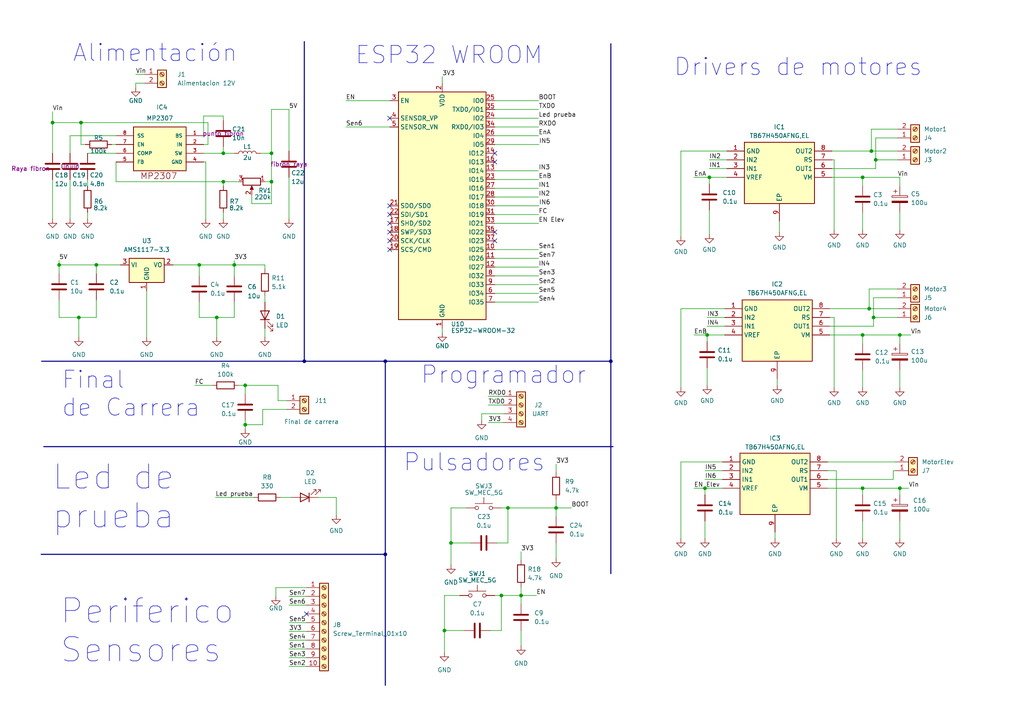
<source format=kicad_sch>
(kicad_sch (version 20230121) (generator eeschema)

  (uuid dfed5bf9-8b7f-4c1e-93df-1c25726c0e03)

  (paper "A4")

  (lib_symbols
    (symbol "Connector:Screw_Terminal_01x02" (pin_names (offset 1.016) hide) (in_bom yes) (on_board yes)
      (property "Reference" "J" (at 0 2.54 0)
        (effects (font (size 1.27 1.27)))
      )
      (property "Value" "Screw_Terminal_01x02" (at 0 -5.08 0)
        (effects (font (size 1.27 1.27)))
      )
      (property "Footprint" "" (at 0 0 0)
        (effects (font (size 1.27 1.27)) hide)
      )
      (property "Datasheet" "~" (at 0 0 0)
        (effects (font (size 1.27 1.27)) hide)
      )
      (property "ki_keywords" "screw terminal" (at 0 0 0)
        (effects (font (size 1.27 1.27)) hide)
      )
      (property "ki_description" "Generic screw terminal, single row, 01x02, script generated (kicad-library-utils/schlib/autogen/connector/)" (at 0 0 0)
        (effects (font (size 1.27 1.27)) hide)
      )
      (property "ki_fp_filters" "TerminalBlock*:*" (at 0 0 0)
        (effects (font (size 1.27 1.27)) hide)
      )
      (symbol "Screw_Terminal_01x02_1_1"
        (rectangle (start -1.27 1.27) (end 1.27 -3.81)
          (stroke (width 0.254) (type default))
          (fill (type background))
        )
        (circle (center 0 -2.54) (radius 0.635)
          (stroke (width 0.1524) (type default))
          (fill (type none))
        )
        (polyline
          (pts
            (xy -0.5334 -2.2098)
            (xy 0.3302 -3.048)
          )
          (stroke (width 0.1524) (type default))
          (fill (type none))
        )
        (polyline
          (pts
            (xy -0.5334 0.3302)
            (xy 0.3302 -0.508)
          )
          (stroke (width 0.1524) (type default))
          (fill (type none))
        )
        (polyline
          (pts
            (xy -0.3556 -2.032)
            (xy 0.508 -2.8702)
          )
          (stroke (width 0.1524) (type default))
          (fill (type none))
        )
        (polyline
          (pts
            (xy -0.3556 0.508)
            (xy 0.508 -0.3302)
          )
          (stroke (width 0.1524) (type default))
          (fill (type none))
        )
        (circle (center 0 0) (radius 0.635)
          (stroke (width 0.1524) (type default))
          (fill (type none))
        )
        (pin passive line (at -5.08 0 0) (length 3.81)
          (name "Pin_1" (effects (font (size 1.27 1.27))))
          (number "1" (effects (font (size 1.27 1.27))))
        )
        (pin passive line (at -5.08 -2.54 0) (length 3.81)
          (name "Pin_2" (effects (font (size 1.27 1.27))))
          (number "2" (effects (font (size 1.27 1.27))))
        )
      )
    )
    (symbol "Connector:Screw_Terminal_01x04" (pin_names (offset 1.016) hide) (in_bom yes) (on_board yes)
      (property "Reference" "J" (at 0 5.08 0)
        (effects (font (size 1.27 1.27)))
      )
      (property "Value" "Screw_Terminal_01x04" (at 0 -7.62 0)
        (effects (font (size 1.27 1.27)))
      )
      (property "Footprint" "" (at 0 0 0)
        (effects (font (size 1.27 1.27)) hide)
      )
      (property "Datasheet" "~" (at 0 0 0)
        (effects (font (size 1.27 1.27)) hide)
      )
      (property "ki_keywords" "screw terminal" (at 0 0 0)
        (effects (font (size 1.27 1.27)) hide)
      )
      (property "ki_description" "Generic screw terminal, single row, 01x04, script generated (kicad-library-utils/schlib/autogen/connector/)" (at 0 0 0)
        (effects (font (size 1.27 1.27)) hide)
      )
      (property "ki_fp_filters" "TerminalBlock*:*" (at 0 0 0)
        (effects (font (size 1.27 1.27)) hide)
      )
      (symbol "Screw_Terminal_01x04_1_1"
        (rectangle (start -1.27 3.81) (end 1.27 -6.35)
          (stroke (width 0.254) (type default))
          (fill (type background))
        )
        (circle (center 0 -5.08) (radius 0.635)
          (stroke (width 0.1524) (type default))
          (fill (type none))
        )
        (circle (center 0 -2.54) (radius 0.635)
          (stroke (width 0.1524) (type default))
          (fill (type none))
        )
        (polyline
          (pts
            (xy -0.5334 -4.7498)
            (xy 0.3302 -5.588)
          )
          (stroke (width 0.1524) (type default))
          (fill (type none))
        )
        (polyline
          (pts
            (xy -0.5334 -2.2098)
            (xy 0.3302 -3.048)
          )
          (stroke (width 0.1524) (type default))
          (fill (type none))
        )
        (polyline
          (pts
            (xy -0.5334 0.3302)
            (xy 0.3302 -0.508)
          )
          (stroke (width 0.1524) (type default))
          (fill (type none))
        )
        (polyline
          (pts
            (xy -0.5334 2.8702)
            (xy 0.3302 2.032)
          )
          (stroke (width 0.1524) (type default))
          (fill (type none))
        )
        (polyline
          (pts
            (xy -0.3556 -4.572)
            (xy 0.508 -5.4102)
          )
          (stroke (width 0.1524) (type default))
          (fill (type none))
        )
        (polyline
          (pts
            (xy -0.3556 -2.032)
            (xy 0.508 -2.8702)
          )
          (stroke (width 0.1524) (type default))
          (fill (type none))
        )
        (polyline
          (pts
            (xy -0.3556 0.508)
            (xy 0.508 -0.3302)
          )
          (stroke (width 0.1524) (type default))
          (fill (type none))
        )
        (polyline
          (pts
            (xy -0.3556 3.048)
            (xy 0.508 2.2098)
          )
          (stroke (width 0.1524) (type default))
          (fill (type none))
        )
        (circle (center 0 0) (radius 0.635)
          (stroke (width 0.1524) (type default))
          (fill (type none))
        )
        (circle (center 0 2.54) (radius 0.635)
          (stroke (width 0.1524) (type default))
          (fill (type none))
        )
        (pin passive line (at -5.08 2.54 0) (length 3.81)
          (name "Pin_1" (effects (font (size 1.27 1.27))))
          (number "1" (effects (font (size 1.27 1.27))))
        )
        (pin passive line (at -5.08 0 0) (length 3.81)
          (name "Pin_2" (effects (font (size 1.27 1.27))))
          (number "2" (effects (font (size 1.27 1.27))))
        )
        (pin passive line (at -5.08 -2.54 0) (length 3.81)
          (name "Pin_3" (effects (font (size 1.27 1.27))))
          (number "3" (effects (font (size 1.27 1.27))))
        )
        (pin passive line (at -5.08 -5.08 0) (length 3.81)
          (name "Pin_4" (effects (font (size 1.27 1.27))))
          (number "4" (effects (font (size 1.27 1.27))))
        )
      )
    )
    (symbol "Connector:Screw_Terminal_01x10" (pin_names (offset 1.016) hide) (in_bom yes) (on_board yes)
      (property "Reference" "J" (at 0 12.7 0)
        (effects (font (size 1.27 1.27)))
      )
      (property "Value" "Screw_Terminal_01x10" (at 0 -15.24 0)
        (effects (font (size 1.27 1.27)))
      )
      (property "Footprint" "" (at 0 0 0)
        (effects (font (size 1.27 1.27)) hide)
      )
      (property "Datasheet" "~" (at 0 0 0)
        (effects (font (size 1.27 1.27)) hide)
      )
      (property "ki_keywords" "screw terminal" (at 0 0 0)
        (effects (font (size 1.27 1.27)) hide)
      )
      (property "ki_description" "Generic screw terminal, single row, 01x10, script generated (kicad-library-utils/schlib/autogen/connector/)" (at 0 0 0)
        (effects (font (size 1.27 1.27)) hide)
      )
      (property "ki_fp_filters" "TerminalBlock*:*" (at 0 0 0)
        (effects (font (size 1.27 1.27)) hide)
      )
      (symbol "Screw_Terminal_01x10_1_1"
        (rectangle (start -1.27 11.43) (end 1.27 -13.97)
          (stroke (width 0.254) (type default))
          (fill (type background))
        )
        (circle (center 0 -12.7) (radius 0.635)
          (stroke (width 0.1524) (type default))
          (fill (type none))
        )
        (circle (center 0 -10.16) (radius 0.635)
          (stroke (width 0.1524) (type default))
          (fill (type none))
        )
        (circle (center 0 -7.62) (radius 0.635)
          (stroke (width 0.1524) (type default))
          (fill (type none))
        )
        (circle (center 0 -5.08) (radius 0.635)
          (stroke (width 0.1524) (type default))
          (fill (type none))
        )
        (circle (center 0 -2.54) (radius 0.635)
          (stroke (width 0.1524) (type default))
          (fill (type none))
        )
        (polyline
          (pts
            (xy -0.5334 -12.3698)
            (xy 0.3302 -13.208)
          )
          (stroke (width 0.1524) (type default))
          (fill (type none))
        )
        (polyline
          (pts
            (xy -0.5334 -9.8298)
            (xy 0.3302 -10.668)
          )
          (stroke (width 0.1524) (type default))
          (fill (type none))
        )
        (polyline
          (pts
            (xy -0.5334 -7.2898)
            (xy 0.3302 -8.128)
          )
          (stroke (width 0.1524) (type default))
          (fill (type none))
        )
        (polyline
          (pts
            (xy -0.5334 -4.7498)
            (xy 0.3302 -5.588)
          )
          (stroke (width 0.1524) (type default))
          (fill (type none))
        )
        (polyline
          (pts
            (xy -0.5334 -2.2098)
            (xy 0.3302 -3.048)
          )
          (stroke (width 0.1524) (type default))
          (fill (type none))
        )
        (polyline
          (pts
            (xy -0.5334 0.3302)
            (xy 0.3302 -0.508)
          )
          (stroke (width 0.1524) (type default))
          (fill (type none))
        )
        (polyline
          (pts
            (xy -0.5334 2.8702)
            (xy 0.3302 2.032)
          )
          (stroke (width 0.1524) (type default))
          (fill (type none))
        )
        (polyline
          (pts
            (xy -0.5334 5.4102)
            (xy 0.3302 4.572)
          )
          (stroke (width 0.1524) (type default))
          (fill (type none))
        )
        (polyline
          (pts
            (xy -0.5334 7.9502)
            (xy 0.3302 7.112)
          )
          (stroke (width 0.1524) (type default))
          (fill (type none))
        )
        (polyline
          (pts
            (xy -0.5334 10.4902)
            (xy 0.3302 9.652)
          )
          (stroke (width 0.1524) (type default))
          (fill (type none))
        )
        (polyline
          (pts
            (xy -0.3556 -12.192)
            (xy 0.508 -13.0302)
          )
          (stroke (width 0.1524) (type default))
          (fill (type none))
        )
        (polyline
          (pts
            (xy -0.3556 -9.652)
            (xy 0.508 -10.4902)
          )
          (stroke (width 0.1524) (type default))
          (fill (type none))
        )
        (polyline
          (pts
            (xy -0.3556 -7.112)
            (xy 0.508 -7.9502)
          )
          (stroke (width 0.1524) (type default))
          (fill (type none))
        )
        (polyline
          (pts
            (xy -0.3556 -4.572)
            (xy 0.508 -5.4102)
          )
          (stroke (width 0.1524) (type default))
          (fill (type none))
        )
        (polyline
          (pts
            (xy -0.3556 -2.032)
            (xy 0.508 -2.8702)
          )
          (stroke (width 0.1524) (type default))
          (fill (type none))
        )
        (polyline
          (pts
            (xy -0.3556 0.508)
            (xy 0.508 -0.3302)
          )
          (stroke (width 0.1524) (type default))
          (fill (type none))
        )
        (polyline
          (pts
            (xy -0.3556 3.048)
            (xy 0.508 2.2098)
          )
          (stroke (width 0.1524) (type default))
          (fill (type none))
        )
        (polyline
          (pts
            (xy -0.3556 5.588)
            (xy 0.508 4.7498)
          )
          (stroke (width 0.1524) (type default))
          (fill (type none))
        )
        (polyline
          (pts
            (xy -0.3556 8.128)
            (xy 0.508 7.2898)
          )
          (stroke (width 0.1524) (type default))
          (fill (type none))
        )
        (polyline
          (pts
            (xy -0.3556 10.668)
            (xy 0.508 9.8298)
          )
          (stroke (width 0.1524) (type default))
          (fill (type none))
        )
        (circle (center 0 0) (radius 0.635)
          (stroke (width 0.1524) (type default))
          (fill (type none))
        )
        (circle (center 0 2.54) (radius 0.635)
          (stroke (width 0.1524) (type default))
          (fill (type none))
        )
        (circle (center 0 5.08) (radius 0.635)
          (stroke (width 0.1524) (type default))
          (fill (type none))
        )
        (circle (center 0 7.62) (radius 0.635)
          (stroke (width 0.1524) (type default))
          (fill (type none))
        )
        (circle (center 0 10.16) (radius 0.635)
          (stroke (width 0.1524) (type default))
          (fill (type none))
        )
        (pin passive line (at -5.08 10.16 0) (length 3.81)
          (name "Pin_1" (effects (font (size 1.27 1.27))))
          (number "1" (effects (font (size 1.27 1.27))))
        )
        (pin passive line (at -5.08 -12.7 0) (length 3.81)
          (name "Pin_10" (effects (font (size 1.27 1.27))))
          (number "10" (effects (font (size 1.27 1.27))))
        )
        (pin passive line (at -5.08 7.62 0) (length 3.81)
          (name "Pin_2" (effects (font (size 1.27 1.27))))
          (number "2" (effects (font (size 1.27 1.27))))
        )
        (pin passive line (at -5.08 5.08 0) (length 3.81)
          (name "Pin_3" (effects (font (size 1.27 1.27))))
          (number "3" (effects (font (size 1.27 1.27))))
        )
        (pin passive line (at -5.08 2.54 0) (length 3.81)
          (name "Pin_4" (effects (font (size 1.27 1.27))))
          (number "4" (effects (font (size 1.27 1.27))))
        )
        (pin passive line (at -5.08 0 0) (length 3.81)
          (name "Pin_5" (effects (font (size 1.27 1.27))))
          (number "5" (effects (font (size 1.27 1.27))))
        )
        (pin passive line (at -5.08 -2.54 0) (length 3.81)
          (name "Pin_6" (effects (font (size 1.27 1.27))))
          (number "6" (effects (font (size 1.27 1.27))))
        )
        (pin passive line (at -5.08 -5.08 0) (length 3.81)
          (name "Pin_7" (effects (font (size 1.27 1.27))))
          (number "7" (effects (font (size 1.27 1.27))))
        )
        (pin passive line (at -5.08 -7.62 0) (length 3.81)
          (name "Pin_8" (effects (font (size 1.27 1.27))))
          (number "8" (effects (font (size 1.27 1.27))))
        )
        (pin passive line (at -5.08 -10.16 0) (length 3.81)
          (name "Pin_9" (effects (font (size 1.27 1.27))))
          (number "9" (effects (font (size 1.27 1.27))))
        )
      )
    )
    (symbol "Device:C" (pin_numbers hide) (pin_names (offset 0.254)) (in_bom yes) (on_board yes)
      (property "Reference" "C" (at 0.635 2.54 0)
        (effects (font (size 1.27 1.27)) (justify left))
      )
      (property "Value" "C" (at 0.635 -2.54 0)
        (effects (font (size 1.27 1.27)) (justify left))
      )
      (property "Footprint" "" (at 0.9652 -3.81 0)
        (effects (font (size 1.27 1.27)) hide)
      )
      (property "Datasheet" "~" (at 0 0 0)
        (effects (font (size 1.27 1.27)) hide)
      )
      (property "ki_keywords" "cap capacitor" (at 0 0 0)
        (effects (font (size 1.27 1.27)) hide)
      )
      (property "ki_description" "Unpolarized capacitor" (at 0 0 0)
        (effects (font (size 1.27 1.27)) hide)
      )
      (property "ki_fp_filters" "C_*" (at 0 0 0)
        (effects (font (size 1.27 1.27)) hide)
      )
      (symbol "C_0_1"
        (polyline
          (pts
            (xy -2.032 -0.762)
            (xy 2.032 -0.762)
          )
          (stroke (width 0.508) (type default))
          (fill (type none))
        )
        (polyline
          (pts
            (xy -2.032 0.762)
            (xy 2.032 0.762)
          )
          (stroke (width 0.508) (type default))
          (fill (type none))
        )
      )
      (symbol "C_1_1"
        (pin passive line (at 0 3.81 270) (length 2.794)
          (name "~" (effects (font (size 1.27 1.27))))
          (number "1" (effects (font (size 1.27 1.27))))
        )
        (pin passive line (at 0 -3.81 90) (length 2.794)
          (name "~" (effects (font (size 1.27 1.27))))
          (number "2" (effects (font (size 1.27 1.27))))
        )
      )
    )
    (symbol "Device:C_Polarized" (pin_numbers hide) (pin_names (offset 0.254)) (in_bom yes) (on_board yes)
      (property "Reference" "C" (at 0.635 2.54 0)
        (effects (font (size 1.27 1.27)) (justify left))
      )
      (property "Value" "C_Polarized" (at 0.635 -2.54 0)
        (effects (font (size 1.27 1.27)) (justify left))
      )
      (property "Footprint" "" (at 0.9652 -3.81 0)
        (effects (font (size 1.27 1.27)) hide)
      )
      (property "Datasheet" "~" (at 0 0 0)
        (effects (font (size 1.27 1.27)) hide)
      )
      (property "ki_keywords" "cap capacitor" (at 0 0 0)
        (effects (font (size 1.27 1.27)) hide)
      )
      (property "ki_description" "Polarized capacitor" (at 0 0 0)
        (effects (font (size 1.27 1.27)) hide)
      )
      (property "ki_fp_filters" "CP_*" (at 0 0 0)
        (effects (font (size 1.27 1.27)) hide)
      )
      (symbol "C_Polarized_0_1"
        (rectangle (start -2.286 0.508) (end 2.286 1.016)
          (stroke (width 0) (type default))
          (fill (type none))
        )
        (polyline
          (pts
            (xy -1.778 2.286)
            (xy -0.762 2.286)
          )
          (stroke (width 0) (type default))
          (fill (type none))
        )
        (polyline
          (pts
            (xy -1.27 2.794)
            (xy -1.27 1.778)
          )
          (stroke (width 0) (type default))
          (fill (type none))
        )
        (rectangle (start 2.286 -0.508) (end -2.286 -1.016)
          (stroke (width 0) (type default))
          (fill (type outline))
        )
      )
      (symbol "C_Polarized_1_1"
        (pin passive line (at 0 3.81 270) (length 2.794)
          (name "~" (effects (font (size 1.27 1.27))))
          (number "1" (effects (font (size 1.27 1.27))))
        )
        (pin passive line (at 0 -3.81 90) (length 2.794)
          (name "~" (effects (font (size 1.27 1.27))))
          (number "2" (effects (font (size 1.27 1.27))))
        )
      )
    )
    (symbol "Device:L" (pin_numbers hide) (pin_names (offset 1.016) hide) (in_bom yes) (on_board yes)
      (property "Reference" "L" (at -1.27 0 90)
        (effects (font (size 1.27 1.27)))
      )
      (property "Value" "L" (at 1.905 0 90)
        (effects (font (size 1.27 1.27)))
      )
      (property "Footprint" "" (at 0 0 0)
        (effects (font (size 1.27 1.27)) hide)
      )
      (property "Datasheet" "~" (at 0 0 0)
        (effects (font (size 1.27 1.27)) hide)
      )
      (property "ki_keywords" "inductor choke coil reactor magnetic" (at 0 0 0)
        (effects (font (size 1.27 1.27)) hide)
      )
      (property "ki_description" "Inductor" (at 0 0 0)
        (effects (font (size 1.27 1.27)) hide)
      )
      (property "ki_fp_filters" "Choke_* *Coil* Inductor_* L_*" (at 0 0 0)
        (effects (font (size 1.27 1.27)) hide)
      )
      (symbol "L_0_1"
        (arc (start 0 -2.54) (mid 0.6323 -1.905) (end 0 -1.27)
          (stroke (width 0) (type default))
          (fill (type none))
        )
        (arc (start 0 -1.27) (mid 0.6323 -0.635) (end 0 0)
          (stroke (width 0) (type default))
          (fill (type none))
        )
        (arc (start 0 0) (mid 0.6323 0.635) (end 0 1.27)
          (stroke (width 0) (type default))
          (fill (type none))
        )
        (arc (start 0 1.27) (mid 0.6323 1.905) (end 0 2.54)
          (stroke (width 0) (type default))
          (fill (type none))
        )
      )
      (symbol "L_1_1"
        (pin passive line (at 0 3.81 270) (length 1.27)
          (name "1" (effects (font (size 1.27 1.27))))
          (number "1" (effects (font (size 1.27 1.27))))
        )
        (pin passive line (at 0 -3.81 90) (length 1.27)
          (name "2" (effects (font (size 1.27 1.27))))
          (number "2" (effects (font (size 1.27 1.27))))
        )
      )
    )
    (symbol "Device:LED" (pin_numbers hide) (pin_names (offset 1.016) hide) (in_bom yes) (on_board yes)
      (property "Reference" "D" (at 0 2.54 0)
        (effects (font (size 1.27 1.27)))
      )
      (property "Value" "LED" (at 0 -2.54 0)
        (effects (font (size 1.27 1.27)))
      )
      (property "Footprint" "" (at 0 0 0)
        (effects (font (size 1.27 1.27)) hide)
      )
      (property "Datasheet" "~" (at 0 0 0)
        (effects (font (size 1.27 1.27)) hide)
      )
      (property "ki_keywords" "LED diode" (at 0 0 0)
        (effects (font (size 1.27 1.27)) hide)
      )
      (property "ki_description" "Light emitting diode" (at 0 0 0)
        (effects (font (size 1.27 1.27)) hide)
      )
      (property "ki_fp_filters" "LED* LED_SMD:* LED_THT:*" (at 0 0 0)
        (effects (font (size 1.27 1.27)) hide)
      )
      (symbol "LED_0_1"
        (polyline
          (pts
            (xy -1.27 -1.27)
            (xy -1.27 1.27)
          )
          (stroke (width 0.254) (type default))
          (fill (type none))
        )
        (polyline
          (pts
            (xy -1.27 0)
            (xy 1.27 0)
          )
          (stroke (width 0) (type default))
          (fill (type none))
        )
        (polyline
          (pts
            (xy 1.27 -1.27)
            (xy 1.27 1.27)
            (xy -1.27 0)
            (xy 1.27 -1.27)
          )
          (stroke (width 0.254) (type default))
          (fill (type none))
        )
        (polyline
          (pts
            (xy -3.048 -0.762)
            (xy -4.572 -2.286)
            (xy -3.81 -2.286)
            (xy -4.572 -2.286)
            (xy -4.572 -1.524)
          )
          (stroke (width 0) (type default))
          (fill (type none))
        )
        (polyline
          (pts
            (xy -1.778 -0.762)
            (xy -3.302 -2.286)
            (xy -2.54 -2.286)
            (xy -3.302 -2.286)
            (xy -3.302 -1.524)
          )
          (stroke (width 0) (type default))
          (fill (type none))
        )
      )
      (symbol "LED_1_1"
        (pin passive line (at -3.81 0 0) (length 2.54)
          (name "K" (effects (font (size 1.27 1.27))))
          (number "1" (effects (font (size 1.27 1.27))))
        )
        (pin passive line (at 3.81 0 180) (length 2.54)
          (name "A" (effects (font (size 1.27 1.27))))
          (number "2" (effects (font (size 1.27 1.27))))
        )
      )
    )
    (symbol "Device:R" (pin_numbers hide) (pin_names (offset 0)) (in_bom yes) (on_board yes)
      (property "Reference" "R" (at 2.032 0 90)
        (effects (font (size 1.27 1.27)))
      )
      (property "Value" "R" (at 0 0 90)
        (effects (font (size 1.27 1.27)))
      )
      (property "Footprint" "" (at -1.778 0 90)
        (effects (font (size 1.27 1.27)) hide)
      )
      (property "Datasheet" "~" (at 0 0 0)
        (effects (font (size 1.27 1.27)) hide)
      )
      (property "ki_keywords" "R res resistor" (at 0 0 0)
        (effects (font (size 1.27 1.27)) hide)
      )
      (property "ki_description" "Resistor" (at 0 0 0)
        (effects (font (size 1.27 1.27)) hide)
      )
      (property "ki_fp_filters" "R_*" (at 0 0 0)
        (effects (font (size 1.27 1.27)) hide)
      )
      (symbol "R_0_1"
        (rectangle (start -1.016 -2.54) (end 1.016 2.54)
          (stroke (width 0.254) (type default))
          (fill (type none))
        )
      )
      (symbol "R_1_1"
        (pin passive line (at 0 3.81 270) (length 1.27)
          (name "~" (effects (font (size 1.27 1.27))))
          (number "1" (effects (font (size 1.27 1.27))))
        )
        (pin passive line (at 0 -3.81 90) (length 1.27)
          (name "~" (effects (font (size 1.27 1.27))))
          (number "2" (effects (font (size 1.27 1.27))))
        )
      )
    )
    (symbol "Device:R_Potentiometer" (pin_names (offset 1.016) hide) (in_bom yes) (on_board yes)
      (property "Reference" "RV" (at -4.445 0 90)
        (effects (font (size 1.27 1.27)))
      )
      (property "Value" "R_Potentiometer" (at -2.54 0 90)
        (effects (font (size 1.27 1.27)))
      )
      (property "Footprint" "" (at 0 0 0)
        (effects (font (size 1.27 1.27)) hide)
      )
      (property "Datasheet" "~" (at 0 0 0)
        (effects (font (size 1.27 1.27)) hide)
      )
      (property "ki_keywords" "resistor variable" (at 0 0 0)
        (effects (font (size 1.27 1.27)) hide)
      )
      (property "ki_description" "Potentiometer" (at 0 0 0)
        (effects (font (size 1.27 1.27)) hide)
      )
      (property "ki_fp_filters" "Potentiometer*" (at 0 0 0)
        (effects (font (size 1.27 1.27)) hide)
      )
      (symbol "R_Potentiometer_0_1"
        (polyline
          (pts
            (xy 2.54 0)
            (xy 1.524 0)
          )
          (stroke (width 0) (type default))
          (fill (type none))
        )
        (polyline
          (pts
            (xy 1.143 0)
            (xy 2.286 0.508)
            (xy 2.286 -0.508)
            (xy 1.143 0)
          )
          (stroke (width 0) (type default))
          (fill (type outline))
        )
        (rectangle (start 1.016 2.54) (end -1.016 -2.54)
          (stroke (width 0.254) (type default))
          (fill (type none))
        )
      )
      (symbol "R_Potentiometer_1_1"
        (pin passive line (at 0 3.81 270) (length 1.27)
          (name "1" (effects (font (size 1.27 1.27))))
          (number "1" (effects (font (size 1.27 1.27))))
        )
        (pin passive line (at 3.81 0 180) (length 1.27)
          (name "2" (effects (font (size 1.27 1.27))))
          (number "2" (effects (font (size 1.27 1.27))))
        )
        (pin passive line (at 0 -3.81 90) (length 1.27)
          (name "3" (effects (font (size 1.27 1.27))))
          (number "3" (effects (font (size 1.27 1.27))))
        )
      )
    )
    (symbol "GND_1" (power) (pin_names (offset 0)) (in_bom yes) (on_board yes)
      (property "Reference" "#PWR" (at 0 -6.35 0)
        (effects (font (size 1.27 1.27)) hide)
      )
      (property "Value" "GND_1" (at 0 -3.81 0)
        (effects (font (size 1.27 1.27)))
      )
      (property "Footprint" "" (at 0 0 0)
        (effects (font (size 1.27 1.27)) hide)
      )
      (property "Datasheet" "" (at 0 0 0)
        (effects (font (size 1.27 1.27)) hide)
      )
      (property "ki_keywords" "global power" (at 0 0 0)
        (effects (font (size 1.27 1.27)) hide)
      )
      (property "ki_description" "Power symbol creates a global label with name \"GND\" , ground" (at 0 0 0)
        (effects (font (size 1.27 1.27)) hide)
      )
      (symbol "GND_1_0_1"
        (polyline
          (pts
            (xy 0 0)
            (xy 0 -1.27)
            (xy 1.27 -1.27)
            (xy 0 -2.54)
            (xy -1.27 -1.27)
            (xy 0 -1.27)
          )
          (stroke (width 0) (type default))
          (fill (type none))
        )
      )
      (symbol "GND_1_1_1"
        (pin power_in line (at 0 0 270) (length 0) hide
          (name "GND" (effects (font (size 1.27 1.27))))
          (number "1" (effects (font (size 1.27 1.27))))
        )
      )
    )
    (symbol "MP2307:MP2307" (pin_names (offset 1.016)) (in_bom yes) (on_board yes)
      (property "Reference" "IC" (at 0 0 0)
        (effects (font (size 1.27 1.27)) (justify bottom))
      )
      (property "Value" "MP2307" (at -5.08 7.62 0)
        (effects (font (size 1.27 1.27)) (justify left bottom))
      )
      (property "Footprint" "SO8-TH" (at 0 0 0)
        (effects (font (size 1.27 1.27)) (justify bottom) hide)
      )
      (property "Datasheet" "" (at 0 0 0)
        (effects (font (size 1.27 1.27)) hide)
      )
      (symbol "MP2307_0_0"
        (rectangle (start -7.62 -5.08) (end 7.62 7.62)
          (stroke (width 0.254) (type default))
          (fill (type background))
        )
        (text "MP2307" (at -5.08 -7.62 0)
          (effects (font (size 1.778 1.778)) (justify left bottom))
        )
        (pin bidirectional line (at -12.7 5.08 0) (length 5.08)
          (name "BS" (effects (font (size 1.016 1.016))))
          (number "1" (effects (font (size 1.016 1.016))))
        )
        (pin bidirectional line (at -12.7 2.54 0) (length 5.08)
          (name "IN" (effects (font (size 1.016 1.016))))
          (number "2" (effects (font (size 1.016 1.016))))
        )
        (pin bidirectional line (at -12.7 0 0) (length 5.08)
          (name "SW" (effects (font (size 1.016 1.016))))
          (number "3" (effects (font (size 1.016 1.016))))
        )
        (pin bidirectional line (at -12.7 -2.54 0) (length 5.08)
          (name "GND" (effects (font (size 1.016 1.016))))
          (number "4" (effects (font (size 1.016 1.016))))
        )
        (pin bidirectional line (at 12.7 -2.54 180) (length 5.08)
          (name "FB" (effects (font (size 1.016 1.016))))
          (number "5" (effects (font (size 1.016 1.016))))
        )
        (pin bidirectional line (at 12.7 0 180) (length 5.08)
          (name "COMP" (effects (font (size 1.016 1.016))))
          (number "6" (effects (font (size 1.016 1.016))))
        )
        (pin bidirectional line (at 12.7 2.54 180) (length 5.08)
          (name "EN" (effects (font (size 1.016 1.016))))
          (number "7" (effects (font (size 1.016 1.016))))
        )
        (pin bidirectional line (at 12.7 5.08 180) (length 5.08)
          (name "SS" (effects (font (size 1.016 1.016))))
          (number "8" (effects (font (size 1.016 1.016))))
        )
      )
    )
    (symbol "RF_Module:ESP32-WROOM-32" (in_bom yes) (on_board yes)
      (property "Reference" "U" (at -12.7 34.29 0)
        (effects (font (size 1.27 1.27)) (justify left))
      )
      (property "Value" "ESP32-WROOM-32" (at 1.27 34.29 0)
        (effects (font (size 1.27 1.27)) (justify left))
      )
      (property "Footprint" "RF_Module:ESP32-WROOM-32" (at 0 -38.1 0)
        (effects (font (size 1.27 1.27)) hide)
      )
      (property "Datasheet" "https://www.espressif.com/sites/default/files/documentation/esp32-wroom-32_datasheet_en.pdf" (at -7.62 1.27 0)
        (effects (font (size 1.27 1.27)) hide)
      )
      (property "ki_keywords" "RF Radio BT ESP ESP32 Espressif onboard PCB antenna" (at 0 0 0)
        (effects (font (size 1.27 1.27)) hide)
      )
      (property "ki_description" "RF Module, ESP32-D0WDQ6 SoC, Wi-Fi 802.11b/g/n, Bluetooth, BLE, 32-bit, 2.7-3.6V, onboard antenna, SMD" (at 0 0 0)
        (effects (font (size 1.27 1.27)) hide)
      )
      (property "ki_fp_filters" "ESP32?WROOM?32*" (at 0 0 0)
        (effects (font (size 1.27 1.27)) hide)
      )
      (symbol "ESP32-WROOM-32_0_1"
        (rectangle (start -12.7 33.02) (end 12.7 -33.02)
          (stroke (width 0.254) (type default))
          (fill (type background))
        )
      )
      (symbol "ESP32-WROOM-32_1_1"
        (pin power_in line (at 0 -35.56 90) (length 2.54)
          (name "GND" (effects (font (size 1.27 1.27))))
          (number "1" (effects (font (size 1.27 1.27))))
        )
        (pin bidirectional line (at 15.24 -12.7 180) (length 2.54)
          (name "IO25" (effects (font (size 1.27 1.27))))
          (number "10" (effects (font (size 1.27 1.27))))
        )
        (pin bidirectional line (at 15.24 -15.24 180) (length 2.54)
          (name "IO26" (effects (font (size 1.27 1.27))))
          (number "11" (effects (font (size 1.27 1.27))))
        )
        (pin bidirectional line (at 15.24 -17.78 180) (length 2.54)
          (name "IO27" (effects (font (size 1.27 1.27))))
          (number "12" (effects (font (size 1.27 1.27))))
        )
        (pin bidirectional line (at 15.24 10.16 180) (length 2.54)
          (name "IO14" (effects (font (size 1.27 1.27))))
          (number "13" (effects (font (size 1.27 1.27))))
        )
        (pin bidirectional line (at 15.24 15.24 180) (length 2.54)
          (name "IO12" (effects (font (size 1.27 1.27))))
          (number "14" (effects (font (size 1.27 1.27))))
        )
        (pin passive line (at 0 -35.56 90) (length 2.54) hide
          (name "GND" (effects (font (size 1.27 1.27))))
          (number "15" (effects (font (size 1.27 1.27))))
        )
        (pin bidirectional line (at 15.24 12.7 180) (length 2.54)
          (name "IO13" (effects (font (size 1.27 1.27))))
          (number "16" (effects (font (size 1.27 1.27))))
        )
        (pin bidirectional line (at -15.24 -5.08 0) (length 2.54)
          (name "SHD/SD2" (effects (font (size 1.27 1.27))))
          (number "17" (effects (font (size 1.27 1.27))))
        )
        (pin bidirectional line (at -15.24 -7.62 0) (length 2.54)
          (name "SWP/SD3" (effects (font (size 1.27 1.27))))
          (number "18" (effects (font (size 1.27 1.27))))
        )
        (pin bidirectional line (at -15.24 -12.7 0) (length 2.54)
          (name "SCS/CMD" (effects (font (size 1.27 1.27))))
          (number "19" (effects (font (size 1.27 1.27))))
        )
        (pin power_in line (at 0 35.56 270) (length 2.54)
          (name "VDD" (effects (font (size 1.27 1.27))))
          (number "2" (effects (font (size 1.27 1.27))))
        )
        (pin bidirectional line (at -15.24 -10.16 0) (length 2.54)
          (name "SCK/CLK" (effects (font (size 1.27 1.27))))
          (number "20" (effects (font (size 1.27 1.27))))
        )
        (pin bidirectional line (at -15.24 0 0) (length 2.54)
          (name "SDO/SD0" (effects (font (size 1.27 1.27))))
          (number "21" (effects (font (size 1.27 1.27))))
        )
        (pin bidirectional line (at -15.24 -2.54 0) (length 2.54)
          (name "SDI/SD1" (effects (font (size 1.27 1.27))))
          (number "22" (effects (font (size 1.27 1.27))))
        )
        (pin bidirectional line (at 15.24 7.62 180) (length 2.54)
          (name "IO15" (effects (font (size 1.27 1.27))))
          (number "23" (effects (font (size 1.27 1.27))))
        )
        (pin bidirectional line (at 15.24 25.4 180) (length 2.54)
          (name "IO2" (effects (font (size 1.27 1.27))))
          (number "24" (effects (font (size 1.27 1.27))))
        )
        (pin bidirectional line (at 15.24 30.48 180) (length 2.54)
          (name "IO0" (effects (font (size 1.27 1.27))))
          (number "25" (effects (font (size 1.27 1.27))))
        )
        (pin bidirectional line (at 15.24 20.32 180) (length 2.54)
          (name "IO4" (effects (font (size 1.27 1.27))))
          (number "26" (effects (font (size 1.27 1.27))))
        )
        (pin bidirectional line (at 15.24 5.08 180) (length 2.54)
          (name "IO16" (effects (font (size 1.27 1.27))))
          (number "27" (effects (font (size 1.27 1.27))))
        )
        (pin bidirectional line (at 15.24 2.54 180) (length 2.54)
          (name "IO17" (effects (font (size 1.27 1.27))))
          (number "28" (effects (font (size 1.27 1.27))))
        )
        (pin bidirectional line (at 15.24 17.78 180) (length 2.54)
          (name "IO5" (effects (font (size 1.27 1.27))))
          (number "29" (effects (font (size 1.27 1.27))))
        )
        (pin input line (at -15.24 30.48 0) (length 2.54)
          (name "EN" (effects (font (size 1.27 1.27))))
          (number "3" (effects (font (size 1.27 1.27))))
        )
        (pin bidirectional line (at 15.24 0 180) (length 2.54)
          (name "IO18" (effects (font (size 1.27 1.27))))
          (number "30" (effects (font (size 1.27 1.27))))
        )
        (pin bidirectional line (at 15.24 -2.54 180) (length 2.54)
          (name "IO19" (effects (font (size 1.27 1.27))))
          (number "31" (effects (font (size 1.27 1.27))))
        )
        (pin no_connect line (at -12.7 -27.94 0) (length 2.54) hide
          (name "NC" (effects (font (size 1.27 1.27))))
          (number "32" (effects (font (size 1.27 1.27))))
        )
        (pin bidirectional line (at 15.24 -5.08 180) (length 2.54)
          (name "IO21" (effects (font (size 1.27 1.27))))
          (number "33" (effects (font (size 1.27 1.27))))
        )
        (pin bidirectional line (at 15.24 22.86 180) (length 2.54)
          (name "RXD0/IO3" (effects (font (size 1.27 1.27))))
          (number "34" (effects (font (size 1.27 1.27))))
        )
        (pin bidirectional line (at 15.24 27.94 180) (length 2.54)
          (name "TXD0/IO1" (effects (font (size 1.27 1.27))))
          (number "35" (effects (font (size 1.27 1.27))))
        )
        (pin bidirectional line (at 15.24 -7.62 180) (length 2.54)
          (name "IO22" (effects (font (size 1.27 1.27))))
          (number "36" (effects (font (size 1.27 1.27))))
        )
        (pin bidirectional line (at 15.24 -10.16 180) (length 2.54)
          (name "IO23" (effects (font (size 1.27 1.27))))
          (number "37" (effects (font (size 1.27 1.27))))
        )
        (pin passive line (at 0 -35.56 90) (length 2.54) hide
          (name "GND" (effects (font (size 1.27 1.27))))
          (number "38" (effects (font (size 1.27 1.27))))
        )
        (pin passive line (at 0 -35.56 90) (length 2.54) hide
          (name "GND" (effects (font (size 1.27 1.27))))
          (number "39" (effects (font (size 1.27 1.27))))
        )
        (pin input line (at -15.24 25.4 0) (length 2.54)
          (name "SENSOR_VP" (effects (font (size 1.27 1.27))))
          (number "4" (effects (font (size 1.27 1.27))))
        )
        (pin input line (at -15.24 22.86 0) (length 2.54)
          (name "SENSOR_VN" (effects (font (size 1.27 1.27))))
          (number "5" (effects (font (size 1.27 1.27))))
        )
        (pin input line (at 15.24 -25.4 180) (length 2.54)
          (name "IO34" (effects (font (size 1.27 1.27))))
          (number "6" (effects (font (size 1.27 1.27))))
        )
        (pin input line (at 15.24 -27.94 180) (length 2.54)
          (name "IO35" (effects (font (size 1.27 1.27))))
          (number "7" (effects (font (size 1.27 1.27))))
        )
        (pin bidirectional line (at 15.24 -20.32 180) (length 2.54)
          (name "IO32" (effects (font (size 1.27 1.27))))
          (number "8" (effects (font (size 1.27 1.27))))
        )
        (pin bidirectional line (at 15.24 -22.86 180) (length 2.54)
          (name "IO33" (effects (font (size 1.27 1.27))))
          (number "9" (effects (font (size 1.27 1.27))))
        )
      )
    )
    (symbol "Regulator_Linear:AMS1117-3.3" (in_bom yes) (on_board yes)
      (property "Reference" "U" (at -3.81 3.175 0)
        (effects (font (size 1.27 1.27)))
      )
      (property "Value" "AMS1117-3.3" (at 0 3.175 0)
        (effects (font (size 1.27 1.27)) (justify left))
      )
      (property "Footprint" "Package_TO_SOT_SMD:SOT-223-3_TabPin2" (at 0 5.08 0)
        (effects (font (size 1.27 1.27)) hide)
      )
      (property "Datasheet" "http://www.advanced-monolithic.com/pdf/ds1117.pdf" (at 2.54 -6.35 0)
        (effects (font (size 1.27 1.27)) hide)
      )
      (property "ki_keywords" "linear regulator ldo fixed positive" (at 0 0 0)
        (effects (font (size 1.27 1.27)) hide)
      )
      (property "ki_description" "1A Low Dropout regulator, positive, 3.3V fixed output, SOT-223" (at 0 0 0)
        (effects (font (size 1.27 1.27)) hide)
      )
      (property "ki_fp_filters" "SOT?223*TabPin2*" (at 0 0 0)
        (effects (font (size 1.27 1.27)) hide)
      )
      (symbol "AMS1117-3.3_0_1"
        (rectangle (start -5.08 -5.08) (end 5.08 1.905)
          (stroke (width 0.254) (type default))
          (fill (type background))
        )
      )
      (symbol "AMS1117-3.3_1_1"
        (pin power_in line (at 0 -7.62 90) (length 2.54)
          (name "GND" (effects (font (size 1.27 1.27))))
          (number "1" (effects (font (size 1.27 1.27))))
        )
        (pin power_out line (at 7.62 0 180) (length 2.54)
          (name "VO" (effects (font (size 1.27 1.27))))
          (number "2" (effects (font (size 1.27 1.27))))
        )
        (pin power_in line (at -7.62 0 0) (length 2.54)
          (name "VI" (effects (font (size 1.27 1.27))))
          (number "3" (effects (font (size 1.27 1.27))))
        )
      )
    )
    (symbol "SW_MEC_5G_2" (pin_numbers hide) (pin_names (offset 1.016) hide) (in_bom yes) (on_board yes)
      (property "Reference" "SWJ2" (at 0 6.35 0)
        (effects (font (size 1.27 1.27)))
      )
      (property "Value" "SW_MEC_5G" (at 0 4.445 0)
        (effects (font (size 1.27 1.27)))
      )
      (property "Footprint" "Button_Switch_SMD:SW_Push_SPST_NO_Alps_SKRK" (at 0 5.08 0)
        (effects (font (size 1.27 1.27)) hide)
      )
      (property "Datasheet" "http://www.apem.com/int/index.php?controller=attachment&id_attachment=488" (at 0 5.08 0)
        (effects (font (size 1.27 1.27)) hide)
      )
      (property "ki_keywords" "switch normally-open pushbutton push-button" (at 0 0 0)
        (effects (font (size 1.27 1.27)) hide)
      )
      (property "ki_description" "MEC 5G single pole normally-open tactile switch" (at 0 0 0)
        (effects (font (size 1.27 1.27)) hide)
      )
      (property "ki_fp_filters" "SW*MEC*5G*" (at 0 0 0)
        (effects (font (size 1.27 1.27)) hide)
      )
      (symbol "SW_MEC_5G_2_0_1"
        (circle (center -2.032 0) (radius 0.508)
          (stroke (width 0) (type default))
          (fill (type none))
        )
        (polyline
          (pts
            (xy 0 1.27)
            (xy 0 3.048)
          )
          (stroke (width 0) (type default))
          (fill (type none))
        )
        (polyline
          (pts
            (xy 2.54 1.27)
            (xy -2.54 1.27)
          )
          (stroke (width 0) (type default))
          (fill (type none))
        )
        (circle (center 2.032 0) (radius 0.508)
          (stroke (width 0) (type default))
          (fill (type none))
        )
        (pin passive line (at -5.08 0 0) (length 2.54)
          (name "A" (effects (font (size 1.27 1.27))))
          (number "1" (effects (font (size 1.27 1.27))))
        )
      )
      (symbol "SW_MEC_5G_2_1_1"
        (pin passive line (at 5.08 0 180) (length 2.54)
          (name "B" (effects (font (size 1.27 1.27))))
          (number "2" (effects (font (size 1.27 1.27))))
        )
      )
    )
    (symbol "TB67H450AFNG_EL:TB67H450AFNG,EL" (in_bom yes) (on_board yes)
      (property "Reference" "IC" (at 26.67 7.62 0)
        (effects (font (size 1.27 1.27)) (justify left top))
      )
      (property "Value" "TB67H450AFNG,EL" (at 26.67 5.08 0)
        (effects (font (size 1.27 1.27)) (justify left top))
      )
      (property "Footprint" "SOIC127P600X170-9N" (at 26.67 -94.92 0)
        (effects (font (size 1.27 1.27)) (justify left top) hide)
      )
      (property "Datasheet" "https://www.mouser.jp/datasheet/2/408/Toshiba_TB67H450AFNG_datasheet_en_20201217-2932735.pdf" (at 26.67 -194.92 0)
        (effects (font (size 1.27 1.27)) (justify left top) hide)
      )
      (property "Height" "1.7" (at 26.67 -394.92 0)
        (effects (font (size 1.27 1.27)) (justify left top) hide)
      )
      (property "Mouser Part Number" "757-TB67H450AFNGEL" (at 26.67 -494.92 0)
        (effects (font (size 1.27 1.27)) (justify left top) hide)
      )
      (property "Mouser Price/Stock" "https://www.mouser.co.uk/ProductDetail/Toshiba/TB67H450AFNGEL?qs=Wj%2FVkw3K%252BMBflKVnfGASbA%3D%3D" (at 26.67 -594.92 0)
        (effects (font (size 1.27 1.27)) (justify left top) hide)
      )
      (property "Manufacturer_Name" "Toshiba" (at 26.67 -694.92 0)
        (effects (font (size 1.27 1.27)) (justify left top) hide)
      )
      (property "Manufacturer_Part_Number" "TB67H450AFNG,EL" (at 26.67 -794.92 0)
        (effects (font (size 1.27 1.27)) (justify left top) hide)
      )
      (property "ki_description" "IC BRUSHED MOTOR DRVR 8TSSOP" (at 0 0 0)
        (effects (font (size 1.27 1.27)) hide)
      )
      (symbol "TB67H450AFNG,EL_1_1"
        (rectangle (start 5.08 2.54) (end 25.4 -15.24)
          (stroke (width 0.254) (type default))
          (fill (type background))
        )
        (pin passive line (at 0 0 0) (length 5.08)
          (name "GND" (effects (font (size 1.27 1.27))))
          (number "1" (effects (font (size 1.27 1.27))))
        )
        (pin passive line (at 0 -2.54 0) (length 5.08)
          (name "IN2" (effects (font (size 1.27 1.27))))
          (number "2" (effects (font (size 1.27 1.27))))
        )
        (pin passive line (at 0 -5.08 0) (length 5.08)
          (name "IN1" (effects (font (size 1.27 1.27))))
          (number "3" (effects (font (size 1.27 1.27))))
        )
        (pin passive line (at 0 -7.62 0) (length 5.08)
          (name "VREF" (effects (font (size 1.27 1.27))))
          (number "4" (effects (font (size 1.27 1.27))))
        )
        (pin passive line (at 30.48 -7.62 180) (length 5.08)
          (name "VM" (effects (font (size 1.27 1.27))))
          (number "5" (effects (font (size 1.27 1.27))))
        )
        (pin passive line (at 30.48 -5.08 180) (length 5.08)
          (name "OUT1" (effects (font (size 1.27 1.27))))
          (number "6" (effects (font (size 1.27 1.27))))
        )
        (pin passive line (at 30.48 -2.54 180) (length 5.08)
          (name "RS" (effects (font (size 1.27 1.27))))
          (number "7" (effects (font (size 1.27 1.27))))
        )
        (pin passive line (at 30.48 0 180) (length 5.08)
          (name "OUT2" (effects (font (size 1.27 1.27))))
          (number "8" (effects (font (size 1.27 1.27))))
        )
        (pin passive line (at 15.24 -20.32 90) (length 5.08)
          (name "EP" (effects (font (size 1.27 1.27))))
          (number "9" (effects (font (size 1.27 1.27))))
        )
      )
    )
    (symbol "power:GND" (power) (pin_names (offset 0)) (in_bom yes) (on_board yes)
      (property "Reference" "#PWR" (at 0 -6.35 0)
        (effects (font (size 1.27 1.27)) hide)
      )
      (property "Value" "GND" (at 0 -3.81 0)
        (effects (font (size 1.27 1.27)))
      )
      (property "Footprint" "" (at 0 0 0)
        (effects (font (size 1.27 1.27)) hide)
      )
      (property "Datasheet" "" (at 0 0 0)
        (effects (font (size 1.27 1.27)) hide)
      )
      (property "ki_keywords" "global power" (at 0 0 0)
        (effects (font (size 1.27 1.27)) hide)
      )
      (property "ki_description" "Power symbol creates a global label with name \"GND\" , ground" (at 0 0 0)
        (effects (font (size 1.27 1.27)) hide)
      )
      (symbol "GND_0_1"
        (polyline
          (pts
            (xy 0 0)
            (xy 0 -1.27)
            (xy 1.27 -1.27)
            (xy 0 -2.54)
            (xy -1.27 -1.27)
            (xy 0 -1.27)
          )
          (stroke (width 0) (type default))
          (fill (type none))
        )
      )
      (symbol "GND_1_1"
        (pin power_in line (at 0 0 270) (length 0) hide
          (name "GND" (effects (font (size 1.27 1.27))))
          (number "1" (effects (font (size 1.27 1.27))))
        )
      )
    )
  )

  (junction (at 27.94 76.835) (diameter 0) (color 0 0 0 0)
    (uuid 0fd80d42-864d-463f-b5e1-7fe6b77d7b6f)
  )
  (junction (at 252.095 89.535) (diameter 0) (color 0 0 0 0)
    (uuid 1634df14-9966-4a31-b426-3280620df7fd)
  )
  (junction (at 204.47 141.605) (diameter 0) (color 0 0 0 0)
    (uuid 1bab02f2-246b-473c-8dc8-70547708d1b0)
  )
  (junction (at 260.985 141.605) (diameter 0) (color 0 0 0 0)
    (uuid 302027ab-b86e-4c43-b207-cb50c775c978)
  )
  (junction (at 78.74 44.45) (diameter 0) (color 0 0 0 0)
    (uuid 33116efc-cfed-4262-814b-3a06989a6764)
  )
  (junction (at 260.985 97.155) (diameter 0) (color 0 0 0 0)
    (uuid 41650d9b-43b1-4139-85b3-172dead6555d)
  )
  (junction (at 111.76 160.782) (diameter 0) (color 0 0 0 0)
    (uuid 418f4e46-a072-417b-83ae-7a0bef67e6e7)
  )
  (junction (at 78.74 52.705) (diameter 0) (color 0 0 0 0)
    (uuid 43fc11ab-ed4d-47f3-bfc7-122d98baeadb)
  )
  (junction (at 250.19 97.155) (diameter 0) (color 0 0 0 0)
    (uuid 514217e0-509b-485e-91db-def3a81609b8)
  )
  (junction (at 205.105 97.155) (diameter 0) (color 0 0 0 0)
    (uuid 5582ea27-94e6-450d-8733-8c3e31aab89f)
  )
  (junction (at 252.73 43.815) (diameter 0) (color 0 0 0 0)
    (uuid 58f8aa57-ff90-4ff4-8f47-f875a57f9c94)
  )
  (junction (at 64.77 52.705) (diameter 0) (color 0 0 0 0)
    (uuid 5c20ef3c-8927-4cf8-9c3e-df08c2bef44f)
  )
  (junction (at 130.81 157.48) (diameter 0) (color 0 0 0 0)
    (uuid 644ab360-27b7-477a-8600-8a63c1f29921)
  )
  (junction (at 111.76 104.775) (diameter 0) (color 0 0 0 0)
    (uuid 6bdac916-eb10-4c91-8474-f64c0cb4a153)
  )
  (junction (at 250.19 141.605) (diameter 0) (color 0 0 0 0)
    (uuid 8692268f-765f-4293-96c8-fdf88444a7f1)
  )
  (junction (at 128.905 182.88) (diameter 0) (color 0 0 0 0)
    (uuid 88bc2110-c37e-4c11-908e-50b65cca65cb)
  )
  (junction (at 64.77 44.45) (diameter 0) (color 0 0 0 0)
    (uuid 8bd06db0-b2e1-41c7-8244-7ca669762849)
  )
  (junction (at 23.495 35.56) (diameter 0) (color 0 0 0 0)
    (uuid 8e879f2c-ab8d-43f2-9d7d-50572acd3490)
  )
  (junction (at 71.12 111.76) (diameter 0) (color 0 0 0 0)
    (uuid 970d10d6-33cd-4f78-a3b9-4453ef87ce96)
  )
  (junction (at 67.945 76.835) (diameter 0) (color 0 0 0 0)
    (uuid 978e7f6d-f56a-4ca2-99de-fb219f4862b9)
  )
  (junction (at 205.74 51.435) (diameter 0) (color 0 0 0 0)
    (uuid 9c788c1a-2c47-4bb4-a816-7ae40036ea98)
  )
  (junction (at 22.86 92.075) (diameter 0) (color 0 0 0 0)
    (uuid a472ec1b-60ab-4f48-98a8-acf922132061)
  )
  (junction (at 161.29 147.32) (diameter 0) (color 0 0 0 0)
    (uuid a810752e-380b-4cab-84d1-e36eb515462e)
  )
  (junction (at 147.32 147.32) (diameter 0) (color 0 0 0 0)
    (uuid a8d0b09f-1465-46ac-b578-e77105e9f3e2)
  )
  (junction (at 177.165 104.775) (diameter 0) (color 0 0 0 0)
    (uuid b8d67cb6-a4d4-4156-b7be-54093b69ae5a)
  )
  (junction (at 88.265 104.775) (diameter 0) (color 0 0 0 0)
    (uuid c30a5be5-8329-4a64-a6ac-58355063d4a3)
  )
  (junction (at 15.24 35.56) (diameter 0) (color 0 0 0 0)
    (uuid cb1f1296-bd69-4495-a221-0697c1e53dc2)
  )
  (junction (at 151.13 172.72) (diameter 0) (color 0 0 0 0)
    (uuid cd4b4a9a-53fd-4e9a-93cf-6a12fbc1b01b)
  )
  (junction (at 145.415 172.72) (diameter 0) (color 0 0 0 0)
    (uuid cec9b30c-9034-46e8-afef-0ea12adee92a)
  )
  (junction (at 71.12 123.19) (diameter 0) (color 0 0 0 0)
    (uuid d32fe33c-7e9a-481d-930f-6219c6364df6)
  )
  (junction (at 253.365 92.075) (diameter 0) (color 0 0 0 0)
    (uuid d8c0910d-a477-458c-b2bd-a30c9751e9cc)
  )
  (junction (at 62.865 92.075) (diameter 0) (color 0 0 0 0)
    (uuid e1982403-d994-4b08-82de-66c957bd88f8)
  )
  (junction (at 254 46.355) (diameter 0) (color 0 0 0 0)
    (uuid f59ba569-5a0a-48c5-a415-571ee1838d23)
  )
  (junction (at 17.145 76.835) (diameter 0) (color 0 0 0 0)
    (uuid f71d7420-2421-4565-9032-922683497be8)
  )
  (junction (at 57.785 76.835) (diameter 0) (color 0 0 0 0)
    (uuid fe621f4e-455d-4e30-9ab7-f5306c30563c)
  )
  (junction (at 250.19 51.435) (diameter 0) (color 0 0 0 0)
    (uuid ff08282f-a006-46a2-aafc-2688b7818a5a)
  )

  (no_connect (at 113.03 69.85) (uuid 04536f63-b0de-472b-8a4b-ff2482b0ca1c))
  (no_connect (at 143.51 46.99) (uuid 0bdf8f18-8a27-4d16-9f24-7d2e56c8025b))
  (no_connect (at 88.9 178.054) (uuid 1e73d6b0-2c74-4908-9d96-76c63fba752b))
  (no_connect (at 143.51 67.31) (uuid 2c2d62a1-4791-47d3-9f04-94630fdf8ea1))
  (no_connect (at 113.03 64.77) (uuid 2f866092-2124-471f-b047-bad7850847a8))
  (no_connect (at 143.51 69.85) (uuid 573c3bd0-9fc2-4ccd-94b5-9deb74588646))
  (no_connect (at 113.03 59.69) (uuid 639d3365-09d8-4224-97c9-e31c3fcdafac))
  (no_connect (at 113.03 72.39) (uuid 713d71ce-7420-4e72-819f-5e8dc04e2917))
  (no_connect (at 113.03 62.23) (uuid 77a0a01f-4699-45f0-87e1-4cd19d61180f))
  (no_connect (at 113.03 34.29) (uuid 88a97506-8cad-42ca-97fb-63cdf7f3e3a0))
  (no_connect (at 113.03 67.31) (uuid 9a5b97d1-2f27-441c-8809-8c27721b294d))
  (no_connect (at 143.51 44.45) (uuid adea82b1-bda3-4be5-a317-7651f3a7b259))

  (wire (pts (xy 141.605 114.935) (xy 146.05 114.935))
    (stroke (width 0) (type default))
    (uuid 00357520-0774-4991-b109-22f373ecdb40)
  )
  (wire (pts (xy 205.105 106.68) (xy 205.105 111.76))
    (stroke (width 0) (type default))
    (uuid 01ee9687-6e26-4172-bd50-ddea8fe1dec9)
  )
  (wire (pts (xy 205.105 97.155) (xy 210.185 97.155))
    (stroke (width 0) (type default))
    (uuid 03375f5a-0b0b-45a3-9506-33df122fd2b8)
  )
  (wire (pts (xy 17.145 76.835) (xy 17.145 79.375))
    (stroke (width 0) (type default))
    (uuid 0367ae43-23ff-4081-b755-e9bc71b64df1)
  )
  (wire (pts (xy 252.73 43.815) (xy 241.3 43.815))
    (stroke (width 0) (type default))
    (uuid 04642af4-d679-4cfd-adb5-9520ebdb5376)
  )
  (wire (pts (xy 197.485 156.21) (xy 197.485 133.985))
    (stroke (width 0) (type default))
    (uuid 0482c34f-33e3-4e12-878d-fbb9ce9d5baf)
  )
  (wire (pts (xy 20.32 39.37) (xy 33.655 39.37))
    (stroke (width 0) (type default))
    (uuid 05b85ca5-1527-46e7-9e64-3e72d2778f56)
  )
  (wire (pts (xy 32.385 41.91) (xy 33.655 41.91))
    (stroke (width 0) (type default))
    (uuid 072c5c20-5427-428f-802a-2568bba32d35)
  )
  (wire (pts (xy 259.08 139.065) (xy 240.03 139.065))
    (stroke (width 0) (type default))
    (uuid 0895b3da-9317-40eb-9e88-569b667f3444)
  )
  (wire (pts (xy 161.29 147.32) (xy 165.735 147.32))
    (stroke (width 0) (type default))
    (uuid 08cd5057-19e3-4c69-ad4c-71510fedbd7d)
  )
  (wire (pts (xy 83.82 180.594) (xy 88.9 180.594))
    (stroke (width 0) (type default))
    (uuid 09db688f-9084-4893-9408-c6320679fb44)
  )
  (wire (pts (xy 161.29 157.48) (xy 161.29 161.925))
    (stroke (width 0) (type default))
    (uuid 0ac2c085-d456-423a-b604-801a311adb09)
  )
  (wire (pts (xy 24.765 41.91) (xy 23.495 41.91))
    (stroke (width 0) (type default))
    (uuid 0caba3aa-8b7e-4ef4-b19a-f51b26f30b2f)
  )
  (wire (pts (xy 205.74 53.34) (xy 205.74 51.435))
    (stroke (width 0) (type default))
    (uuid 0d207f0f-f696-4f28-9075-fd3278f75f4f)
  )
  (wire (pts (xy 17.145 76.835) (xy 27.94 76.835))
    (stroke (width 0) (type default))
    (uuid 0d54d655-70e5-463a-826f-066d1dfc5c5e)
  )
  (wire (pts (xy 260.985 107.315) (xy 260.985 112.395))
    (stroke (width 0) (type default))
    (uuid 0eb98ff8-4126-461f-8140-00523a5ad0e1)
  )
  (wire (pts (xy 260.35 86.36) (xy 253.365 86.36))
    (stroke (width 0) (type default))
    (uuid 12cec7b2-d3be-4af0-ba9a-e40fb3ce9140)
  )
  (wire (pts (xy 130.81 157.48) (xy 130.81 163.83))
    (stroke (width 0) (type default))
    (uuid 144d26bf-13bc-4a29-ad54-318ed9312c3f)
  )
  (wire (pts (xy 41.91 24.13) (xy 39.37 24.13))
    (stroke (width 0) (type default))
    (uuid 14d19ab5-ed2d-46c8-8f4b-84dd394faa7e)
  )
  (wire (pts (xy 64.77 33.655) (xy 64.77 34.925))
    (stroke (width 0) (type default))
    (uuid 15d77f53-bd37-47fc-8f07-255077a6d668)
  )
  (wire (pts (xy 260.35 43.815) (xy 252.73 43.815))
    (stroke (width 0) (type default))
    (uuid 162f9918-6350-439e-aafe-fd5567a60ffc)
  )
  (wire (pts (xy 83.82 31.75) (xy 83.82 43.815))
    (stroke (width 0) (type default))
    (uuid 1c1a6c10-74f5-42ee-bba2-16ef5d805296)
  )
  (wire (pts (xy 151.13 170.18) (xy 151.13 172.72))
    (stroke (width 0) (type default))
    (uuid 1e6d2bc8-732a-45da-95f2-23aa7a95fd2c)
  )
  (wire (pts (xy 76.835 85.725) (xy 76.835 87.63))
    (stroke (width 0) (type default))
    (uuid 1f28e478-f1eb-4995-b7eb-b9d1962b9b84)
  )
  (wire (pts (xy 250.19 51.435) (xy 260.985 51.435))
    (stroke (width 0) (type default))
    (uuid 22d81806-13aa-407a-bcbd-09e64816a9e6)
  )
  (wire (pts (xy 253.365 86.36) (xy 253.365 92.075))
    (stroke (width 0) (type default))
    (uuid 256bfacc-0e76-48d1-a4ee-48e1b0766e6a)
  )
  (wire (pts (xy 205.74 46.355) (xy 210.82 46.355))
    (stroke (width 0) (type default))
    (uuid 25f28dda-0d98-48d9-8254-1d3a95287452)
  )
  (wire (pts (xy 254 46.355) (xy 254 48.895))
    (stroke (width 0) (type default))
    (uuid 25f292af-f709-4258-8900-f7b189e3ffe7)
  )
  (wire (pts (xy 156.21 39.37) (xy 143.51 39.37))
    (stroke (width 0) (type default))
    (uuid 26019462-1cf5-4e6f-8ba6-115bb5825ce5)
  )
  (wire (pts (xy 201.295 141.605) (xy 204.47 141.605))
    (stroke (width 0) (type default))
    (uuid 2663d949-5e55-4e09-804d-66e9154653c4)
  )
  (wire (pts (xy 151.13 160.02) (xy 151.13 162.56))
    (stroke (width 0) (type default))
    (uuid 26eb5e74-43b5-4afc-acdd-b92823aeefe8)
  )
  (wire (pts (xy 17.145 86.995) (xy 17.145 92.075))
    (stroke (width 0) (type default))
    (uuid 27bde5b0-b5e0-4870-b84e-ab85d8e632e7)
  )
  (wire (pts (xy 204.47 141.605) (xy 209.55 141.605))
    (stroke (width 0) (type default))
    (uuid 2901ac59-54b2-4a0b-8179-67c0f29528e9)
  )
  (wire (pts (xy 252.095 89.535) (xy 240.665 89.535))
    (stroke (width 0) (type default))
    (uuid 291d8d82-d380-4f2d-80ac-dcad3f1fc65d)
  )
  (wire (pts (xy 259.08 136.525) (xy 259.08 139.065))
    (stroke (width 0) (type default))
    (uuid 29ff6064-cfcc-49bc-b30a-365f3e141611)
  )
  (wire (pts (xy 146.05 120.015) (xy 139.7 120.015))
    (stroke (width 0) (type default))
    (uuid 2a30ae15-7804-4190-9517-8f0d677828ce)
  )
  (wire (pts (xy 241.3 48.895) (xy 254 48.895))
    (stroke (width 0) (type default))
    (uuid 2df9453d-fb29-4581-a85c-fda9ad66ab34)
  )
  (bus (pts (xy 177.165 12.7) (xy 177.165 104.775))
    (stroke (width 0) (type default))
    (uuid 2dfe06b1-61cf-4995-aa9a-b98717927f2d)
  )

  (wire (pts (xy 143.51 64.77) (xy 156.21 64.77))
    (stroke (width 0) (type default))
    (uuid 2e3db0cd-ecdd-4f70-9a28-dfdce7618d7e)
  )
  (wire (pts (xy 15.24 52.07) (xy 15.24 63.5))
    (stroke (width 0) (type default))
    (uuid 304f6544-bff4-4765-a4e4-5eda3e80c845)
  )
  (wire (pts (xy 156.337 59.69) (xy 143.51 59.69))
    (stroke (width 0) (type default))
    (uuid 325d10e3-813a-4eb4-a82f-5c6346840f34)
  )
  (wire (pts (xy 71.12 123.19) (xy 76.2 123.19))
    (stroke (width 0) (type default))
    (uuid 33ff7d34-1283-4e89-901d-3188934800cf)
  )
  (wire (pts (xy 83.82 183.134) (xy 88.9 183.134))
    (stroke (width 0) (type default))
    (uuid 3516e0c8-0036-4f0f-a8c2-7f6ae5e931ac)
  )
  (wire (pts (xy 250.19 97.155) (xy 250.19 99.695))
    (stroke (width 0) (type default))
    (uuid 36a78cd1-2c68-4f88-9fcb-e8f7c0817509)
  )
  (wire (pts (xy 83.185 118.745) (xy 76.2 118.745))
    (stroke (width 0) (type default))
    (uuid 36c405ed-fc18-426a-8507-2395c448ce39)
  )
  (wire (pts (xy 80.01 170.434) (xy 88.9 170.434))
    (stroke (width 0) (type default))
    (uuid 36eede15-2e2e-43d5-9950-fc1ad5d005b3)
  )
  (wire (pts (xy 143.51 74.93) (xy 156.21 74.93))
    (stroke (width 0) (type default))
    (uuid 38368792-1fa0-41b7-909d-6596f3eb2a72)
  )
  (wire (pts (xy 252.73 37.465) (xy 252.73 43.815))
    (stroke (width 0) (type default))
    (uuid 3896a18f-a2ff-4106-97b3-c099a853a02c)
  )
  (wire (pts (xy 143.51 29.21) (xy 156.21 29.21))
    (stroke (width 0) (type default))
    (uuid 3a310527-ae7a-4aab-bf06-6ebc9ea55d9f)
  )
  (wire (pts (xy 128.905 172.72) (xy 133.35 172.72))
    (stroke (width 0) (type default))
    (uuid 3b68d561-ab46-4928-b5a6-305bab3ee7c1)
  )
  (wire (pts (xy 67.945 92.075) (xy 67.945 87.63))
    (stroke (width 0) (type default))
    (uuid 3c34e46d-005d-42e2-8a3a-840f5183c6c7)
  )
  (wire (pts (xy 83.82 51.435) (xy 83.82 63.5))
    (stroke (width 0) (type default))
    (uuid 3e880c08-7f2b-4f4e-8e96-2fc13493e727)
  )
  (wire (pts (xy 76.2 118.745) (xy 76.2 123.19))
    (stroke (width 0) (type default))
    (uuid 3ef94050-e62c-460a-b70c-ae98e962c3a0)
  )
  (wire (pts (xy 25.4 61.595) (xy 25.4 63.5))
    (stroke (width 0) (type default))
    (uuid 47060492-e5b5-4774-86e8-00964bc67d0a)
  )
  (wire (pts (xy 205.74 48.895) (xy 210.82 48.895))
    (stroke (width 0) (type default))
    (uuid 47a51fba-1c31-4401-a6f4-8792559c20c0)
  )
  (wire (pts (xy 225.425 109.855) (xy 225.425 111.76))
    (stroke (width 0) (type default))
    (uuid 4967301e-bd32-49fa-bc92-2a843f22bd22)
  )
  (wire (pts (xy 83.82 175.514) (xy 88.9 175.514))
    (stroke (width 0) (type default))
    (uuid 4a119226-6808-447b-ad4b-41f98347475e)
  )
  (wire (pts (xy 15.24 32.385) (xy 15.24 35.56))
    (stroke (width 0) (type default))
    (uuid 4a84bcb1-0328-4489-9321-a20787645875)
  )
  (wire (pts (xy 143.51 82.55) (xy 156.21 82.55))
    (stroke (width 0) (type default))
    (uuid 4ad6e38b-c4b6-46e0-9a88-adedd66e6836)
  )
  (wire (pts (xy 59.055 39.37) (xy 59.055 33.655))
    (stroke (width 0) (type default))
    (uuid 4b917d72-3a21-4fc5-963e-a68ce75d87d9)
  )
  (wire (pts (xy 226.06 64.135) (xy 226.06 67.31))
    (stroke (width 0) (type default))
    (uuid 4d742ba9-0587-4808-8fbd-515347963fc6)
  )
  (wire (pts (xy 81.28 144.272) (xy 84.582 144.272))
    (stroke (width 0) (type default))
    (uuid 4d9fb746-7395-4e6b-a326-b05eadc20d20)
  )
  (wire (pts (xy 147.32 147.32) (xy 161.29 147.32))
    (stroke (width 0) (type default))
    (uuid 4ec2c888-610f-47e8-bed2-09dc79cd441b)
  )
  (bus (pts (xy 11.938 160.782) (xy 111.76 160.782))
    (stroke (width 0) (type default))
    (uuid 4fa054fd-79a5-465e-af4b-61249156cae0)
  )

  (wire (pts (xy 33.655 46.99) (xy 33.655 52.705))
    (stroke (width 0) (type default))
    (uuid 508b6924-f294-431d-82b1-708a389c4d7d)
  )
  (wire (pts (xy 76.835 95.25) (xy 76.835 97.79))
    (stroke (width 0) (type default))
    (uuid 50a18d3a-9ba7-4297-b416-2f066fb2c9f2)
  )
  (wire (pts (xy 67.945 75.565) (xy 67.945 76.835))
    (stroke (width 0) (type default))
    (uuid 510c9217-39e3-40d1-86a0-90b4aee7839a)
  )
  (wire (pts (xy 100.33 29.21) (xy 113.03 29.21))
    (stroke (width 0) (type default))
    (uuid 52030b19-f1cb-40a4-8a25-2672ddf276e4)
  )
  (wire (pts (xy 143.51 87.63) (xy 156.21 87.63))
    (stroke (width 0) (type default))
    (uuid 52bc2cd6-535a-44ce-b1e0-399d69f8efed)
  )
  (wire (pts (xy 33.655 52.705) (xy 64.77 52.705))
    (stroke (width 0) (type default))
    (uuid 53357c7d-53c8-4c44-9f1f-3b6156575e87)
  )
  (wire (pts (xy 250.19 97.155) (xy 260.985 97.155))
    (stroke (width 0) (type default))
    (uuid 54268a75-774a-4eb6-8289-ae6e556102b3)
  )
  (wire (pts (xy 161.29 134.62) (xy 161.29 137.16))
    (stroke (width 0) (type default))
    (uuid 5427895a-758a-4aff-8b54-4fc236967a11)
  )
  (wire (pts (xy 20.32 44.45) (xy 20.32 39.37))
    (stroke (width 0) (type default))
    (uuid 5431d61c-39b2-46fa-8a92-e5fa5196db0c)
  )
  (wire (pts (xy 260.35 37.465) (xy 252.73 37.465))
    (stroke (width 0) (type default))
    (uuid 54bb0107-57f4-41f5-aa6c-ee45b97de77b)
  )
  (wire (pts (xy 141.605 122.555) (xy 146.05 122.555))
    (stroke (width 0) (type default))
    (uuid 553d4e07-80a6-4ca2-9faf-3c1553288aca)
  )
  (wire (pts (xy 197.485 133.985) (xy 209.55 133.985))
    (stroke (width 0) (type default))
    (uuid 56eb4bca-b4d4-44e9-a171-b0747f26d267)
  )
  (bus (pts (xy 111.76 104.775) (xy 177.165 104.775))
    (stroke (width 0) (type default))
    (uuid 56f05181-7770-4669-a605-78522c4ca5c4)
  )

  (wire (pts (xy 241.935 92.075) (xy 241.935 112.395))
    (stroke (width 0) (type default))
    (uuid 57ad5621-68a2-4d44-ac4e-4ccfa23e3c74)
  )
  (wire (pts (xy 260.35 83.82) (xy 252.095 83.82))
    (stroke (width 0) (type default))
    (uuid 586e4f7b-2d60-4ee3-a658-e1345e54430a)
  )
  (wire (pts (xy 144.145 157.48) (xy 147.32 157.48))
    (stroke (width 0) (type default))
    (uuid 5b6099f1-a7b8-4ce5-91b1-646d6fa4ce4a)
  )
  (wire (pts (xy 83.82 172.974) (xy 88.9 172.974))
    (stroke (width 0) (type default))
    (uuid 5bebe8f3-7c57-4872-8f92-bc3f22ad0dbe)
  )
  (wire (pts (xy 143.51 80.01) (xy 156.21 80.01))
    (stroke (width 0) (type default))
    (uuid 5d6426f2-fbcb-4f3d-bd06-9b792b036936)
  )
  (wire (pts (xy 205.105 92.075) (xy 210.185 92.075))
    (stroke (width 0) (type default))
    (uuid 5d874998-ee60-4ab0-b49f-1e17e76ea0bf)
  )
  (wire (pts (xy 151.13 182.88) (xy 151.13 187.325))
    (stroke (width 0) (type default))
    (uuid 5dc408e2-9cf0-49f6-a54c-9a6dca1e74e0)
  )
  (wire (pts (xy 78.74 52.705) (xy 76.835 52.705))
    (stroke (width 0) (type default))
    (uuid 6027120a-abe6-4fca-a51c-afcbc657d062)
  )
  (wire (pts (xy 23.495 35.56) (xy 60.325 35.56))
    (stroke (width 0) (type default))
    (uuid 60fc426b-788a-4476-849a-58b5ee3490c8)
  )
  (wire (pts (xy 22.86 92.075) (xy 27.94 92.075))
    (stroke (width 0) (type default))
    (uuid 6114b1f6-3bad-49c3-b85d-6d3a8db2da6a)
  )
  (wire (pts (xy 92.202 144.272) (xy 97.536 144.272))
    (stroke (width 0) (type default))
    (uuid 6271108b-1717-40a3-8aad-b36b0ae298c0)
  )
  (wire (pts (xy 156.21 57.15) (xy 143.51 57.15))
    (stroke (width 0) (type default))
    (uuid 62857fad-9995-4572-bd7d-275a7dac17b8)
  )
  (wire (pts (xy 143.51 77.47) (xy 156.21 77.47))
    (stroke (width 0) (type default))
    (uuid 63401494-ec82-4530-9cb2-6f85faf5a17c)
  )
  (wire (pts (xy 23.495 35.56) (xy 23.495 41.91))
    (stroke (width 0) (type default))
    (uuid 657fd531-a554-452f-879a-90cae8d5e4ff)
  )
  (wire (pts (xy 260.985 61.595) (xy 260.985 66.675))
    (stroke (width 0) (type default))
    (uuid 66bb8938-dbbd-4b77-8e1f-66d19aab30bf)
  )
  (wire (pts (xy 264.16 97.155) (xy 260.985 97.155))
    (stroke (width 0) (type default))
    (uuid 68788dce-2b7a-417a-90e9-4870e229fa0c)
  )
  (wire (pts (xy 83.82 193.294) (xy 88.9 193.294))
    (stroke (width 0) (type default))
    (uuid 6984fdca-dbed-44a7-8d54-791e15087c67)
  )
  (bus (pts (xy 111.76 160.782) (xy 111.76 198.755))
    (stroke (width 0) (type default))
    (uuid 6ce360aa-1ed7-41bd-8c01-b5213832041d)
  )

  (wire (pts (xy 240.03 141.605) (xy 250.19 141.605))
    (stroke (width 0) (type default))
    (uuid 6e6f2ef7-60af-4cf9-95da-69ea9c37676c)
  )
  (wire (pts (xy 128.27 22.225) (xy 128.27 24.13))
    (stroke (width 0) (type default))
    (uuid 6efdf527-4208-4f12-889f-ee9c0ec5228d)
  )
  (wire (pts (xy 20.32 52.07) (xy 20.32 63.5))
    (stroke (width 0) (type default))
    (uuid 717884ac-a5a2-40c1-a406-2380123a1f67)
  )
  (wire (pts (xy 78.74 44.45) (xy 78.74 52.705))
    (stroke (width 0) (type default))
    (uuid 751d6dd5-aeb9-4e1a-a6ed-795bdc242396)
  )
  (wire (pts (xy 57.785 76.835) (xy 67.945 76.835))
    (stroke (width 0) (type default))
    (uuid 75fa51d5-f3b0-4a8f-82c9-a257765d8e9e)
  )
  (wire (pts (xy 130.81 157.48) (xy 136.525 157.48))
    (stroke (width 0) (type default))
    (uuid 7a27542f-8067-44f4-a11c-8cd704f64a6e)
  )
  (wire (pts (xy 240.665 92.075) (xy 241.935 92.075))
    (stroke (width 0) (type default))
    (uuid 7c04724c-6627-4f57-9b62-990e7a20afa2)
  )
  (wire (pts (xy 151.13 172.72) (xy 155.575 172.72))
    (stroke (width 0) (type default))
    (uuid 7c183e5d-0b13-4e1a-8f83-67a0231382a4)
  )
  (wire (pts (xy 250.19 141.605) (xy 260.985 141.605))
    (stroke (width 0) (type default))
    (uuid 7dbce810-6ccd-4784-b0cb-b16d4e98ad7b)
  )
  (wire (pts (xy 254 40.005) (xy 254 46.355))
    (stroke (width 0) (type default))
    (uuid 7ddecb2f-3802-4508-9b5c-c13757a9e9d3)
  )
  (wire (pts (xy 143.51 85.09) (xy 156.21 85.09))
    (stroke (width 0) (type default))
    (uuid 7f7bd26f-3fae-4288-a031-b129c2bb31a9)
  )
  (wire (pts (xy 56.515 111.76) (xy 61.595 111.76))
    (stroke (width 0) (type default))
    (uuid 83491782-4bbb-4ab2-ba1d-e0814c838ac1)
  )
  (wire (pts (xy 73.025 59.055) (xy 78.74 59.055))
    (stroke (width 0) (type default))
    (uuid 837c7264-9d88-464e-803a-d51d26e929af)
  )
  (wire (pts (xy 78.74 31.75) (xy 78.74 44.45))
    (stroke (width 0) (type default))
    (uuid 83ebb0d5-6873-4aac-950c-f3b652decaaa)
  )
  (wire (pts (xy 250.19 141.605) (xy 250.19 143.51))
    (stroke (width 0) (type default))
    (uuid 849386e5-11c1-4979-b074-3768ecb3ad47)
  )
  (wire (pts (xy 64.77 44.45) (xy 67.945 44.45))
    (stroke (width 0) (type default))
    (uuid 84f78fb2-d45f-4b05-b217-718c38b010e7)
  )
  (wire (pts (xy 204.47 139.065) (xy 209.55 139.065))
    (stroke (width 0) (type default))
    (uuid 86411118-5849-43d6-9c81-8182fa46db4d)
  )
  (wire (pts (xy 67.945 76.835) (xy 76.835 76.835))
    (stroke (width 0) (type default))
    (uuid 86e33301-65f7-44ba-a8e5-9728f75831c3)
  )
  (wire (pts (xy 252.095 83.82) (xy 252.095 89.535))
    (stroke (width 0) (type default))
    (uuid 88a7ff62-f205-43a7-b720-34dcb50d5b26)
  )
  (wire (pts (xy 80.645 116.205) (xy 83.185 116.205))
    (stroke (width 0) (type default))
    (uuid 88f42696-3c42-46b4-8872-3d7717ae0f0d)
  )
  (bus (pts (xy 88.265 12.065) (xy 88.265 104.775))
    (stroke (width 0) (type default))
    (uuid 8903ea90-a677-4870-bf52-f7597eaef36a)
  )

  (wire (pts (xy 59.055 46.99) (xy 59.69 46.99))
    (stroke (width 0) (type default))
    (uuid 8a0f7f04-0ed8-4b89-86dc-1e908b1ce6a5)
  )
  (wire (pts (xy 260.985 141.605) (xy 260.985 143.51))
    (stroke (width 0) (type default))
    (uuid 8d126e13-5a5f-4c12-9036-73f266199b83)
  )
  (wire (pts (xy 260.985 141.605) (xy 263.525 141.605))
    (stroke (width 0) (type default))
    (uuid 8d3b6808-4ec3-45c1-94f3-49a66b543244)
  )
  (wire (pts (xy 241.935 46.355) (xy 241.3 46.355))
    (stroke (width 0) (type default))
    (uuid 8d952795-fa20-4f1b-9662-7d183d8ca037)
  )
  (wire (pts (xy 17.145 75.565) (xy 17.145 76.835))
    (stroke (width 0) (type default))
    (uuid 8dcd9a39-8617-432b-9306-c271109b6905)
  )
  (wire (pts (xy 240.03 136.525) (xy 242.57 136.525))
    (stroke (width 0) (type default))
    (uuid 8e23556c-83e4-42ed-a5a4-a47427ec52a9)
  )
  (wire (pts (xy 100.33 36.83) (xy 113.03 36.83))
    (stroke (width 0) (type default))
    (uuid 93ed976b-b9ea-411f-aaad-90b14a112aae)
  )
  (wire (pts (xy 22.86 92.075) (xy 22.86 97.79))
    (stroke (width 0) (type default))
    (uuid 94361cee-d7e1-497a-964b-6ca123db2cee)
  )
  (wire (pts (xy 143.51 172.72) (xy 145.415 172.72))
    (stroke (width 0) (type default))
    (uuid 9630f6ec-cffd-4d83-bde5-b7e777b9d1b8)
  )
  (wire (pts (xy 33.655 44.45) (xy 25.4 44.45))
    (stroke (width 0) (type default))
    (uuid 990ef63f-8380-4b6d-816a-7e72ceac3d9b)
  )
  (wire (pts (xy 204.47 136.525) (xy 209.55 136.525))
    (stroke (width 0) (type default))
    (uuid 9a1e4cfc-2e5b-424b-97b5-d048c48123d0)
  )
  (wire (pts (xy 240.03 133.985) (xy 259.715 133.985))
    (stroke (width 0) (type default))
    (uuid 9a31d539-78df-43c9-b080-485dc22c0abd)
  )
  (wire (pts (xy 260.35 89.535) (xy 252.095 89.535))
    (stroke (width 0) (type default))
    (uuid 9bea782f-59ba-4646-8d6f-618a4b44e4e0)
  )
  (wire (pts (xy 15.24 35.56) (xy 23.495 35.56))
    (stroke (width 0) (type default))
    (uuid 9c4912b5-2ac4-4cfb-88ca-addf1b6b764c)
  )
  (wire (pts (xy 240.665 97.155) (xy 250.19 97.155))
    (stroke (width 0) (type default))
    (uuid 9e91acb5-be97-44e8-8142-a6a290c22701)
  )
  (wire (pts (xy 197.485 43.815) (xy 197.485 68.58))
    (stroke (width 0) (type default))
    (uuid 9f2d4c65-e9d4-4c48-859a-3a1985c7b16a)
  )
  (wire (pts (xy 69.215 111.76) (xy 71.12 111.76))
    (stroke (width 0) (type default))
    (uuid 9f5c9e2e-bc73-48f6-9e0f-7d80713e6f81)
  )
  (wire (pts (xy 147.32 147.32) (xy 147.32 157.48))
    (stroke (width 0) (type default))
    (uuid 9fdbd704-c2fa-4356-b73f-7ff4165c753c)
  )
  (wire (pts (xy 39.37 21.59) (xy 41.91 21.59))
    (stroke (width 0) (type default))
    (uuid a0f51f70-8fd3-4ab1-9bab-c63aedaf42f4)
  )
  (wire (pts (xy 64.77 52.705) (xy 64.77 53.975))
    (stroke (width 0) (type default))
    (uuid a13adb20-595f-49c6-875b-070628b038b1)
  )
  (wire (pts (xy 260.985 151.13) (xy 260.985 156.21))
    (stroke (width 0) (type default))
    (uuid a1b1ca54-a27d-4ac4-a585-2d60a5ab8b70)
  )
  (wire (pts (xy 143.51 36.83) (xy 156.21 36.83))
    (stroke (width 0) (type default))
    (uuid a1b87ddb-aa69-4e0c-a852-5bcf4be31a49)
  )
  (wire (pts (xy 145.415 147.32) (xy 147.32 147.32))
    (stroke (width 0) (type default))
    (uuid a1d6169a-db2b-4afb-aec2-8d2b9d00b905)
  )
  (wire (pts (xy 204.47 151.13) (xy 204.47 156.21))
    (stroke (width 0) (type default))
    (uuid a30738ac-e4fa-4b04-8e3d-bcee079f0661)
  )
  (wire (pts (xy 210.185 89.535) (xy 197.485 89.535))
    (stroke (width 0) (type default))
    (uuid a33d501d-7184-4f11-b12d-a85ad221bbb0)
  )
  (wire (pts (xy 143.51 52.07) (xy 156.21 52.07))
    (stroke (width 0) (type default))
    (uuid a379ab89-b79f-4065-99b1-a2f70cbd67a8)
  )
  (wire (pts (xy 80.645 111.76) (xy 80.645 116.205))
    (stroke (width 0) (type default))
    (uuid a4319189-d53f-462a-a567-24b996794be9)
  )
  (wire (pts (xy 78.74 59.055) (xy 78.74 52.705))
    (stroke (width 0) (type default))
    (uuid a4755653-9443-45fb-a758-19c817b46db6)
  )
  (wire (pts (xy 67.945 76.835) (xy 67.945 80.01))
    (stroke (width 0) (type default))
    (uuid a4fdd9c3-8e0e-4118-98ea-be0d92e8a4fb)
  )
  (wire (pts (xy 242.57 136.525) (xy 242.57 156.21))
    (stroke (width 0) (type default))
    (uuid a5b15719-37be-4e3d-a8f2-d9ed198dadb0)
  )
  (wire (pts (xy 75.565 44.45) (xy 78.74 44.45))
    (stroke (width 0) (type default))
    (uuid a715bdc3-400f-4c3e-921b-837f4321580a)
  )
  (wire (pts (xy 201.295 97.155) (xy 205.105 97.155))
    (stroke (width 0) (type default))
    (uuid ac4b078a-5805-49d6-b10f-c4d97170fa86)
  )
  (wire (pts (xy 39.37 24.13) (xy 39.37 25.4))
    (stroke (width 0) (type default))
    (uuid ac63b22a-3eca-4a1c-9266-1706286fc20c)
  )
  (wire (pts (xy 259.08 136.525) (xy 259.715 136.525))
    (stroke (width 0) (type default))
    (uuid ad631ded-77d0-4c85-922b-f75d1e4ab411)
  )
  (wire (pts (xy 73.025 56.515) (xy 73.025 59.055))
    (stroke (width 0) (type default))
    (uuid ad79aedc-bc84-4e5d-ba03-4b1a159fa986)
  )
  (wire (pts (xy 143.51 49.53) (xy 156.21 49.53))
    (stroke (width 0) (type default))
    (uuid adf20d42-c56a-452e-90ac-d86ed6e523eb)
  )
  (wire (pts (xy 83.82 190.754) (xy 88.9 190.754))
    (stroke (width 0) (type default))
    (uuid afde660b-272e-4b7f-9435-7e03b09a1244)
  )
  (wire (pts (xy 59.69 46.99) (xy 59.69 63.5))
    (stroke (width 0) (type default))
    (uuid b0b9d016-ca7b-43c3-8d3f-0795b76954ca)
  )
  (wire (pts (xy 161.29 144.78) (xy 161.29 147.32))
    (stroke (width 0) (type default))
    (uuid b0eca41d-89c0-451c-a4c8-6b316d7d479c)
  )
  (wire (pts (xy 57.785 76.835) (xy 57.785 80.01))
    (stroke (width 0) (type default))
    (uuid b0f1b411-fa17-45d7-a27f-0f7740eeb066)
  )
  (wire (pts (xy 142.24 182.88) (xy 145.415 182.88))
    (stroke (width 0) (type default))
    (uuid b14c8298-147e-4098-a305-f6de4b0382c9)
  )
  (wire (pts (xy 250.19 51.435) (xy 250.19 53.975))
    (stroke (width 0) (type default))
    (uuid b523e607-863b-45da-ab17-c0c92efb0609)
  )
  (wire (pts (xy 260.985 97.155) (xy 260.985 99.695))
    (stroke (width 0) (type default))
    (uuid b74648d3-f423-49e6-b005-0036e3d5dad9)
  )
  (wire (pts (xy 15.24 35.56) (xy 15.24 44.45))
    (stroke (width 0) (type default))
    (uuid b7be5e82-7c5b-49fe-846d-e4b1ae2aebdc)
  )
  (wire (pts (xy 27.94 79.375) (xy 27.94 76.835))
    (stroke (width 0) (type default))
    (uuid b8b3d385-323a-4421-a7a7-e918d376bc14)
  )
  (wire (pts (xy 260.985 51.435) (xy 260.985 53.975))
    (stroke (width 0) (type default))
    (uuid b954aed3-e8a3-4030-bd17-49e080bc274a)
  )
  (wire (pts (xy 71.12 121.92) (xy 71.12 123.19))
    (stroke (width 0) (type default))
    (uuid b95926d4-4bb4-409f-b128-5a8b4a95b8e7)
  )
  (wire (pts (xy 143.51 34.29) (xy 156.21 34.29))
    (stroke (width 0) (type default))
    (uuid b9dd1687-dee2-48f0-9fa5-c23dfa71d2a7)
  )
  (wire (pts (xy 57.785 87.63) (xy 57.785 92.075))
    (stroke (width 0) (type default))
    (uuid badc07cd-dd32-46bc-a9c7-09f1ce8d276d)
  )
  (wire (pts (xy 27.94 76.835) (xy 34.925 76.835))
    (stroke (width 0) (type default))
    (uuid bbc7c863-3e67-4428-8ca5-2783cccd7035)
  )
  (wire (pts (xy 76.835 76.835) (xy 76.835 78.105))
    (stroke (width 0) (type default))
    (uuid bd8dbaa5-5347-4df9-be74-50dcfebfe83e)
  )
  (wire (pts (xy 27.94 86.995) (xy 27.94 92.075))
    (stroke (width 0) (type default))
    (uuid bd97f13e-3717-4835-8949-6307d1a952da)
  )
  (wire (pts (xy 205.74 51.435) (xy 210.82 51.435))
    (stroke (width 0) (type default))
    (uuid be2edd70-e088-4d21-a994-764f06e1dbf0)
  )
  (wire (pts (xy 156.337 41.91) (xy 143.51 41.91))
    (stroke (width 0) (type default))
    (uuid be67587d-ec40-4242-9b0e-94d4038f23ea)
  )
  (wire (pts (xy 254 46.355) (xy 260.35 46.355))
    (stroke (width 0) (type default))
    (uuid bebcc8f7-3565-41db-b0ac-21dcff57360e)
  )
  (wire (pts (xy 156.21 54.61) (xy 143.51 54.61))
    (stroke (width 0) (type default))
    (uuid bf89fcc7-dcc3-4999-8059-feee52742beb)
  )
  (wire (pts (xy 59.055 44.45) (xy 64.77 44.45))
    (stroke (width 0) (type default))
    (uuid c0e8f95c-a687-4fc5-9e2f-2d7d4afc1f23)
  )
  (wire (pts (xy 83.82 185.674) (xy 88.9 185.674))
    (stroke (width 0) (type default))
    (uuid c106c558-a835-4ede-b67a-a2c311dd7c9f)
  )
  (wire (pts (xy 161.29 147.32) (xy 161.29 149.86))
    (stroke (width 0) (type default))
    (uuid c18c0595-18ee-46ab-bc2a-9a27dc4e8216)
  )
  (wire (pts (xy 143.51 31.75) (xy 156.21 31.75))
    (stroke (width 0) (type default))
    (uuid c198afca-b1b4-4350-b1ec-5c16901b25e0)
  )
  (wire (pts (xy 128.905 182.88) (xy 128.905 189.23))
    (stroke (width 0) (type default))
    (uuid c2063e56-2af2-4c69-8803-57fd92900277)
  )
  (wire (pts (xy 64.77 61.595) (xy 64.77 63.5))
    (stroke (width 0) (type default))
    (uuid c250becc-500b-47ee-88f1-7f5564d6bbb6)
  )
  (wire (pts (xy 250.19 151.13) (xy 250.19 156.21))
    (stroke (width 0) (type default))
    (uuid c2acc1a0-7a5b-4b68-9202-c0fae436286d)
  )
  (wire (pts (xy 57.785 92.075) (xy 62.865 92.075))
    (stroke (width 0) (type default))
    (uuid c3fa7a22-86f3-4561-bef2-81be87a12b95)
  )
  (wire (pts (xy 130.81 157.48) (xy 130.81 147.32))
    (stroke (width 0) (type default))
    (uuid c426373b-beff-446d-b370-249b0ce7fc44)
  )
  (wire (pts (xy 141.605 117.475) (xy 146.05 117.475))
    (stroke (width 0) (type default))
    (uuid c5c72ff9-963a-48c9-98ef-0183a755c6e9)
  )
  (wire (pts (xy 59.055 41.91) (xy 60.325 41.91))
    (stroke (width 0) (type default))
    (uuid c643cb68-c230-4601-b964-f885e381affc)
  )
  (wire (pts (xy 139.7 120.015) (xy 139.7 121.92))
    (stroke (width 0) (type default))
    (uuid c6aeb0ec-d843-4d66-9482-5c9e952412fd)
  )
  (wire (pts (xy 145.415 172.72) (xy 145.415 182.88))
    (stroke (width 0) (type default))
    (uuid c6b99839-adc2-4211-b9dd-d2309df9c2d1)
  )
  (wire (pts (xy 205.105 99.06) (xy 205.105 97.155))
    (stroke (width 0) (type default))
    (uuid c774af07-26b9-49d6-b5bd-2c9dc0adc88c)
  )
  (wire (pts (xy 62.484 144.272) (xy 73.66 144.272))
    (stroke (width 0) (type default))
    (uuid c8d074db-4ed6-4d55-9313-812df2244106)
  )
  (wire (pts (xy 128.905 182.88) (xy 134.62 182.88))
    (stroke (width 0) (type default))
    (uuid cd4134d8-623d-4ecd-a2e2-dc186545bd45)
  )
  (wire (pts (xy 128.905 182.88) (xy 128.905 172.72))
    (stroke (width 0) (type default))
    (uuid cd742e60-df99-4bbf-a549-446c99f9b394)
  )
  (wire (pts (xy 201.295 51.435) (xy 205.74 51.435))
    (stroke (width 0) (type default))
    (uuid ce4cd17e-10e6-467a-85b1-4feadcebf435)
  )
  (wire (pts (xy 260.35 40.005) (xy 254 40.005))
    (stroke (width 0) (type default))
    (uuid ce76f2fc-cca9-4713-aca1-0ed25ba7be6f)
  )
  (wire (pts (xy 130.81 147.32) (xy 135.255 147.32))
    (stroke (width 0) (type default))
    (uuid ce780a4c-29b8-47bd-a27b-a943e6fd70f1)
  )
  (wire (pts (xy 80.01 172.974) (xy 80.01 170.434))
    (stroke (width 0) (type default))
    (uuid cf58baea-5953-4f36-9955-791fe9ca136b)
  )
  (wire (pts (xy 83.82 31.75) (xy 78.74 31.75))
    (stroke (width 0) (type default))
    (uuid d0ccce7d-d111-45f4-bfb0-7e0d4dd94e59)
  )
  (wire (pts (xy 17.145 92.075) (xy 22.86 92.075))
    (stroke (width 0) (type default))
    (uuid d1d691a7-ba99-49b6-90b0-b591e5c1043b)
  )
  (wire (pts (xy 205.105 94.615) (xy 210.185 94.615))
    (stroke (width 0) (type default))
    (uuid d4c36cc6-94fd-4b95-ae62-db73cd0e5b64)
  )
  (wire (pts (xy 253.365 92.075) (xy 253.365 94.615))
    (stroke (width 0) (type default))
    (uuid d6c2392a-e5ea-4540-85c9-b8a85c5922f0)
  )
  (wire (pts (xy 204.47 143.51) (xy 204.47 141.605))
    (stroke (width 0) (type default))
    (uuid d6c6cc7c-9937-4bd3-947a-4a07f39616eb)
  )
  (wire (pts (xy 97.536 144.272) (xy 97.536 149.352))
    (stroke (width 0) (type default))
    (uuid d85a82b5-3532-4488-b6ec-71f6eaf70eaa)
  )
  (wire (pts (xy 83.82 188.214) (xy 88.9 188.214))
    (stroke (width 0) (type default))
    (uuid d9504d69-dff5-4832-88df-e88603faec23)
  )
  (wire (pts (xy 205.74 60.96) (xy 205.74 67.945))
    (stroke (width 0) (type default))
    (uuid d9d8ce0e-e037-4fe5-bf82-9b5ae4be7229)
  )
  (bus (pts (xy 88.265 104.775) (xy 111.76 104.775))
    (stroke (width 0) (type default))
    (uuid db0f62ec-f147-40f2-bda8-dace531cac41)
  )

  (wire (pts (xy 64.77 52.705) (xy 69.215 52.705))
    (stroke (width 0) (type default))
    (uuid db13eb20-fedd-4ed5-a822-ab95e24122e5)
  )
  (wire (pts (xy 71.12 123.19) (xy 71.12 124.46))
    (stroke (width 0) (type default))
    (uuid db24be9c-c2f2-492e-9aec-e56a1f6b1022)
  )
  (wire (pts (xy 241.935 46.355) (xy 241.935 66.675))
    (stroke (width 0) (type default))
    (uuid db4ea395-5728-4aae-b7d5-e51287844e9d)
  )
  (wire (pts (xy 240.665 94.615) (xy 253.365 94.615))
    (stroke (width 0) (type default))
    (uuid dd172e1f-3435-415f-878f-85380a8da1b1)
  )
  (wire (pts (xy 151.13 172.72) (xy 151.13 175.26))
    (stroke (width 0) (type default))
    (uuid df276eff-e813-423a-b5b8-925083d78f00)
  )
  (wire (pts (xy 241.3 51.435) (xy 250.19 51.435))
    (stroke (width 0) (type default))
    (uuid e01c3bb8-9758-4d30-9d4f-b63028c3bcf1)
  )
  (wire (pts (xy 250.19 61.595) (xy 250.19 66.675))
    (stroke (width 0) (type default))
    (uuid e05dfd0a-bfb3-466d-aec8-648c4fff34ff)
  )
  (wire (pts (xy 25.4 52.07) (xy 25.4 53.975))
    (stroke (width 0) (type default))
    (uuid e16c4655-6c60-4dd0-ab62-771b19fe04c2)
  )
  (wire (pts (xy 64.77 44.45) (xy 64.77 42.545))
    (stroke (width 0) (type default))
    (uuid e1ea6c26-e5a3-4ba3-b95c-7f5437ce0dfc)
  )
  (wire (pts (xy 197.485 89.535) (xy 197.485 112.395))
    (stroke (width 0) (type default))
    (uuid e3b04186-1e65-4db6-854c-b43cd42f959e)
  )
  (bus (pts (xy 12.7 129.54) (xy 177.8 129.54))
    (stroke (width 0) (type default))
    (uuid e5c46732-35ca-4712-b705-1c4d6d25e9c7)
  )

  (wire (pts (xy 145.415 172.72) (xy 151.13 172.72))
    (stroke (width 0) (type default))
    (uuid e64bd008-c267-47de-8da3-00f1245cc19d)
  )
  (wire (pts (xy 71.12 111.76) (xy 80.645 111.76))
    (stroke (width 0) (type default))
    (uuid e6772af9-1985-4201-ade3-1d26827374e4)
  )
  (wire (pts (xy 62.865 92.075) (xy 67.945 92.075))
    (stroke (width 0) (type default))
    (uuid e9c98255-2760-479e-9e47-6acd00809141)
  )
  (bus (pts (xy 111.76 104.775) (xy 111.76 160.782))
    (stroke (width 0) (type default))
    (uuid ea384f84-5d0f-40e3-a303-8af686f8ee47)
  )

  (wire (pts (xy 71.12 111.76) (xy 71.12 114.3))
    (stroke (width 0) (type default))
    (uuid eb2762a8-4f23-4b98-83e0-08ecafed2f2c)
  )
  (wire (pts (xy 250.19 107.315) (xy 250.19 112.395))
    (stroke (width 0) (type default))
    (uuid ebea9f73-6141-4c85-b2fc-d895d103349e)
  )
  (wire (pts (xy 62.865 97.79) (xy 62.865 92.075))
    (stroke (width 0) (type default))
    (uuid ec3dc83b-7442-417d-9c73-99b047831730)
  )
  (wire (pts (xy 128.27 95.25) (xy 128.27 96.52))
    (stroke (width 0) (type default))
    (uuid edd7d047-558f-4add-bd56-2c31a412befc)
  )
  (wire (pts (xy 253.365 92.075) (xy 260.35 92.075))
    (stroke (width 0) (type default))
    (uuid eeb86497-b7f1-4bd9-8a9a-9d3659443a42)
  )
  (wire (pts (xy 224.79 154.305) (xy 224.79 156.21))
    (stroke (width 0) (type default))
    (uuid ef8c604a-aa71-46d2-8364-e319f8f9d22e)
  )
  (wire (pts (xy 50.165 76.835) (xy 57.785 76.835))
    (stroke (width 0) (type default))
    (uuid f020f17f-3876-4ae9-8ecf-9e1d3c7de6d7)
  )
  (wire (pts (xy 42.545 84.455) (xy 42.545 97.79))
    (stroke (width 0) (type default))
    (uuid f22e086a-7d9a-4bd4-8fcf-6a484e33eade)
  )
  (bus (pts (xy 177.165 104.775) (xy 177.165 166.37))
    (stroke (width 0) (type default))
    (uuid f24667a3-9135-4f51-8ee2-d8ebaf0ab12a)
  )

  (wire (pts (xy 59.055 33.655) (xy 64.77 33.655))
    (stroke (width 0) (type default))
    (uuid f7f23c1b-cb88-4494-8c6b-0c7002200fbd)
  )
  (wire (pts (xy 143.51 72.39) (xy 156.21 72.39))
    (stroke (width 0) (type default))
    (uuid f90b25fb-7eca-4ce2-8164-d9523121c4e7)
  )
  (wire (pts (xy 197.485 43.815) (xy 210.82 43.815))
    (stroke (width 0) (type default))
    (uuid fb2f0682-7f56-47a9-b60f-fcbb56114c13)
  )
  (wire (pts (xy 156.21 62.23) (xy 143.51 62.23))
    (stroke (width 0) (type default))
    (uuid fdb81700-b9d6-4716-83aa-45b7d688342f)
  )
  (bus (pts (xy 12.065 104.775) (xy 88.265 104.775))
    (stroke (width 0) (type default))
    (uuid fe4cfa1d-bd10-400b-9271-69301652bd5c)
  )

  (wire (pts (xy 60.325 41.91) (xy 60.325 35.56))
    (stroke (width 0) (type default))
    (uuid fe648624-7f5d-4f4b-b857-a93d833bc3a8)
  )

  (text "Alimentación" (at 20.955 18.415 0)
    (effects (font (size 5 5)) (justify left bottom))
    (uuid 0872857d-b1aa-4628-8d6d-83e8b451d853)
  )
  (text "Programador" (at 121.92 111.76 0)
    (effects (font (size 5 5)) (justify left bottom))
    (uuid 106af93a-b74b-470b-a9b9-b91acb645e38)
  )
  (text "Pulsadores" (at 116.84 137.16 0)
    (effects (font (size 5 5)) (justify left bottom))
    (uuid 46c700bd-4e69-4644-ac11-530873935b79)
  )
  (text "Final \nde Carrera" (at 17.78 121.285 0)
    (effects (font (size 5 5)) (justify left bottom))
    (uuid 8070e6fb-015c-4263-9d03-40da4e1aacd8)
  )
  (text "Drivers de motores\n" (at 195.326 22.479 0)
    (effects (font (size 5 5)) (justify left bottom))
    (uuid 99c07c90-6474-4e28-b354-ab34d2582da4)
  )
  (text "Periferico\nSensores\n" (at 17.272 192.786 0)
    (effects (font (size 7 7)) (justify left bottom))
    (uuid bfc74e13-3c29-4fef-a390-6fb45dbb716b)
  )
  (text "ESP32 WROOM\n" (at 102.87 19.05 0)
    (effects (font (size 5 5)) (justify left bottom))
    (uuid ee1805a1-ff46-4456-8255-85c2f9383ee5)
  )
  (text "Led de \nprueba\n" (at 14.986 153.924 0)
    (effects (font (size 7 7)) (justify left bottom))
    (uuid f2b7ec0a-2c0d-4414-99bb-a4387cbdf905)
  )

  (label "IN3" (at 156.21 49.53 0) (fields_autoplaced)
    (effects (font (size 1.27 1.27)) (justify left bottom))
    (uuid 0656dd03-ee91-4fea-8393-e2038a3893e9)
  )
  (label "IN5" (at 204.47 136.525 0) (fields_autoplaced)
    (effects (font (size 1.27 1.27)) (justify left bottom))
    (uuid 071e6176-e8fa-43a4-b7df-0f5c2f05419b)
  )
  (label "Sen5" (at 156.21 85.09 0) (fields_autoplaced)
    (effects (font (size 1.27 1.27)) (justify left bottom))
    (uuid 0879aa1c-bb68-4b0c-8ecc-78500933eacd)
  )
  (label "EN Elev" (at 156.21 64.77 0) (fields_autoplaced)
    (effects (font (size 1.27 1.27)) (justify left bottom))
    (uuid 13d26933-5e67-429f-a9a3-4f736ab04395)
  )
  (label "IN6" (at 204.47 139.065 0) (fields_autoplaced)
    (effects (font (size 1.27 1.27)) (justify left bottom))
    (uuid 1673b16d-29de-4833-b7b2-310ae9b01349)
  )
  (label "5V" (at 17.145 75.565 0) (fields_autoplaced)
    (effects (font (size 1.27 1.27)) (justify left bottom))
    (uuid 1bc04698-e4f3-435c-bad4-b1724a6f63fc)
  )
  (label "TXD0" (at 156.21 31.75 0) (fields_autoplaced)
    (effects (font (size 1.27 1.27)) (justify left bottom))
    (uuid 25ed746a-b9aa-4be2-8304-d6c37aa0c13a)
  )
  (label "3V3" (at 128.27 22.225 0) (fields_autoplaced)
    (effects (font (size 1.27 1.27)) (justify left bottom))
    (uuid 2775226f-52b2-400d-9329-fcaf6a622dc5)
  )
  (label "3V3" (at 151.13 160.02 0) (fields_autoplaced)
    (effects (font (size 1.27 1.27)) (justify left bottom))
    (uuid 2aa0e3c4-987b-4e53-9857-b234c707a58d)
  )
  (label "3V3" (at 83.82 183.134 0) (fields_autoplaced)
    (effects (font (size 1.27 1.27)) (justify left bottom))
    (uuid 2bae1fc2-1156-4606-973e-fc7b762943a8)
  )
  (label "TXD0" (at 141.605 117.475 0) (fields_autoplaced)
    (effects (font (size 1.27 1.27)) (justify left bottom))
    (uuid 3514ee87-7b7f-49f0-8634-18f7b4ff1643)
  )
  (label "IN4" (at 205.105 94.615 0) (fields_autoplaced)
    (effects (font (size 1.27 1.27)) (justify left bottom))
    (uuid 36f6691b-a7a9-475d-b2ba-93bc2964fae2)
  )
  (label "IN2" (at 205.74 46.355 0) (fields_autoplaced)
    (effects (font (size 1.27 1.27)) (justify left bottom))
    (uuid 4651e70a-d501-4359-9a44-99f6b16149de)
  )
  (label "Sen4" (at 83.82 185.674 0) (fields_autoplaced)
    (effects (font (size 1.27 1.27)) (justify left bottom))
    (uuid 47e8d3ae-4727-42d4-b194-615c3d491a5c)
  )
  (label "Sen7" (at 83.82 172.974 0) (fields_autoplaced)
    (effects (font (size 1.27 1.27)) (justify left bottom))
    (uuid 4d099168-919b-4057-9a27-a789d897e1af)
  )
  (label "IN5" (at 156.337 41.91 0) (fields_autoplaced)
    (effects (font (size 1.27 1.27)) (justify left bottom))
    (uuid 4df1710a-0a5d-49c1-bea1-296ed20820bb)
  )
  (label "Vin" (at 15.24 32.385 0) (fields_autoplaced)
    (effects (font (size 1.27 1.27)) (justify left bottom))
    (uuid 4e05770a-04e5-471d-be3c-dbaaeebfdb80)
  )
  (label "Sen4" (at 156.21 87.63 0) (fields_autoplaced)
    (effects (font (size 1.27 1.27)) (justify left bottom))
    (uuid 4fbb93c6-2a53-4082-afe3-517ca961b94f)
  )
  (label "Led prueba" (at 62.484 144.272 0) (fields_autoplaced)
    (effects (font (size 1.27 1.27)) (justify left bottom))
    (uuid 5186a2f8-8c99-4e93-a6e7-0b4d5cdb7ef7)
  )
  (label "Sen6" (at 83.82 175.514 0) (fields_autoplaced)
    (effects (font (size 1.27 1.27)) (justify left bottom))
    (uuid 57f63a55-b680-4dbb-996c-065c91176cac)
  )
  (label "3V3" (at 161.29 134.62 0) (fields_autoplaced)
    (effects (font (size 1.27 1.27)) (justify left bottom))
    (uuid 59ae36ba-ad07-4996-827f-d9c292552d59)
  )
  (label "EN Elev" (at 201.295 141.605 0) (fields_autoplaced)
    (effects (font (size 1.27 1.27)) (justify left bottom))
    (uuid 5f9bcbd2-3710-4edf-bed9-7ef632a55fa3)
  )
  (label "3V3" (at 141.605 122.555 0) (fields_autoplaced)
    (effects (font (size 1.27 1.27)) (justify left bottom))
    (uuid 6330ecfe-119c-48d9-a2c2-d4e69a49f332)
  )
  (label "Vin" (at 263.525 141.605 0) (fields_autoplaced)
    (effects (font (size 1.27 1.27)) (justify left bottom))
    (uuid 65120ab5-a138-4ea6-9989-989b6b2b7d91)
  )
  (label "EnB" (at 201.295 97.155 0) (fields_autoplaced)
    (effects (font (size 1.27 1.27)) (justify left bottom))
    (uuid 68b6bb15-dad4-499d-b77c-a32e6d36d109)
  )
  (label "EN" (at 100.33 29.21 0) (fields_autoplaced)
    (effects (font (size 1.27 1.27)) (justify left bottom))
    (uuid 6a08d104-02d7-46d6-8f29-af8eb40c3f12)
  )
  (label "Sen5" (at 83.82 180.594 0) (fields_autoplaced)
    (effects (font (size 1.27 1.27)) (justify left bottom))
    (uuid 6a28e983-d411-415e-83dd-b231955d5cd6)
  )
  (label "FC" (at 156.21 62.23 0) (fields_autoplaced)
    (effects (font (size 1.27 1.27)) (justify left bottom))
    (uuid 7064b49f-2fa7-439e-988f-6dde67c9a3ce)
  )
  (label "BOOT" (at 165.735 147.32 0) (fields_autoplaced)
    (effects (font (size 1.27 1.27)) (justify left bottom))
    (uuid 72364e9d-2484-4f81-9820-682688156105)
  )
  (label "Sen1" (at 83.82 188.214 0) (fields_autoplaced)
    (effects (font (size 1.27 1.27)) (justify left bottom))
    (uuid 7335928c-710e-40e2-99d5-f08c573d9364)
  )
  (label "Vin" (at 264.16 97.155 0) (fields_autoplaced)
    (effects (font (size 1.27 1.27)) (justify left bottom))
    (uuid 760dae07-0bdf-4130-870e-7ee485292477)
  )
  (label "EnA" (at 156.21 39.37 0) (fields_autoplaced)
    (effects (font (size 1.27 1.27)) (justify left bottom))
    (uuid 8157b1e3-9b6f-4021-8163-3e8e6a7787b7)
  )
  (label "Vin" (at 260.35 51.435 0) (fields_autoplaced)
    (effects (font (size 1.27 1.27)) (justify left bottom))
    (uuid 888ce8aa-ab0b-456e-a447-8f2967e52df4)
  )
  (label "IN2" (at 156.21 57.15 0) (fields_autoplaced)
    (effects (font (size 1.27 1.27)) (justify left bottom))
    (uuid 8915501a-da6e-4ecc-bf9e-2cd4317f7952)
  )
  (label "IN1" (at 156.21 54.61 0) (fields_autoplaced)
    (effects (font (size 1.27 1.27)) (justify left bottom))
    (uuid 9305aa02-ddc6-477c-85a8-f8b61399ab58)
  )
  (label "FC" (at 56.515 111.76 0) (fields_autoplaced)
    (effects (font (size 1.27 1.27)) (justify left bottom))
    (uuid 9e4949f0-d131-4a3a-b5e4-bb639a3db00f)
  )
  (label "IN1" (at 205.74 48.895 0) (fields_autoplaced)
    (effects (font (size 1.27 1.27)) (justify left bottom))
    (uuid 9f4bf5b6-7499-4f8a-a085-85f693ad066f)
  )
  (label "EN" (at 155.575 172.72 0) (fields_autoplaced)
    (effects (font (size 1.27 1.27)) (justify left bottom))
    (uuid a1a64628-05a3-4859-a896-1907257775a8)
  )
  (label "IN3" (at 205.105 92.075 0) (fields_autoplaced)
    (effects (font (size 1.27 1.27)) (justify left bottom))
    (uuid a4763591-2e06-4bb7-a14a-8512e7de7271)
  )
  (label "RXD0" (at 156.21 36.83 0) (fields_autoplaced)
    (effects (font (size 1.27 1.27)) (justify left bottom))
    (uuid a927a265-dc2d-4946-b7c2-de35be580c05)
  )
  (label "IN6" (at 156.337 59.69 0) (fields_autoplaced)
    (effects (font (size 1.27 1.27)) (justify left bottom))
    (uuid b1551355-f9fd-410f-818c-e1e29528d596)
  )
  (label "IN4" (at 156.21 77.47 0) (fields_autoplaced)
    (effects (font (size 1.27 1.27)) (justify left bottom))
    (uuid b40ed677-c270-4d36-8a72-82241c44dc66)
  )
  (label "Sen2" (at 156.21 82.55 0) (fields_autoplaced)
    (effects (font (size 1.27 1.27)) (justify left bottom))
    (uuid b9e3879f-b7a2-435c-910a-60ac59f843af)
  )
  (label "Sen2" (at 83.82 193.294 0) (fields_autoplaced)
    (effects (font (size 1.27 1.27)) (justify left bottom))
    (uuid be8f6ab6-a98d-47aa-af27-c3493502bbde)
  )
  (label "Sen1" (at 156.21 72.39 0) (fields_autoplaced)
    (effects (font (size 1.27 1.27)) (justify left bottom))
    (uuid c0330438-da20-40ca-9fc2-d38cf3dc4f25)
  )
  (label "Sen3" (at 83.82 190.754 0) (fields_autoplaced)
    (effects (font (size 1.27 1.27)) (justify left bottom))
    (uuid c1ecb5ff-a18d-40db-9049-c276f7a38025)
  )
  (label "Vin" (at 39.37 21.59 0) (fields_autoplaced)
    (effects (font (size 1.27 1.27)) (justify left bottom))
    (uuid cb939c31-4be5-48a7-927d-9609bb621408)
  )
  (label "Sen6" (at 100.33 36.83 0) (fields_autoplaced)
    (effects (font (size 1.27 1.27)) (justify left bottom))
    (uuid cebef576-47df-484b-afd9-f3954b84b23d)
  )
  (label "Sen3" (at 156.21 80.01 0) (fields_autoplaced)
    (effects (font (size 1.27 1.27)) (justify left bottom))
    (uuid d36ae907-f879-46be-bf69-9fdf770ced41)
  )
  (label "3V3" (at 67.945 75.565 0) (fields_autoplaced)
    (effects (font (size 1.27 1.27)) (justify left bottom))
    (uuid d3e28a68-28f8-4667-887a-2d48781145f9)
  )
  (label "BOOT" (at 156.21 29.21 0) (fields_autoplaced)
    (effects (font (size 1.27 1.27)) (justify left bottom))
    (uuid d4f41de1-68fe-4883-bd3f-f00bc6dcecd7)
  )
  (label "EnA" (at 201.295 51.435 0) (fields_autoplaced)
    (effects (font (size 1.27 1.27)) (justify left bottom))
    (uuid d9d542de-19a8-4d56-b92a-b97d9ea7a856)
  )
  (label "EnB" (at 156.21 52.07 0) (fields_autoplaced)
    (effects (font (size 1.27 1.27)) (justify left bottom))
    (uuid e2ee0340-7586-4109-a617-5a235569f5cf)
  )
  (label "Sen7" (at 156.21 74.93 0) (fields_autoplaced)
    (effects (font (size 1.27 1.27)) (justify left bottom))
    (uuid e9271a8c-ca90-48a4-9efd-6510a65b4de9)
  )
  (label "RXD0" (at 141.605 114.935 0) (fields_autoplaced)
    (effects (font (size 1.27 1.27)) (justify left bottom))
    (uuid f6c9e7cc-202f-479e-b3d2-8c7fe091a725)
  )
  (label "Led prueba" (at 156.21 34.29 0) (fields_autoplaced)
    (effects (font (size 1.27 1.27)) (justify left bottom))
    (uuid f7cb803e-0c13-4681-8f9e-7e888eb180cb)
  )
  (label "5V" (at 83.82 31.75 0) (fields_autoplaced)
    (effects (font (size 1.27 1.27)) (justify left bottom))
    (uuid fa83c524-72d3-4d64-922f-0c5d04832270)
  )

  (symbol (lib_id "Device:C") (at 138.43 182.88 90) (unit 1)
    (in_bom yes) (on_board yes) (dnp no) (fields_autoplaced)
    (uuid 023e6fdc-7e00-4498-9fbf-1390a94f7f1c)
    (property "Reference" "C7" (at 138.43 175.26 90)
      (effects (font (size 1.27 1.27)))
    )
    (property "Value" "0.1u" (at 138.43 177.8 90)
      (effects (font (size 1.27 1.27)))
    )
    (property "Footprint" "Capacitor_SMD:C_1206_3216Metric" (at 142.24 181.9148 0)
      (effects (font (size 1.27 1.27)) hide)
    )
    (property "Datasheet" "~" (at 138.43 182.88 0)
      (effects (font (size 1.27 1.27)) hide)
    )
    (pin "1" (uuid fb1bcd9f-7454-4803-bbc1-d365a2e1c0a4))
    (pin "2" (uuid 96d1215b-b9a1-4978-8f63-ca08fbeccba4))
    (instances
      (project "Repositor Automático V8 (Primer Final)"
        (path "/dfed5bf9-8b7f-4c1e-93df-1c25726c0e03"
          (reference "C7") (unit 1)
        )
      )
      (project "Repocitor Automático VersionBustos"
        (path "/f217eb62-adef-43a4-b95a-eff98cfca21c"
          (reference "C10") (unit 1)
        )
      )
    )
  )

  (symbol (lib_id "power:GND") (at 197.485 112.395 0) (unit 1)
    (in_bom yes) (on_board yes) (dnp no) (fields_autoplaced)
    (uuid 07b608e4-7801-444e-8b7b-66f640386705)
    (property "Reference" "#PWR034" (at 197.485 118.745 0)
      (effects (font (size 1.27 1.27)) hide)
    )
    (property "Value" "GND" (at 197.485 116.84 0)
      (effects (font (size 1.27 1.27)))
    )
    (property "Footprint" "" (at 197.485 112.395 0)
      (effects (font (size 1.27 1.27)) hide)
    )
    (property "Datasheet" "" (at 197.485 112.395 0)
      (effects (font (size 1.27 1.27)) hide)
    )
    (pin "1" (uuid cba24a15-307b-4a03-96c1-f4d31d15dccb))
    (instances
      (project "Repositor Automático V8 (Primer Final)"
        (path "/dfed5bf9-8b7f-4c1e-93df-1c25726c0e03"
          (reference "#PWR034") (unit 1)
        )
      )
    )
  )

  (symbol (lib_id "Device:C") (at 27.94 83.185 0) (unit 1)
    (in_bom yes) (on_board yes) (dnp no) (fields_autoplaced)
    (uuid 08d8cc25-a6dc-432c-b7fd-e2dbb6ca445a)
    (property "Reference" "C2" (at 31.75 81.915 0)
      (effects (font (size 1.27 1.27)) (justify left))
    )
    (property "Value" "0.1u" (at 31.75 84.455 0)
      (effects (font (size 1.27 1.27)) (justify left))
    )
    (property "Footprint" "Capacitor_SMD:C_1206_3216Metric" (at 28.9052 86.995 0)
      (effects (font (size 1.27 1.27)) hide)
    )
    (property "Datasheet" "~" (at 27.94 83.185 0)
      (effects (font (size 1.27 1.27)) hide)
    )
    (pin "1" (uuid 5eaf8b3a-974f-4bc0-9d4b-0b65597abb6f))
    (pin "2" (uuid f2130a2e-ad35-48a4-9af1-4910aa651b9c))
    (instances
      (project "Repositor Automático V8 (Primer Final)"
        (path "/dfed5bf9-8b7f-4c1e-93df-1c25726c0e03"
          (reference "C2") (unit 1)
        )
      )
      (project "Repocitor Automático VersionBustos"
        (path "/f217eb62-adef-43a4-b95a-eff98cfca21c"
          (reference "C3") (unit 1)
        )
      )
    )
  )

  (symbol (lib_id "TB67H450AFNG_EL:TB67H450AFNG,EL") (at 209.55 133.985 0) (unit 1)
    (in_bom yes) (on_board yes) (dnp no) (fields_autoplaced)
    (uuid 0ae72c16-cfbf-4027-bd73-5bfc5d712b34)
    (property "Reference" "IC3" (at 224.79 127.127 0)
      (effects (font (size 1.27 1.27)))
    )
    (property "Value" "TB67H450AFNG,EL" (at 224.79 129.667 0)
      (effects (font (size 1.27 1.27)))
    )
    (property "Footprint" "LibraryPERSONALES:SOIC127P600X170-9N" (at 236.22 228.905 0)
      (effects (font (size 1.27 1.27)) (justify left top) hide)
    )
    (property "Datasheet" "https://www.mouser.jp/datasheet/2/408/Toshiba_TB67H450AFNG_datasheet_en_20201217-2932735.pdf" (at 236.22 328.905 0)
      (effects (font (size 1.27 1.27)) (justify left top) hide)
    )
    (property "Height" "1.7" (at 236.22 528.905 0)
      (effects (font (size 1.27 1.27)) (justify left top) hide)
    )
    (property "Mouser Part Number" "757-TB67H450AFNGEL" (at 236.22 628.905 0)
      (effects (font (size 1.27 1.27)) (justify left top) hide)
    )
    (property "Mouser Price/Stock" "https://www.mouser.co.uk/ProductDetail/Toshiba/TB67H450AFNGEL?qs=Wj%2FVkw3K%252BMBflKVnfGASbA%3D%3D" (at 236.22 728.905 0)
      (effects (font (size 1.27 1.27)) (justify left top) hide)
    )
    (property "Manufacturer_Name" "Toshiba" (at 236.22 828.905 0)
      (effects (font (size 1.27 1.27)) (justify left top) hide)
    )
    (property "Manufacturer_Part_Number" "TB67H450AFNG,EL" (at 236.22 928.905 0)
      (effects (font (size 1.27 1.27)) (justify left top) hide)
    )
    (pin "1" (uuid a2f2d247-e480-41c1-adf7-bb85efca9fe7))
    (pin "2" (uuid 9aa30482-acf1-4cf3-9f96-477c85d71869))
    (pin "3" (uuid 476a1933-1eb2-4956-82d3-24332d32db64))
    (pin "4" (uuid a3f247eb-eddf-4334-9fc1-7ff2a6f94081))
    (pin "5" (uuid 6c82b1a4-9b5c-4d78-86a3-ebb1a6293ce4))
    (pin "6" (uuid dc21825a-bd57-4986-83de-1d9d316f46ad))
    (pin "7" (uuid ad8429c5-ff7c-4126-b823-5b97f972b82d))
    (pin "8" (uuid 2617131a-5d0a-45b0-b44e-477f8e64d48b))
    (pin "9" (uuid d6a9f3a5-95ea-4e50-b0c2-02a0670a34d1))
    (instances
      (project "Repositor Automático V8 (Primer Final)"
        (path "/dfed5bf9-8b7f-4c1e-93df-1c25726c0e03"
          (reference "IC3") (unit 1)
        )
      )
    )
  )

  (symbol (lib_id "power:GND") (at 226.06 67.31 0) (unit 1)
    (in_bom yes) (on_board yes) (dnp no) (fields_autoplaced)
    (uuid 0b1a32b1-4161-4f44-8b26-2cb3ab5b0d84)
    (property "Reference" "#PWR08" (at 226.06 73.66 0)
      (effects (font (size 1.27 1.27)) hide)
    )
    (property "Value" "GND" (at 226.06 71.755 0)
      (effects (font (size 1.27 1.27)))
    )
    (property "Footprint" "" (at 226.06 67.31 0)
      (effects (font (size 1.27 1.27)) hide)
    )
    (property "Datasheet" "" (at 226.06 67.31 0)
      (effects (font (size 1.27 1.27)) hide)
    )
    (pin "1" (uuid e34455c1-763d-47de-a8e6-588d04a53573))
    (instances
      (project "Repositor Automático V8 (Primer Final)"
        (path "/dfed5bf9-8b7f-4c1e-93df-1c25726c0e03"
          (reference "#PWR08") (unit 1)
        )
      )
    )
  )

  (symbol (lib_id "Device:R") (at 64.77 57.785 180) (unit 1)
    (in_bom yes) (on_board yes) (dnp no)
    (uuid 0eca79be-3344-4f94-833d-55fba1650448)
    (property "Reference" "R7" (at 67.945 58.42 0)
      (effects (font (size 1.27 1.27)))
    )
    (property "Value" "8.2k" (at 68.58 60.325 0)
      (effects (font (size 1.27 1.27)))
    )
    (property "Footprint" "Resistor_SMD:R_1206_3216Metric" (at 66.548 57.785 90)
      (effects (font (size 1.27 1.27)) hide)
    )
    (property "Datasheet" "~" (at 64.77 57.785 0)
      (effects (font (size 1.27 1.27)) hide)
    )
    (pin "1" (uuid 84b3f110-b3ce-46ab-a6a7-ab81b82e94a2))
    (pin "2" (uuid 6506cbae-7ac9-4b83-bc83-f6c426ff94de))
    (instances
      (project "Repositor Automático V8 (Primer Final)"
        (path "/dfed5bf9-8b7f-4c1e-93df-1c25726c0e03"
          (reference "R7") (unit 1)
        )
      )
    )
  )

  (symbol (lib_id "TB67H450AFNG_EL:TB67H450AFNG,EL") (at 210.185 89.535 0) (unit 1)
    (in_bom yes) (on_board yes) (dnp no) (fields_autoplaced)
    (uuid 0ecbe5b4-894f-4d03-9064-1b0a65da3404)
    (property "Reference" "IC2" (at 225.425 82.423 0)
      (effects (font (size 1.27 1.27)))
    )
    (property "Value" "TB67H450AFNG,EL" (at 225.425 84.963 0)
      (effects (font (size 1.27 1.27)))
    )
    (property "Footprint" "LibraryPERSONALES:SOIC127P600X170-9N" (at 236.855 184.455 0)
      (effects (font (size 1.27 1.27)) (justify left top) hide)
    )
    (property "Datasheet" "https://www.mouser.jp/datasheet/2/408/Toshiba_TB67H450AFNG_datasheet_en_20201217-2932735.pdf" (at 236.855 284.455 0)
      (effects (font (size 1.27 1.27)) (justify left top) hide)
    )
    (property "Height" "1.7" (at 236.855 484.455 0)
      (effects (font (size 1.27 1.27)) (justify left top) hide)
    )
    (property "Mouser Part Number" "757-TB67H450AFNGEL" (at 236.855 584.455 0)
      (effects (font (size 1.27 1.27)) (justify left top) hide)
    )
    (property "Mouser Price/Stock" "https://www.mouser.co.uk/ProductDetail/Toshiba/TB67H450AFNGEL?qs=Wj%2FVkw3K%252BMBflKVnfGASbA%3D%3D" (at 236.855 684.455 0)
      (effects (font (size 1.27 1.27)) (justify left top) hide)
    )
    (property "Manufacturer_Name" "Toshiba" (at 236.855 784.455 0)
      (effects (font (size 1.27 1.27)) (justify left top) hide)
    )
    (property "Manufacturer_Part_Number" "TB67H450AFNG,EL" (at 236.855 884.455 0)
      (effects (font (size 1.27 1.27)) (justify left top) hide)
    )
    (pin "1" (uuid 743769e3-eff4-4a28-9a07-162ecdd6a49e))
    (pin "2" (uuid ca90ac4f-97ad-4204-b4a2-4ed26aac881f))
    (pin "3" (uuid 745d4089-d363-48c5-be08-d471195ff400))
    (pin "4" (uuid 96c492ae-3576-40df-b493-ff91f8c0d415))
    (pin "5" (uuid 730715e1-680f-41fc-b1e0-88424d80d2b4))
    (pin "6" (uuid e185377d-e1aa-4cf7-b0c4-cdaaf256d031))
    (pin "7" (uuid 40d7901e-cabd-419c-a268-8edfee614347))
    (pin "8" (uuid c94ee7bc-347d-4a9f-8519-d4400a6bc1c7))
    (pin "9" (uuid 81b908a9-52ad-4889-bc78-81c284e4696f))
    (instances
      (project "Repositor Automático V8 (Primer Final)"
        (path "/dfed5bf9-8b7f-4c1e-93df-1c25726c0e03"
          (reference "IC2") (unit 1)
        )
      )
    )
  )

  (symbol (lib_id "Device:R") (at 151.13 166.37 180) (unit 1)
    (in_bom yes) (on_board yes) (dnp no) (fields_autoplaced)
    (uuid 116726b0-33be-4fee-b01f-20282032f3b8)
    (property "Reference" "R18" (at 153.035 165.1 0)
      (effects (font (size 1.27 1.27)) (justify right))
    )
    (property "Value" "4.7k" (at 153.035 167.64 0)
      (effects (font (size 1.27 1.27)) (justify right))
    )
    (property "Footprint" "Resistor_SMD:R_1206_3216Metric" (at 152.908 166.37 90)
      (effects (font (size 1.27 1.27)) hide)
    )
    (property "Datasheet" "~" (at 151.13 166.37 0)
      (effects (font (size 1.27 1.27)) hide)
    )
    (pin "1" (uuid 5e6c430f-5a56-4e73-83dc-b9f0a989278d))
    (pin "2" (uuid 3cd69c06-54df-4cf6-92e6-8e9d18dd2942))
    (instances
      (project "Repositor Automático V8 (Primer Final)"
        (path "/dfed5bf9-8b7f-4c1e-93df-1c25726c0e03"
          (reference "R18") (unit 1)
        )
      )
      (project "Repocitor Automático VersionBustos"
        (path "/f217eb62-adef-43a4-b95a-eff98cfca21c"
          (reference "R16") (unit 1)
        )
      )
    )
  )

  (symbol (lib_id "power:GND") (at 83.82 63.5 0) (unit 1)
    (in_bom yes) (on_board yes) (dnp no) (fields_autoplaced)
    (uuid 13d7ed5c-8071-4733-9d07-dce641ee48cb)
    (property "Reference" "#PWR030" (at 83.82 69.85 0)
      (effects (font (size 1.27 1.27)) hide)
    )
    (property "Value" "GND" (at 83.82 68.58 0)
      (effects (font (size 1.27 1.27)))
    )
    (property "Footprint" "" (at 83.82 63.5 0)
      (effects (font (size 1.27 1.27)) hide)
    )
    (property "Datasheet" "" (at 83.82 63.5 0)
      (effects (font (size 1.27 1.27)) hide)
    )
    (pin "1" (uuid 351382d3-f249-4697-8be7-112191a7104a))
    (instances
      (project "Repositor Automático V8 (Primer Final)"
        (path "/dfed5bf9-8b7f-4c1e-93df-1c25726c0e03"
          (reference "#PWR030") (unit 1)
        )
      )
    )
  )

  (symbol (lib_id "Device:L") (at 71.755 44.45 90) (unit 1)
    (in_bom yes) (on_board yes) (dnp no)
    (uuid 19a5e3d9-787c-4fea-bb61-16b20e944ecf)
    (property "Reference" "L1" (at 71.755 42.545 90)
      (effects (font (size 1.27 1.27)))
    )
    (property "Value" "2u" (at 71.755 45.72 90)
      (effects (font (size 1.27 1.27)))
    )
    (property "Footprint" "Inductor_SMD:L_6.3x6.3_H3" (at 71.755 44.45 0)
      (effects (font (size 1.27 1.27)) hide)
    )
    (property "Datasheet" "~" (at 71.755 44.45 0)
      (effects (font (size 1.27 1.27)) hide)
    )
    (pin "1" (uuid c30609fb-ceb2-4576-abbb-3e4290afc39c))
    (pin "2" (uuid 734083ab-8f1e-4fb7-a56e-052bb7af53ae))
    (instances
      (project "Repositor Automático V8 (Primer Final)"
        (path "/dfed5bf9-8b7f-4c1e-93df-1c25726c0e03"
          (reference "L1") (unit 1)
        )
      )
    )
  )

  (symbol (lib_id "Device:C") (at 20.32 48.26 0) (unit 1)
    (in_bom yes) (on_board yes) (dnp no)
    (uuid 1ce67f1f-d11c-4ea8-94b2-8452466222f4)
    (property "Reference" "C19" (at 20.955 50.8 0)
      (effects (font (size 1.27 1.27)) (justify left))
    )
    (property "Value" "0.1u" (at 20.955 53.34 0)
      (effects (font (size 1.27 1.27)) (justify left))
    )
    (property "Footprint" "Capacitor_SMD:C_1206_3216Metric" (at 21.2852 52.07 0)
      (effects (font (size 1.27 1.27)) hide)
    )
    (property "Datasheet" "~" (at 20.32 48.26 0)
      (effects (font (size 1.27 1.27)) hide)
    )
    (property "punto liquid" "liquid" (at 20.32 48.26 0)
      (effects (font (size 1.27 1.27)))
    )
    (property "Campo5" "" (at 20.32 48.26 0)
      (effects (font (size 1.27 1.27)) hide)
    )
    (pin "1" (uuid c0a22def-447a-4a81-b07a-0a951ee1dd8d))
    (pin "2" (uuid 671577fa-efa9-48dd-8413-8e0c2c64e3f9))
    (instances
      (project "Repositor Automático V8 (Primer Final)"
        (path "/dfed5bf9-8b7f-4c1e-93df-1c25726c0e03"
          (reference "C19") (unit 1)
        )
      )
    )
  )

  (symbol (lib_id "Device:LED") (at 88.392 144.272 180) (unit 1)
    (in_bom yes) (on_board yes) (dnp no) (fields_autoplaced)
    (uuid 1dcd3763-1acd-4d87-b886-c103f429f14c)
    (property "Reference" "D2" (at 89.9795 137.16 0)
      (effects (font (size 1.27 1.27)))
    )
    (property "Value" "LED" (at 89.9795 139.7 0)
      (effects (font (size 1.27 1.27)))
    )
    (property "Footprint" "LED_SMD:LED_1206_3216Metric" (at 88.392 144.272 0)
      (effects (font (size 1.27 1.27)) hide)
    )
    (property "Datasheet" "~" (at 88.392 144.272 0)
      (effects (font (size 1.27 1.27)) hide)
    )
    (pin "1" (uuid 74dcdf44-0cc5-45f7-9aa1-303d524dfbc4))
    (pin "2" (uuid fe744d5d-7062-4bbc-9c04-a177a8a9fa33))
    (instances
      (project "Repositor Automático V8 (Primer Final)"
        (path "/dfed5bf9-8b7f-4c1e-93df-1c25726c0e03"
          (reference "D2") (unit 1)
        )
      )
    )
  )

  (symbol (lib_id "Connector:Screw_Terminal_01x02") (at 265.43 46.355 0) (mirror x) (unit 1)
    (in_bom yes) (on_board yes) (dnp no)
    (uuid 1eaa81a0-66b7-4f75-8f21-97362a0eb2f3)
    (property "Reference" "J3" (at 267.97 46.355 0)
      (effects (font (size 1.27 1.27)) (justify left))
    )
    (property "Value" "Motor2" (at 267.97 43.815 0)
      (effects (font (size 1.27 1.27)) (justify left))
    )
    (property "Footprint" "EESTN5:BORNERA2_AZUL" (at 265.43 46.355 0)
      (effects (font (size 1.27 1.27)) hide)
    )
    (property "Datasheet" "~" (at 265.43 46.355 0)
      (effects (font (size 1.27 1.27)) hide)
    )
    (pin "1" (uuid 5c06dccd-fb88-443c-bd25-1eff6b46c6e9))
    (pin "2" (uuid 338c52cb-40b8-4e97-8a46-55307e814d9c))
    (instances
      (project "Repositor Automático V8 (Primer Final)"
        (path "/dfed5bf9-8b7f-4c1e-93df-1c25726c0e03"
          (reference "J3") (unit 1)
        )
      )
    )
  )

  (symbol (lib_id "power:GND") (at 225.425 111.76 0) (unit 1)
    (in_bom yes) (on_board yes) (dnp no) (fields_autoplaced)
    (uuid 26761fed-341b-4232-8d90-3becb6f17b2f)
    (property "Reference" "#PWR012" (at 225.425 118.11 0)
      (effects (font (size 1.27 1.27)) hide)
    )
    (property "Value" "GND" (at 225.425 116.205 0)
      (effects (font (size 1.27 1.27)))
    )
    (property "Footprint" "" (at 225.425 111.76 0)
      (effects (font (size 1.27 1.27)) hide)
    )
    (property "Datasheet" "" (at 225.425 111.76 0)
      (effects (font (size 1.27 1.27)) hide)
    )
    (pin "1" (uuid f04ddfaa-6681-4523-8b0b-2397d22c7e13))
    (instances
      (project "Repositor Automático V8 (Primer Final)"
        (path "/dfed5bf9-8b7f-4c1e-93df-1c25726c0e03"
          (reference "#PWR012") (unit 1)
        )
      )
    )
  )

  (symbol (lib_id "Device:R") (at 65.405 111.76 90) (unit 1)
    (in_bom yes) (on_board yes) (dnp no) (fields_autoplaced)
    (uuid 27d6526b-c9be-4c66-8166-055f84760b8a)
    (property "Reference" "R4" (at 65.405 106.045 90)
      (effects (font (size 1.27 1.27)))
    )
    (property "Value" "100k" (at 65.405 108.585 90)
      (effects (font (size 1.27 1.27)))
    )
    (property "Footprint" "Resistor_SMD:R_1206_3216Metric" (at 65.405 113.538 90)
      (effects (font (size 1.27 1.27)) hide)
    )
    (property "Datasheet" "~" (at 65.405 111.76 0)
      (effects (font (size 1.27 1.27)) hide)
    )
    (pin "1" (uuid b37c62be-e485-4630-8058-014f04990443))
    (pin "2" (uuid 0352eaed-09db-4324-946e-291d003f237b))
    (instances
      (project "Repositor Automático V8 (Primer Final)"
        (path "/dfed5bf9-8b7f-4c1e-93df-1c25726c0e03"
          (reference "R4") (unit 1)
        )
      )
      (project "Repocitor Automático VersionBustos"
        (path "/f217eb62-adef-43a4-b95a-eff98cfca21c"
          (reference "R15") (unit 1)
        )
      )
    )
  )

  (symbol (lib_id "Device:C") (at 250.19 57.785 0) (unit 1)
    (in_bom yes) (on_board yes) (dnp no) (fields_autoplaced)
    (uuid 2a607689-977f-47a6-927b-69d2afad448a)
    (property "Reference" "C3" (at 253.238 56.515 0)
      (effects (font (size 1.27 1.27)) (justify left))
    )
    (property "Value" "0.1u" (at 253.238 59.055 0)
      (effects (font (size 1.27 1.27)) (justify left))
    )
    (property "Footprint" "Capacitor_SMD:C_1206_3216Metric" (at 251.1552 61.595 0)
      (effects (font (size 1.27 1.27)) hide)
    )
    (property "Datasheet" "~" (at 250.19 57.785 0)
      (effects (font (size 1.27 1.27)) hide)
    )
    (pin "1" (uuid 2e057892-2c38-4c5e-bdd8-d14f6eb9dd9e))
    (pin "2" (uuid 9ff7f997-2c7a-4a6e-a531-fc2b50598987))
    (instances
      (project "Repositor Automático V8 (Primer Final)"
        (path "/dfed5bf9-8b7f-4c1e-93df-1c25726c0e03"
          (reference "C3") (unit 1)
        )
      )
    )
  )

  (symbol (lib_id "Device:LED") (at 76.835 91.44 90) (unit 1)
    (in_bom yes) (on_board yes) (dnp no) (fields_autoplaced)
    (uuid 2d80271c-be45-4b30-bf8f-59c8dd55f74e)
    (property "Reference" "D1" (at 80.01 91.7575 90)
      (effects (font (size 1.27 1.27)) (justify right))
    )
    (property "Value" "LED" (at 80.01 94.2975 90)
      (effects (font (size 1.27 1.27)) (justify right))
    )
    (property "Footprint" "LED_SMD:LED_1206_3216Metric" (at 76.835 91.44 0)
      (effects (font (size 1.27 1.27)) hide)
    )
    (property "Datasheet" "~" (at 76.835 91.44 0)
      (effects (font (size 1.27 1.27)) hide)
    )
    (pin "1" (uuid 5fa15354-868e-4858-8b43-667efa265b60))
    (pin "2" (uuid 61248220-ea97-4d51-953b-8c51ad5f8c3f))
    (instances
      (project "Repositor Automático V8 (Primer Final)"
        (path "/dfed5bf9-8b7f-4c1e-93df-1c25726c0e03"
          (reference "D1") (unit 1)
        )
      )
      (project "Repocitor Automático VersionBustos"
        (path "/f217eb62-adef-43a4-b95a-eff98cfca21c"
          (reference "D9") (unit 1)
        )
      )
    )
  )

  (symbol (lib_name "GND_1") (lib_id "power:GND") (at 139.7 121.92 0) (unit 1)
    (in_bom yes) (on_board yes) (dnp no) (fields_autoplaced)
    (uuid 319c2eb0-b0da-4416-bb68-6562ae40276b)
    (property "Reference" "#PWR017" (at 139.7 128.27 0)
      (effects (font (size 1.27 1.27)) hide)
    )
    (property "Value" "GND" (at 139.7 127 0)
      (effects (font (size 1.27 1.27)))
    )
    (property "Footprint" "" (at 139.7 121.92 0)
      (effects (font (size 1.27 1.27)) hide)
    )
    (property "Datasheet" "" (at 139.7 121.92 0)
      (effects (font (size 1.27 1.27)) hide)
    )
    (pin "1" (uuid 5c635fa1-edd1-4ad4-b0ea-6e055fa6dcb4))
    (instances
      (project "Repositor Automático V8 (Primer Final)"
        (path "/dfed5bf9-8b7f-4c1e-93df-1c25726c0e03"
          (reference "#PWR017") (unit 1)
        )
      )
      (project "Repocitor Automático VersionBustos"
        (path "/f217eb62-adef-43a4-b95a-eff98cfca21c"
          (reference "#PWR08") (unit 1)
        )
      )
    )
  )

  (symbol (lib_id "power:GND") (at 204.47 156.21 0) (unit 1)
    (in_bom yes) (on_board yes) (dnp no) (fields_autoplaced)
    (uuid 3422d7fa-0fbc-49dc-9875-fe85de4ddb25)
    (property "Reference" "#PWR020" (at 204.47 162.56 0)
      (effects (font (size 1.27 1.27)) hide)
    )
    (property "Value" "GND" (at 204.47 160.655 0)
      (effects (font (size 1.27 1.27)))
    )
    (property "Footprint" "" (at 204.47 156.21 0)
      (effects (font (size 1.27 1.27)) hide)
    )
    (property "Datasheet" "" (at 204.47 156.21 0)
      (effects (font (size 1.27 1.27)) hide)
    )
    (pin "1" (uuid d2e343b5-1e45-4b99-88b5-453408307928))
    (instances
      (project "Repositor Automático V8 (Primer Final)"
        (path "/dfed5bf9-8b7f-4c1e-93df-1c25726c0e03"
          (reference "#PWR020") (unit 1)
        )
      )
    )
  )

  (symbol (lib_id "Connector:Screw_Terminal_01x10") (at 93.98 180.594 0) (unit 1)
    (in_bom yes) (on_board yes) (dnp no) (fields_autoplaced)
    (uuid 35727bfd-f240-40be-af90-7f41f9073125)
    (property "Reference" "J1" (at 96.52 181.229 0)
      (effects (font (size 1.27 1.27)) (justify left))
    )
    (property "Value" "Screw_Terminal_01x10" (at 96.52 183.769 0)
      (effects (font (size 1.27 1.27)) (justify left))
    )
    (property "Footprint" "Connector_IDC:IDC-Header_2x05_P2.54mm_Horizontal" (at 93.98 180.594 0)
      (effects (font (size 1.27 1.27)) hide)
    )
    (property "Datasheet" "~" (at 93.98 180.594 0)
      (effects (font (size 1.27 1.27)) hide)
    )
    (pin "1" (uuid 63b55083-a07d-4b78-9fa6-16243dc804bf))
    (pin "10" (uuid 3442f66d-e3ee-4cb2-94b1-2707d6a69356))
    (pin "2" (uuid 1d1e0612-c2c7-4d00-9503-472a028a37eb))
    (pin "3" (uuid 2fbea5df-f31b-4586-a574-d9d622c84353))
    (pin "4" (uuid 1d115977-4125-4b21-8daa-be4178c951b6))
    (pin "5" (uuid feb32525-3ecb-4c09-b870-eb703c6c63cb))
    (pin "6" (uuid 9d9dd1f4-17a6-4661-a431-f6ffbcef6b73))
    (pin "7" (uuid 03fc8791-9619-45ed-a42e-61a6f767b393))
    (pin "8" (uuid 721a7904-d88e-4970-8d96-41014cb3cc57))
    (pin "9" (uuid acf4830b-da5d-4ed5-a82d-8398e166760f))
    (instances
      (project "Perifericos Sensores"
        (path "/9f08f3e6-06f8-4adb-b74f-177c4f40d602"
          (reference "J1") (unit 1)
        )
      )
      (project "Repositor Automático V8 (Primer Final)"
        (path "/dfed5bf9-8b7f-4c1e-93df-1c25726c0e03"
          (reference "J8") (unit 1)
        )
      )
    )
  )

  (symbol (lib_id "Device:C") (at 161.29 153.67 180) (unit 1)
    (in_bom yes) (on_board yes) (dnp no) (fields_autoplaced)
    (uuid 3577518f-4f50-400e-a9f9-ae67028de50c)
    (property "Reference" "C24" (at 165.1 152.4 0)
      (effects (font (size 1.27 1.27)) (justify right))
    )
    (property "Value" "0.1u" (at 165.1 154.94 0)
      (effects (font (size 1.27 1.27)) (justify right))
    )
    (property "Footprint" "Capacitor_SMD:C_1206_3216Metric" (at 160.3248 149.86 0)
      (effects (font (size 1.27 1.27)) hide)
    )
    (property "Datasheet" "~" (at 161.29 153.67 0)
      (effects (font (size 1.27 1.27)) hide)
    )
    (pin "1" (uuid 174540c6-314c-4533-a45e-5c0ae9479cc6))
    (pin "2" (uuid d205a11e-e027-4dd9-b941-b86d6bfb2a15))
    (instances
      (project "Repositor Automático V8 (Primer Final)"
        (path "/dfed5bf9-8b7f-4c1e-93df-1c25726c0e03"
          (reference "C24") (unit 1)
        )
      )
      (project "Repocitor Automático VersionBustos"
        (path "/f217eb62-adef-43a4-b95a-eff98cfca21c"
          (reference "C8") (unit 1)
        )
      )
    )
  )

  (symbol (lib_name "GND_1") (lib_id "power:GND") (at 42.545 97.79 0) (unit 1)
    (in_bom yes) (on_board yes) (dnp no) (fields_autoplaced)
    (uuid 3b2ac286-c8f4-4f34-af38-ec18047cf4b5)
    (property "Reference" "#PWR05" (at 42.545 104.14 0)
      (effects (font (size 1.27 1.27)) hide)
    )
    (property "Value" "GND" (at 42.545 102.87 0)
      (effects (font (size 1.27 1.27)))
    )
    (property "Footprint" "" (at 42.545 97.79 0)
      (effects (font (size 1.27 1.27)) hide)
    )
    (property "Datasheet" "" (at 42.545 97.79 0)
      (effects (font (size 1.27 1.27)) hide)
    )
    (pin "1" (uuid afa7333c-e95a-454f-bf96-288e540c703f))
    (instances
      (project "Repositor Automático V8 (Primer Final)"
        (path "/dfed5bf9-8b7f-4c1e-93df-1c25726c0e03"
          (reference "#PWR05") (unit 1)
        )
      )
      (project "Repocitor Automático VersionBustos"
        (path "/f217eb62-adef-43a4-b95a-eff98cfca21c"
          (reference "#PWR06") (unit 1)
        )
      )
    )
  )

  (symbol (lib_id "Device:R") (at 28.575 41.91 90) (unit 1)
    (in_bom yes) (on_board yes) (dnp no)
    (uuid 4216888e-73ac-44bc-9974-b43887e698fb)
    (property "Reference" "R5" (at 28.575 40.005 90)
      (effects (font (size 1.27 1.27)))
    )
    (property "Value" "100k" (at 28.575 43.815 90)
      (effects (font (size 1.27 1.27)))
    )
    (property "Footprint" "Resistor_SMD:R_1206_3216Metric" (at 28.575 43.688 90)
      (effects (font (size 1.27 1.27)) hide)
    )
    (property "Datasheet" "~" (at 28.575 41.91 0)
      (effects (font (size 1.27 1.27)) hide)
    )
    (pin "1" (uuid cb046b09-d6dc-4d29-a677-0b36cbe01d34))
    (pin "2" (uuid 4b2e2955-3f82-45a1-9567-f7d543491c23))
    (instances
      (project "Repositor Automático V8 (Primer Final)"
        (path "/dfed5bf9-8b7f-4c1e-93df-1c25726c0e03"
          (reference "R5") (unit 1)
        )
      )
    )
  )

  (symbol (lib_id "power:GND") (at 197.485 68.58 0) (unit 1)
    (in_bom yes) (on_board yes) (dnp no) (fields_autoplaced)
    (uuid 44f83ff6-5aca-4fdf-8a63-1fff9a134108)
    (property "Reference" "#PWR035" (at 197.485 74.93 0)
      (effects (font (size 1.27 1.27)) hide)
    )
    (property "Value" "GND" (at 197.485 73.025 0)
      (effects (font (size 1.27 1.27)))
    )
    (property "Footprint" "" (at 197.485 68.58 0)
      (effects (font (size 1.27 1.27)) hide)
    )
    (property "Datasheet" "" (at 197.485 68.58 0)
      (effects (font (size 1.27 1.27)) hide)
    )
    (pin "1" (uuid 19fc9cc2-eee3-4d85-a111-18064557fec2))
    (instances
      (project "Repositor Automático V8 (Primer Final)"
        (path "/dfed5bf9-8b7f-4c1e-93df-1c25726c0e03"
          (reference "#PWR035") (unit 1)
        )
      )
    )
  )

  (symbol (lib_id "Device:C_Polarized") (at 260.985 103.505 0) (unit 1)
    (in_bom yes) (on_board yes) (dnp no) (fields_autoplaced)
    (uuid 479a00ac-df90-4751-90fd-2df0ad24e09d)
    (property "Reference" "C13" (at 264.16 101.981 0)
      (effects (font (size 1.27 1.27)) (justify left))
    )
    (property "Value" "100u" (at 264.16 104.521 0)
      (effects (font (size 1.27 1.27)) (justify left))
    )
    (property "Footprint" "Capacitor_THT:CP_Radial_D8.0mm_P2.50mm" (at 261.9502 107.315 0)
      (effects (font (size 1.27 1.27)) hide)
    )
    (property "Datasheet" "~" (at 260.985 103.505 0)
      (effects (font (size 1.27 1.27)) hide)
    )
    (pin "1" (uuid 7b9c9d3d-a957-442c-b124-da0afa9649ce))
    (pin "2" (uuid f34a4790-7d71-4bf0-bedb-c5d8d7e0709c))
    (instances
      (project "Repositor Automático V8 (Primer Final)"
        (path "/dfed5bf9-8b7f-4c1e-93df-1c25726c0e03"
          (reference "C13") (unit 1)
        )
      )
    )
  )

  (symbol (lib_id "Regulator_Linear:AMS1117-3.3") (at 42.545 76.835 0) (unit 1)
    (in_bom yes) (on_board yes) (dnp no)
    (uuid 4a44f4fc-a93c-4df9-9a9a-65fd953f4639)
    (property "Reference" "U3" (at 42.545 69.85 0)
      (effects (font (size 1.27 1.27)))
    )
    (property "Value" "AMS1117-3.3" (at 42.545 72.39 0)
      (effects (font (size 1.27 1.27)))
    )
    (property "Footprint" "Package_TO_SOT_SMD:SOT-223-3_TabPin2" (at 42.545 71.755 0)
      (effects (font (size 1.27 1.27)) hide)
    )
    (property "Datasheet" "http://www.advanced-monolithic.com/pdf/ds1117.pdf" (at 45.085 83.185 0)
      (effects (font (size 1.27 1.27)) hide)
    )
    (pin "1" (uuid d3f9077f-bf8a-4c61-886e-4c7b1acf79fe))
    (pin "2" (uuid fa51f88c-ddb9-4c33-beb3-5e6486f842ba))
    (pin "3" (uuid 34e6d586-ef24-4c7f-8e0e-69ce52567149))
    (instances
      (project "Repositor Automático V8 (Primer Final)"
        (path "/dfed5bf9-8b7f-4c1e-93df-1c25726c0e03"
          (reference "U3") (unit 1)
        )
      )
      (project "Repocitor Automático VersionBustos"
        (path "/f217eb62-adef-43a4-b95a-eff98cfca21c"
          (reference "U12") (unit 1)
        )
      )
    )
  )

  (symbol (lib_id "Device:C") (at 151.13 179.07 180) (unit 1)
    (in_bom yes) (on_board yes) (dnp no) (fields_autoplaced)
    (uuid 4d600176-cb5f-45ec-916a-3f42236446d5)
    (property "Reference" "C9" (at 154.94 177.8 0)
      (effects (font (size 1.27 1.27)) (justify right))
    )
    (property "Value" "0.1u" (at 154.94 180.34 0)
      (effects (font (size 1.27 1.27)) (justify right))
    )
    (property "Footprint" "Capacitor_SMD:C_1206_3216Metric" (at 150.1648 175.26 0)
      (effects (font (size 1.27 1.27)) hide)
    )
    (property "Datasheet" "~" (at 151.13 179.07 0)
      (effects (font (size 1.27 1.27)) hide)
    )
    (pin "1" (uuid 66c02257-e807-4db6-81ff-3eb80c531b6f))
    (pin "2" (uuid f5349b8b-cd2c-4271-8ec7-4437c9501f75))
    (instances
      (project "Repositor Automático V8 (Primer Final)"
        (path "/dfed5bf9-8b7f-4c1e-93df-1c25726c0e03"
          (reference "C9") (unit 1)
        )
      )
      (project "Repocitor Automático VersionBustos"
        (path "/f217eb62-adef-43a4-b95a-eff98cfca21c"
          (reference "C8") (unit 1)
        )
      )
    )
  )

  (symbol (lib_id "Connector:Screw_Terminal_01x02") (at 88.265 116.205 0) (unit 1)
    (in_bom yes) (on_board yes) (dnp no)
    (uuid 51549550-3ec0-45ce-bc11-44556c562858)
    (property "Reference" "J11" (at 91.313 116.205 0)
      (effects (font (size 1.27 1.27)) (justify left))
    )
    (property "Value" "Final de carrera" (at 82.423 122.301 0)
      (effects (font (size 1.27 1.27)) (justify left))
    )
    (property "Footprint" "EESTN5:BORNERA2_AZUL" (at 88.265 116.205 0)
      (effects (font (size 1.27 1.27)) hide)
    )
    (property "Datasheet" "~" (at 88.265 116.205 0)
      (effects (font (size 1.27 1.27)) hide)
    )
    (pin "1" (uuid 95ef8d61-612e-4885-867b-b1395c3fec62))
    (pin "2" (uuid b7f60f7c-345a-4a65-a141-8d3da07fded2))
    (instances
      (project "Repositor Automático V8 (Primer Final)"
        (path "/dfed5bf9-8b7f-4c1e-93df-1c25726c0e03"
          (reference "J11") (unit 1)
        )
      )
    )
  )

  (symbol (lib_name "SW_MEC_5G_2") (lib_id "Switch:SW_MEC_5G") (at 140.335 147.32 0) (unit 1)
    (in_bom yes) (on_board yes) (dnp no)
    (uuid 58bc25b0-b5ac-451d-9613-b34ddcba4a53)
    (property "Reference" "SWJ3" (at 140.335 140.97 0)
      (effects (font (size 1.27 1.27)))
    )
    (property "Value" "SW_MEC_5G" (at 140.335 142.875 0)
      (effects (font (size 1.27 1.27)))
    )
    (property "Footprint" "Button_Switch_SMD:SW_Push_SPST_NO_Alps_SKRK" (at 140.335 142.24 0)
      (effects (font (size 1.27 1.27)) hide)
    )
    (property "Datasheet" "http://www.apem.com/int/index.php?controller=attachment&id_attachment=488" (at 140.335 142.24 0)
      (effects (font (size 1.27 1.27)) hide)
    )
    (pin "1" (uuid 8d30ecf5-2964-414c-a1c8-e8c75994fe34))
    (pin "2" (uuid 4a8d0f70-1724-4402-a3d5-7c4ae0c3d4de))
    (instances
      (project "Repositor Automático V8 (Primer Final)"
        (path "/dfed5bf9-8b7f-4c1e-93df-1c25726c0e03"
          (reference "SWJ3") (unit 1)
        )
      )
      (project "Repocitor Automático VersionBustos"
        (path "/f217eb62-adef-43a4-b95a-eff98cfca21c"
          (reference "SW2") (unit 1)
        )
      )
    )
  )

  (symbol (lib_id "Connector:Screw_Terminal_01x02") (at 265.43 40.005 0) (mirror x) (unit 1)
    (in_bom yes) (on_board yes) (dnp no)
    (uuid 59441b7b-ffa3-4783-9e0e-fee9cb68b1c5)
    (property "Reference" "J4" (at 267.97 40.005 0)
      (effects (font (size 1.27 1.27)) (justify left))
    )
    (property "Value" "Motor1" (at 267.97 37.465 0)
      (effects (font (size 1.27 1.27)) (justify left))
    )
    (property "Footprint" "EESTN5:BORNERA2_AZUL" (at 265.43 40.005 0)
      (effects (font (size 1.27 1.27)) hide)
    )
    (property "Datasheet" "~" (at 265.43 40.005 0)
      (effects (font (size 1.27 1.27)) hide)
    )
    (pin "1" (uuid 8b8a5283-e19c-4c4f-87b4-f8fa57e31b9b))
    (pin "2" (uuid 1ea343b0-3bd6-4fb9-af86-4d74c7af9bcb))
    (instances
      (project "Repositor Automático V8 (Primer Final)"
        (path "/dfed5bf9-8b7f-4c1e-93df-1c25726c0e03"
          (reference "J4") (unit 1)
        )
      )
    )
  )

  (symbol (lib_name "GND_1") (lib_id "power:GND") (at 151.13 187.325 0) (unit 1)
    (in_bom yes) (on_board yes) (dnp no)
    (uuid 5c8d9093-4cfb-4b79-9272-7ccb867a7d5c)
    (property "Reference" "#PWR018" (at 151.13 193.675 0)
      (effects (font (size 1.27 1.27)) hide)
    )
    (property "Value" "GND" (at 151.13 192.405 0)
      (effects (font (size 1.27 1.27)))
    )
    (property "Footprint" "" (at 151.13 187.325 0)
      (effects (font (size 1.27 1.27)) hide)
    )
    (property "Datasheet" "" (at 151.13 187.325 0)
      (effects (font (size 1.27 1.27)) hide)
    )
    (pin "1" (uuid 0d381716-06c3-4950-b7da-9ea749cceec6))
    (instances
      (project "Repositor Automático V8 (Primer Final)"
        (path "/dfed5bf9-8b7f-4c1e-93df-1c25726c0e03"
          (reference "#PWR018") (unit 1)
        )
      )
      (project "Repocitor Automático VersionBustos"
        (path "/f217eb62-adef-43a4-b95a-eff98cfca21c"
          (reference "#PWR012") (unit 1)
        )
      )
    )
  )

  (symbol (lib_id "power:GND") (at 250.19 156.21 0) (unit 1)
    (in_bom yes) (on_board yes) (dnp no) (fields_autoplaced)
    (uuid 5eee3609-fbfd-4b11-9c5c-6f24b2388188)
    (property "Reference" "#PWR022" (at 250.19 162.56 0)
      (effects (font (size 1.27 1.27)) hide)
    )
    (property "Value" "GND" (at 250.19 160.655 0)
      (effects (font (size 1.27 1.27)))
    )
    (property "Footprint" "" (at 250.19 156.21 0)
      (effects (font (size 1.27 1.27)) hide)
    )
    (property "Datasheet" "" (at 250.19 156.21 0)
      (effects (font (size 1.27 1.27)) hide)
    )
    (pin "1" (uuid f064e78c-df49-4877-9f27-fe980bc9ef2d))
    (instances
      (project "Repositor Automático V8 (Primer Final)"
        (path "/dfed5bf9-8b7f-4c1e-93df-1c25726c0e03"
          (reference "#PWR022") (unit 1)
        )
      )
    )
  )

  (symbol (lib_name "GND_1") (lib_id "power:GND") (at 80.01 172.974 0) (unit 1)
    (in_bom yes) (on_board yes) (dnp no)
    (uuid 60cc09f5-efdc-4211-b466-721e0daada9e)
    (property "Reference" "#PWR08" (at 80.01 179.324 0)
      (effects (font (size 1.27 1.27)) hide)
    )
    (property "Value" "GND" (at 80.01 176.403 0)
      (effects (font (size 1.27 1.27)))
    )
    (property "Footprint" "" (at 80.01 172.974 0)
      (effects (font (size 1.27 1.27)) hide)
    )
    (property "Datasheet" "" (at 80.01 172.974 0)
      (effects (font (size 1.27 1.27)) hide)
    )
    (pin "1" (uuid 76d8f7c8-bb92-4db2-bb58-c1d00c805406))
    (instances
      (project "Periferico Sensores"
        (path "/70e4b6e8-640e-4b31-b7b1-4ed6d70c8046"
          (reference "#PWR08") (unit 1)
        )
      )
      (project "Perifericos Sensores"
        (path "/9f08f3e6-06f8-4adb-b74f-177c4f40d602"
          (reference "#PWR09") (unit 1)
        )
      )
      (project "Repositor Automático V8 (Primer Final)"
        (path "/dfed5bf9-8b7f-4c1e-93df-1c25726c0e03"
          (reference "#PWR03") (unit 1)
        )
      )
      (project "Repocitor Automático VersionBustos"
        (path "/f217eb62-adef-43a4-b95a-eff98cfca21c"
          (reference "#PWR014") (unit 1)
        )
      )
    )
  )

  (symbol (lib_id "Device:R_Potentiometer") (at 73.025 52.705 270) (unit 1)
    (in_bom yes) (on_board yes) (dnp no)
    (uuid 66f79527-e026-4573-acf8-a1b7a7fbb33b)
    (property "Reference" "RV1" (at 76.835 55.245 90)
      (effects (font (size 1.27 1.27)))
    )
    (property "Value" "220k" (at 76.2 57.15 90)
      (effects (font (size 1.27 1.27)))
    )
    (property "Footprint" "Potentiometer_SMD:Potentiometer_Vishay_TS53YJ_Vertical" (at 73.025 52.705 0)
      (effects (font (size 1.27 1.27)) hide)
    )
    (property "Datasheet" "~" (at 73.025 52.705 0)
      (effects (font (size 1.27 1.27)) hide)
    )
    (pin "1" (uuid d46662aa-8a9b-4375-acb4-c59b79611a32))
    (pin "2" (uuid abbbdff5-0c29-4d39-baca-41eb687ef9b4))
    (pin "3" (uuid 9787a69e-592b-4dd1-8e20-abc865b5ef5c))
    (instances
      (project "Repositor Automático V8 (Primer Final)"
        (path "/dfed5bf9-8b7f-4c1e-93df-1c25726c0e03"
          (reference "RV1") (unit 1)
        )
      )
    )
  )

  (symbol (lib_id "power:GND") (at 250.19 112.395 0) (unit 1)
    (in_bom yes) (on_board yes) (dnp no) (fields_autoplaced)
    (uuid 67a6b562-3d0e-47a1-84d3-8095bee6aed8)
    (property "Reference" "#PWR013" (at 250.19 118.745 0)
      (effects (font (size 1.27 1.27)) hide)
    )
    (property "Value" "GND" (at 250.19 116.84 0)
      (effects (font (size 1.27 1.27)))
    )
    (property "Footprint" "" (at 250.19 112.395 0)
      (effects (font (size 1.27 1.27)) hide)
    )
    (property "Datasheet" "" (at 250.19 112.395 0)
      (effects (font (size 1.27 1.27)) hide)
    )
    (pin "1" (uuid 262982ff-3ab8-4124-9aa0-8f59719567fc))
    (instances
      (project "Repositor Automático V8 (Primer Final)"
        (path "/dfed5bf9-8b7f-4c1e-93df-1c25726c0e03"
          (reference "#PWR013") (unit 1)
        )
      )
    )
  )

  (symbol (lib_id "Device:C") (at 250.19 147.32 0) (unit 1)
    (in_bom yes) (on_board yes) (dnp no)
    (uuid 6974874f-c698-4165-9256-c1280c812df4)
    (property "Reference" "C15" (at 253.238 146.05 0)
      (effects (font (size 1.27 1.27)) (justify left))
    )
    (property "Value" "0.1u" (at 253.238 148.59 0)
      (effects (font (size 1.27 1.27)) (justify left))
    )
    (property "Footprint" "Capacitor_SMD:C_1206_3216Metric" (at 251.1552 151.13 0)
      (effects (font (size 1.27 1.27)) hide)
    )
    (property "Datasheet" "~" (at 250.19 147.32 0)
      (effects (font (size 1.27 1.27)) hide)
    )
    (pin "1" (uuid 75755005-4670-4f83-b678-be5b035d0967))
    (pin "2" (uuid ced34c1a-184d-4123-8622-a77e95f1871b))
    (instances
      (project "Repositor Automático V8 (Primer Final)"
        (path "/dfed5bf9-8b7f-4c1e-93df-1c25726c0e03"
          (reference "C15") (unit 1)
        )
      )
    )
  )

  (symbol (lib_id "power:GND") (at 205.105 111.76 0) (unit 1)
    (in_bom yes) (on_board yes) (dnp no) (fields_autoplaced)
    (uuid 6c0ff428-c124-4d73-bba0-352f95ba9c4a)
    (property "Reference" "#PWR011" (at 205.105 118.11 0)
      (effects (font (size 1.27 1.27)) hide)
    )
    (property "Value" "GND" (at 205.105 116.205 0)
      (effects (font (size 1.27 1.27)))
    )
    (property "Footprint" "" (at 205.105 111.76 0)
      (effects (font (size 1.27 1.27)) hide)
    )
    (property "Datasheet" "" (at 205.105 111.76 0)
      (effects (font (size 1.27 1.27)) hide)
    )
    (pin "1" (uuid 15fea781-c238-4edd-85d2-9607bd943a8b))
    (instances
      (project "Repositor Automático V8 (Primer Final)"
        (path "/dfed5bf9-8b7f-4c1e-93df-1c25726c0e03"
          (reference "#PWR011") (unit 1)
        )
      )
    )
  )

  (symbol (lib_name "GND_1") (lib_id "power:GND") (at 128.27 96.52 0) (unit 1)
    (in_bom yes) (on_board yes) (dnp no)
    (uuid 76c3c299-d5c4-46ef-b23f-c08a75919af9)
    (property "Reference" "#PWR015" (at 128.27 102.87 0)
      (effects (font (size 1.27 1.27)) hide)
    )
    (property "Value" "GND" (at 128.27 100.33 0)
      (effects (font (size 1.27 1.27)))
    )
    (property "Footprint" "" (at 128.27 96.52 0)
      (effects (font (size 1.27 1.27)) hide)
    )
    (property "Datasheet" "" (at 128.27 96.52 0)
      (effects (font (size 1.27 1.27)) hide)
    )
    (pin "1" (uuid 754b1ce7-f626-4c0a-bb14-cd911df53e7e))
    (instances
      (project "Repositor Automático V8 (Primer Final)"
        (path "/dfed5bf9-8b7f-4c1e-93df-1c25726c0e03"
          (reference "#PWR015") (unit 1)
        )
      )
      (project "Repocitor Automático VersionBustos"
        (path "/f217eb62-adef-43a4-b95a-eff98cfca21c"
          (reference "#PWR013") (unit 1)
        )
      )
    )
  )

  (symbol (lib_id "Device:C") (at 140.335 157.48 90) (unit 1)
    (in_bom yes) (on_board yes) (dnp no) (fields_autoplaced)
    (uuid 7ebf9a81-001e-4f7f-8bc9-b14b7232a96e)
    (property "Reference" "C23" (at 140.335 149.86 90)
      (effects (font (size 1.27 1.27)))
    )
    (property "Value" "0.1u" (at 140.335 152.4 90)
      (effects (font (size 1.27 1.27)))
    )
    (property "Footprint" "Capacitor_SMD:C_1206_3216Metric" (at 144.145 156.5148 0)
      (effects (font (size 1.27 1.27)) hide)
    )
    (property "Datasheet" "~" (at 140.335 157.48 0)
      (effects (font (size 1.27 1.27)) hide)
    )
    (pin "1" (uuid a43eaf6a-ec8f-4aef-ac6d-fd41545d4947))
    (pin "2" (uuid 82d94721-2de7-4bbe-925d-d62b5b06c6e0))
    (instances
      (project "Repositor Automático V8 (Primer Final)"
        (path "/dfed5bf9-8b7f-4c1e-93df-1c25726c0e03"
          (reference "C23") (unit 1)
        )
      )
      (project "Repocitor Automático VersionBustos"
        (path "/f217eb62-adef-43a4-b95a-eff98cfca21c"
          (reference "C10") (unit 1)
        )
      )
    )
  )

  (symbol (lib_id "power:GND") (at 241.935 112.395 0) (unit 1)
    (in_bom yes) (on_board yes) (dnp no) (fields_autoplaced)
    (uuid 7ed4abaf-4523-41d5-8133-f9f16173545c)
    (property "Reference" "#PWR033" (at 241.935 118.745 0)
      (effects (font (size 1.27 1.27)) hide)
    )
    (property "Value" "GND" (at 241.935 116.84 0)
      (effects (font (size 1.27 1.27)))
    )
    (property "Footprint" "" (at 241.935 112.395 0)
      (effects (font (size 1.27 1.27)) hide)
    )
    (property "Datasheet" "" (at 241.935 112.395 0)
      (effects (font (size 1.27 1.27)) hide)
    )
    (pin "1" (uuid 576cca91-353d-4d48-819a-ccfb5cda8dc2))
    (instances
      (project "Repositor Automático V8 (Primer Final)"
        (path "/dfed5bf9-8b7f-4c1e-93df-1c25726c0e03"
          (reference "#PWR033") (unit 1)
        )
      )
    )
  )

  (symbol (lib_name "GND_1") (lib_id "power:GND") (at 130.81 163.83 0) (unit 1)
    (in_bom yes) (on_board yes) (dnp no)
    (uuid 7f9f29af-4d09-4692-b22a-d8656ca72f48)
    (property "Reference" "#PWR037" (at 130.81 170.18 0)
      (effects (font (size 1.27 1.27)) hide)
    )
    (property "Value" "GND" (at 130.81 168.91 0)
      (effects (font (size 1.27 1.27)))
    )
    (property "Footprint" "" (at 130.81 163.83 0)
      (effects (font (size 1.27 1.27)) hide)
    )
    (property "Datasheet" "" (at 130.81 163.83 0)
      (effects (font (size 1.27 1.27)) hide)
    )
    (pin "1" (uuid 14d76ad7-c552-45f4-b426-93303452973b))
    (instances
      (project "Repositor Automático V8 (Primer Final)"
        (path "/dfed5bf9-8b7f-4c1e-93df-1c25726c0e03"
          (reference "#PWR037") (unit 1)
        )
      )
      (project "Repocitor Automático VersionBustos"
        (path "/f217eb62-adef-43a4-b95a-eff98cfca21c"
          (reference "#PWR011") (unit 1)
        )
      )
    )
  )

  (symbol (lib_name "GND_1") (lib_id "power:GND") (at 76.835 97.79 0) (unit 1)
    (in_bom yes) (on_board yes) (dnp no)
    (uuid 8260e46a-ba35-4ea2-bab5-88a77ed06b07)
    (property "Reference" "#PWR010" (at 76.835 104.14 0)
      (effects (font (size 1.27 1.27)) hide)
    )
    (property "Value" "GND" (at 76.835 102.87 0)
      (effects (font (size 1.27 1.27)))
    )
    (property "Footprint" "" (at 76.835 97.79 0)
      (effects (font (size 1.27 1.27)) hide)
    )
    (property "Datasheet" "" (at 76.835 97.79 0)
      (effects (font (size 1.27 1.27)) hide)
    )
    (pin "1" (uuid ba9b8f2a-5118-4b3c-b8a2-64a9fcd43d12))
    (instances
      (project "Repositor Automático V8 (Primer Final)"
        (path "/dfed5bf9-8b7f-4c1e-93df-1c25726c0e03"
          (reference "#PWR010") (unit 1)
        )
      )
      (project "Repocitor Automático VersionBustos"
        (path "/f217eb62-adef-43a4-b95a-eff98cfca21c"
          (reference "#PWR07") (unit 1)
        )
      )
    )
  )

  (symbol (lib_id "Device:C_Polarized") (at 260.985 57.785 0) (unit 1)
    (in_bom yes) (on_board yes) (dnp no) (fields_autoplaced)
    (uuid 82adf819-ecef-4abb-bf86-4658a79e84cc)
    (property "Reference" "C5" (at 264.16 56.261 0)
      (effects (font (size 1.27 1.27)) (justify left))
    )
    (property "Value" "100u" (at 264.16 58.801 0)
      (effects (font (size 1.27 1.27)) (justify left))
    )
    (property "Footprint" "Capacitor_THT:CP_Radial_D8.0mm_P2.50mm" (at 261.9502 61.595 0)
      (effects (font (size 1.27 1.27)) hide)
    )
    (property "Datasheet" "~" (at 260.985 57.785 0)
      (effects (font (size 1.27 1.27)) hide)
    )
    (pin "1" (uuid 4d73f7f1-f7ed-4e15-805d-5e96242362c9))
    (pin "2" (uuid 058cbda5-957d-419f-b927-83758c4b7927))
    (instances
      (project "Repositor Automático V8 (Primer Final)"
        (path "/dfed5bf9-8b7f-4c1e-93df-1c25726c0e03"
          (reference "C5") (unit 1)
        )
      )
    )
  )

  (symbol (lib_id "Device:C") (at 205.105 102.87 0) (unit 1)
    (in_bom yes) (on_board yes) (dnp no) (fields_autoplaced)
    (uuid 837e7c73-7069-4171-af5e-a20f3c6991b3)
    (property "Reference" "C11" (at 208.153 101.6 0)
      (effects (font (size 1.27 1.27)) (justify left))
    )
    (property "Value" "0.1u" (at 208.153 104.14 0)
      (effects (font (size 1.27 1.27)) (justify left))
    )
    (property "Footprint" "Capacitor_SMD:C_1206_3216Metric" (at 206.0702 106.68 0)
      (effects (font (size 1.27 1.27)) hide)
    )
    (property "Datasheet" "~" (at 205.105 102.87 0)
      (effects (font (size 1.27 1.27)) hide)
    )
    (pin "1" (uuid 9b4bca64-7d37-45f2-a0fb-a585843db3ed))
    (pin "2" (uuid 9d786e73-aaee-401d-bde6-3f1faa47d23b))
    (instances
      (project "Repositor Automático V8 (Primer Final)"
        (path "/dfed5bf9-8b7f-4c1e-93df-1c25726c0e03"
          (reference "C11") (unit 1)
        )
      )
    )
  )

  (symbol (lib_name "GND_1") (lib_id "power:GND") (at 62.865 97.79 0) (unit 1)
    (in_bom yes) (on_board yes) (dnp no) (fields_autoplaced)
    (uuid 8938b9ab-6edd-4ab8-a8b9-23adf42077a5)
    (property "Reference" "#PWR09" (at 62.865 104.14 0)
      (effects (font (size 1.27 1.27)) hide)
    )
    (property "Value" "GND" (at 62.865 102.87 0)
      (effects (font (size 1.27 1.27)))
    )
    (property "Footprint" "" (at 62.865 97.79 0)
      (effects (font (size 1.27 1.27)) hide)
    )
    (property "Datasheet" "" (at 62.865 97.79 0)
      (effects (font (size 1.27 1.27)) hide)
    )
    (pin "1" (uuid 969ca84e-a454-41f1-8ac4-901ca11ba147))
    (instances
      (project "Repositor Automático V8 (Primer Final)"
        (path "/dfed5bf9-8b7f-4c1e-93df-1c25726c0e03"
          (reference "#PWR09") (unit 1)
        )
      )
      (project "Repocitor Automático VersionBustos"
        (path "/f217eb62-adef-43a4-b95a-eff98cfca21c"
          (reference "#PWR05") (unit 1)
        )
      )
    )
  )

  (symbol (lib_id "Device:C") (at 25.4 48.26 0) (unit 1)
    (in_bom yes) (on_board yes) (dnp no)
    (uuid 8b0f75fa-a624-4c5a-a3b4-5b16b8e55e80)
    (property "Reference" "C20" (at 26.035 50.8 0)
      (effects (font (size 1.27 1.27)) (justify left))
    )
    (property "Value" "4.8n" (at 26.035 53.34 0)
      (effects (font (size 1.27 1.27)) (justify left))
    )
    (property "Footprint" "Capacitor_SMD:C_1206_3216Metric" (at 26.3652 52.07 0)
      (effects (font (size 1.27 1.27)) hide)
    )
    (property "Datasheet" "~" (at 25.4 48.26 0)
      (effects (font (size 1.27 1.27)) hide)
    )
    (pin "1" (uuid 0982d6f0-193b-4593-b7c0-95a7514c8967))
    (pin "2" (uuid de051046-6ec3-47c4-a4fa-024f94f2d9f9))
    (instances
      (project "Repositor Automático V8 (Primer Final)"
        (path "/dfed5bf9-8b7f-4c1e-93df-1c25726c0e03"
          (reference "C20") (unit 1)
        )
      )
    )
  )

  (symbol (lib_id "power:GND") (at 59.69 63.5 0) (unit 1)
    (in_bom yes) (on_board yes) (dnp no) (fields_autoplaced)
    (uuid 8bdaa456-04cf-47cf-9f28-5c85a3c78a76)
    (property "Reference" "#PWR028" (at 59.69 69.85 0)
      (effects (font (size 1.27 1.27)) hide)
    )
    (property "Value" "GND" (at 59.69 68.58 0)
      (effects (font (size 1.27 1.27)))
    )
    (property "Footprint" "" (at 59.69 63.5 0)
      (effects (font (size 1.27 1.27)) hide)
    )
    (property "Datasheet" "" (at 59.69 63.5 0)
      (effects (font (size 1.27 1.27)) hide)
    )
    (pin "1" (uuid b3b1a75f-8296-4e02-8d67-6cd2254abd60))
    (instances
      (project "Repositor Automático V8 (Primer Final)"
        (path "/dfed5bf9-8b7f-4c1e-93df-1c25726c0e03"
          (reference "#PWR028") (unit 1)
        )
      )
    )
  )

  (symbol (lib_id "power:GND") (at 260.985 66.675 0) (unit 1)
    (in_bom yes) (on_board yes) (dnp no) (fields_autoplaced)
    (uuid 8c47d6fd-88ef-4812-8978-7a5244572421)
    (property "Reference" "#PWR04" (at 260.985 73.025 0)
      (effects (font (size 1.27 1.27)) hide)
    )
    (property "Value" "GND" (at 260.985 71.12 0)
      (effects (font (size 1.27 1.27)))
    )
    (property "Footprint" "" (at 260.985 66.675 0)
      (effects (font (size 1.27 1.27)) hide)
    )
    (property "Datasheet" "" (at 260.985 66.675 0)
      (effects (font (size 1.27 1.27)) hide)
    )
    (pin "1" (uuid f903394f-c591-4dad-8d63-85c3998ea3e1))
    (instances
      (project "Repositor Automático V8 (Primer Final)"
        (path "/dfed5bf9-8b7f-4c1e-93df-1c25726c0e03"
          (reference "#PWR04") (unit 1)
        )
      )
    )
  )

  (symbol (lib_id "power:GND") (at 224.79 156.21 0) (unit 1)
    (in_bom yes) (on_board yes) (dnp no) (fields_autoplaced)
    (uuid 8d6c8043-a8ea-490b-9f91-5293b50a94d2)
    (property "Reference" "#PWR021" (at 224.79 162.56 0)
      (effects (font (size 1.27 1.27)) hide)
    )
    (property "Value" "GND" (at 224.79 160.655 0)
      (effects (font (size 1.27 1.27)))
    )
    (property "Footprint" "" (at 224.79 156.21 0)
      (effects (font (size 1.27 1.27)) hide)
    )
    (property "Datasheet" "" (at 224.79 156.21 0)
      (effects (font (size 1.27 1.27)) hide)
    )
    (pin "1" (uuid a656effb-d412-4aba-8133-434e34e66abd))
    (instances
      (project "Repositor Automático V8 (Primer Final)"
        (path "/dfed5bf9-8b7f-4c1e-93df-1c25726c0e03"
          (reference "#PWR021") (unit 1)
        )
      )
    )
  )

  (symbol (lib_id "power:GND") (at 197.485 156.21 0) (unit 1)
    (in_bom yes) (on_board yes) (dnp no) (fields_autoplaced)
    (uuid 8e94ed48-6a7e-4a3a-8f00-efcddf7f6ab8)
    (property "Reference" "#PWR032" (at 197.485 162.56 0)
      (effects (font (size 1.27 1.27)) hide)
    )
    (property "Value" "GND" (at 197.485 160.655 0)
      (effects (font (size 1.27 1.27)))
    )
    (property "Footprint" "" (at 197.485 156.21 0)
      (effects (font (size 1.27 1.27)) hide)
    )
    (property "Datasheet" "" (at 197.485 156.21 0)
      (effects (font (size 1.27 1.27)) hide)
    )
    (pin "1" (uuid f40f0a8a-3e78-4e4e-a616-e00f9d81118a))
    (instances
      (project "Repositor Automático V8 (Primer Final)"
        (path "/dfed5bf9-8b7f-4c1e-93df-1c25726c0e03"
          (reference "#PWR032") (unit 1)
        )
      )
    )
  )

  (symbol (lib_id "power:GND") (at 20.32 63.5 0) (unit 1)
    (in_bom yes) (on_board yes) (dnp no) (fields_autoplaced)
    (uuid 8fbf5992-3f67-45ae-af98-ddc8f9e53566)
    (property "Reference" "#PWR026" (at 20.32 69.85 0)
      (effects (font (size 1.27 1.27)) hide)
    )
    (property "Value" "GND" (at 20.32 68.58 0)
      (effects (font (size 1.27 1.27)))
    )
    (property "Footprint" "" (at 20.32 63.5 0)
      (effects (font (size 1.27 1.27)) hide)
    )
    (property "Datasheet" "" (at 20.32 63.5 0)
      (effects (font (size 1.27 1.27)) hide)
    )
    (pin "1" (uuid e3497f85-6534-4d31-b4c1-82371ebe55ba))
    (instances
      (project "Repositor Automático V8 (Primer Final)"
        (path "/dfed5bf9-8b7f-4c1e-93df-1c25726c0e03"
          (reference "#PWR026") (unit 1)
        )
      )
    )
  )

  (symbol (lib_id "Connector:Screw_Terminal_01x02") (at 265.43 86.36 0) (mirror x) (unit 1)
    (in_bom yes) (on_board yes) (dnp no)
    (uuid 90043aa6-948c-40c9-b6e2-16b09946a617)
    (property "Reference" "J5" (at 267.97 86.36 0)
      (effects (font (size 1.27 1.27)) (justify left))
    )
    (property "Value" "Motor3" (at 267.97 83.82 0)
      (effects (font (size 1.27 1.27)) (justify left))
    )
    (property "Footprint" "EESTN5:BORNERA2_AZUL" (at 265.43 86.36 0)
      (effects (font (size 1.27 1.27)) hide)
    )
    (property "Datasheet" "~" (at 265.43 86.36 0)
      (effects (font (size 1.27 1.27)) hide)
    )
    (pin "1" (uuid c62e92df-0634-46bd-a81b-b382be0a5f49))
    (pin "2" (uuid fbcec0da-5c54-4fa4-8fa4-553a86d86a61))
    (instances
      (project "Repositor Automático V8 (Primer Final)"
        (path "/dfed5bf9-8b7f-4c1e-93df-1c25726c0e03"
          (reference "J5") (unit 1)
        )
      )
    )
  )

  (symbol (lib_id "Device:C_Polarized") (at 260.985 147.32 0) (unit 1)
    (in_bom yes) (on_board yes) (dnp no)
    (uuid 902c1999-e3e9-4a90-94e9-0c227d55b05a)
    (property "Reference" "C16" (at 264.795 145.161 0)
      (effects (font (size 1.27 1.27)) (justify left))
    )
    (property "Value" "100u" (at 264.795 147.701 0)
      (effects (font (size 1.27 1.27)) (justify left))
    )
    (property "Footprint" "Capacitor_THT:CP_Radial_D8.0mm_P2.50mm" (at 261.9502 151.13 0)
      (effects (font (size 1.27 1.27)) hide)
    )
    (property "Datasheet" "~" (at 260.985 147.32 0)
      (effects (font (size 1.27 1.27)) hide)
    )
    (pin "1" (uuid 80302df2-4f20-49f3-9349-4eb5f909afad))
    (pin "2" (uuid ba694624-2e33-405f-9ea7-eebb5c9e94f5))
    (instances
      (project "Repositor Automático V8 (Primer Final)"
        (path "/dfed5bf9-8b7f-4c1e-93df-1c25726c0e03"
          (reference "C16") (unit 1)
        )
      )
    )
  )

  (symbol (lib_id "power:GND") (at 260.985 112.395 0) (unit 1)
    (in_bom yes) (on_board yes) (dnp no) (fields_autoplaced)
    (uuid 9039162c-332b-4fb6-a377-ee0d092869d1)
    (property "Reference" "#PWR019" (at 260.985 118.745 0)
      (effects (font (size 1.27 1.27)) hide)
    )
    (property "Value" "GND" (at 260.985 116.84 0)
      (effects (font (size 1.27 1.27)))
    )
    (property "Footprint" "" (at 260.985 112.395 0)
      (effects (font (size 1.27 1.27)) hide)
    )
    (property "Datasheet" "" (at 260.985 112.395 0)
      (effects (font (size 1.27 1.27)) hide)
    )
    (pin "1" (uuid f22af1d1-180a-400f-ac07-b160f14cdb9b))
    (instances
      (project "Repositor Automático V8 (Primer Final)"
        (path "/dfed5bf9-8b7f-4c1e-93df-1c25726c0e03"
          (reference "#PWR019") (unit 1)
        )
      )
    )
  )

  (symbol (lib_id "power:GND") (at 97.536 149.352 0) (unit 1)
    (in_bom yes) (on_board yes) (dnp no) (fields_autoplaced)
    (uuid 903e21c1-45a9-43ce-b74f-ea41d83d229d)
    (property "Reference" "#PWR016" (at 97.536 155.702 0)
      (effects (font (size 1.27 1.27)) hide)
    )
    (property "Value" "GND" (at 97.536 153.924 0)
      (effects (font (size 1.27 1.27)))
    )
    (property "Footprint" "" (at 97.536 149.352 0)
      (effects (font (size 1.27 1.27)) hide)
    )
    (property "Datasheet" "" (at 97.536 149.352 0)
      (effects (font (size 1.27 1.27)) hide)
    )
    (pin "1" (uuid fe7dbc26-9761-404f-bb5f-dd1c01726013))
    (instances
      (project "Repositor Automático V8 (Primer Final)"
        (path "/dfed5bf9-8b7f-4c1e-93df-1c25726c0e03"
          (reference "#PWR016") (unit 1)
        )
      )
    )
  )

  (symbol (lib_id "Device:R") (at 77.47 144.272 90) (unit 1)
    (in_bom yes) (on_board yes) (dnp no) (fields_autoplaced)
    (uuid 90db28af-6e18-4443-9ac0-5f751e9da88a)
    (property "Reference" "R8" (at 77.47 138.43 90)
      (effects (font (size 1.27 1.27)))
    )
    (property "Value" "330" (at 77.47 140.97 90)
      (effects (font (size 1.27 1.27)))
    )
    (property "Footprint" "Resistor_SMD:R_1206_3216Metric" (at 77.47 146.05 90)
      (effects (font (size 1.27 1.27)) hide)
    )
    (property "Datasheet" "~" (at 77.47 144.272 0)
      (effects (font (size 1.27 1.27)) hide)
    )
    (pin "1" (uuid 03a63ba1-0aa7-482c-a5b6-51b6ff6e059d))
    (pin "2" (uuid d8c723c7-dedc-40d5-8b70-89928a26512e))
    (instances
      (project "Repositor Automático V8 (Primer Final)"
        (path "/dfed5bf9-8b7f-4c1e-93df-1c25726c0e03"
          (reference "R8") (unit 1)
        )
      )
    )
  )

  (symbol (lib_id "Device:C") (at 204.47 147.32 0) (unit 1)
    (in_bom yes) (on_board yes) (dnp no) (fields_autoplaced)
    (uuid 90ee2e26-6e86-434e-ab67-9578392a68c5)
    (property "Reference" "C14" (at 208.28 146.05 0)
      (effects (font (size 1.27 1.27)) (justify left))
    )
    (property "Value" "0.1u" (at 208.28 148.59 0)
      (effects (font (size 1.27 1.27)) (justify left))
    )
    (property "Footprint" "Capacitor_SMD:C_1206_3216Metric" (at 205.4352 151.13 0)
      (effects (font (size 1.27 1.27)) hide)
    )
    (property "Datasheet" "~" (at 204.47 147.32 0)
      (effects (font (size 1.27 1.27)) hide)
    )
    (pin "1" (uuid 90651449-8b43-4028-8dfa-d594cb9454ed))
    (pin "2" (uuid 149fd142-357a-4496-9ba3-70368baa4ae9))
    (instances
      (project "Repositor Automático V8 (Primer Final)"
        (path "/dfed5bf9-8b7f-4c1e-93df-1c25726c0e03"
          (reference "C14") (unit 1)
        )
      )
    )
  )

  (symbol (lib_id "Connector:Screw_Terminal_01x02") (at 264.795 136.525 0) (mirror x) (unit 1)
    (in_bom yes) (on_board yes) (dnp no)
    (uuid 9708e700-73dd-44d1-a05d-9c075520ada3)
    (property "Reference" "J7" (at 267.335 136.525 0)
      (effects (font (size 1.27 1.27)) (justify left))
    )
    (property "Value" "MotorElev" (at 267.335 133.985 0)
      (effects (font (size 1.27 1.27)) (justify left))
    )
    (property "Footprint" "EESTN5:BORNERA2_AZUL" (at 264.795 136.525 0)
      (effects (font (size 1.27 1.27)) hide)
    )
    (property "Datasheet" "~" (at 264.795 136.525 0)
      (effects (font (size 1.27 1.27)) hide)
    )
    (pin "1" (uuid 1e7f9b36-3038-411d-935b-59c7f794e84e))
    (pin "2" (uuid 5c9f0e15-ff3f-4d3b-9810-7b03ab11857f))
    (instances
      (project "Repositor Automático V8 (Primer Final)"
        (path "/dfed5bf9-8b7f-4c1e-93df-1c25726c0e03"
          (reference "J7") (unit 1)
        )
      )
    )
  )

  (symbol (lib_id "power:GND") (at 250.19 66.675 0) (unit 1)
    (in_bom yes) (on_board yes) (dnp no) (fields_autoplaced)
    (uuid 9989ad4b-dbf3-4608-848a-2fa7d046e773)
    (property "Reference" "#PWR06" (at 250.19 73.025 0)
      (effects (font (size 1.27 1.27)) hide)
    )
    (property "Value" "GND" (at 250.19 71.12 0)
      (effects (font (size 1.27 1.27)))
    )
    (property "Footprint" "" (at 250.19 66.675 0)
      (effects (font (size 1.27 1.27)) hide)
    )
    (property "Datasheet" "" (at 250.19 66.675 0)
      (effects (font (size 1.27 1.27)) hide)
    )
    (pin "1" (uuid b099313a-0612-47bc-82a6-ef70b249ac8b))
    (instances
      (project "Repositor Automático V8 (Primer Final)"
        (path "/dfed5bf9-8b7f-4c1e-93df-1c25726c0e03"
          (reference "#PWR06") (unit 1)
        )
      )
    )
  )

  (symbol (lib_name "GND_1") (lib_id "power:GND") (at 161.29 161.925 0) (unit 1)
    (in_bom yes) (on_board yes) (dnp no)
    (uuid 9c689695-7839-4aac-bfcc-4d75b0baa1fa)
    (property "Reference" "#PWR038" (at 161.29 168.275 0)
      (effects (font (size 1.27 1.27)) hide)
    )
    (property "Value" "GND" (at 161.29 167.005 0)
      (effects (font (size 1.27 1.27)))
    )
    (property "Footprint" "" (at 161.29 161.925 0)
      (effects (font (size 1.27 1.27)) hide)
    )
    (property "Datasheet" "" (at 161.29 161.925 0)
      (effects (font (size 1.27 1.27)) hide)
    )
    (pin "1" (uuid 5574ad51-8a5b-407b-acab-a343a5962ed1))
    (instances
      (project "Repositor Automático V8 (Primer Final)"
        (path "/dfed5bf9-8b7f-4c1e-93df-1c25726c0e03"
          (reference "#PWR038") (unit 1)
        )
      )
      (project "Repocitor Automático VersionBustos"
        (path "/f217eb62-adef-43a4-b95a-eff98cfca21c"
          (reference "#PWR012") (unit 1)
        )
      )
    )
  )

  (symbol (lib_name "GND_1") (lib_id "power:GND") (at 128.905 189.23 0) (unit 1)
    (in_bom yes) (on_board yes) (dnp no)
    (uuid a0f3c771-0356-4b3f-a787-3ce96cd3b931)
    (property "Reference" "#PWR014" (at 128.905 195.58 0)
      (effects (font (size 1.27 1.27)) hide)
    )
    (property "Value" "GND" (at 128.905 194.31 0)
      (effects (font (size 1.27 1.27)))
    )
    (property "Footprint" "" (at 128.905 189.23 0)
      (effects (font (size 1.27 1.27)) hide)
    )
    (property "Datasheet" "" (at 128.905 189.23 0)
      (effects (font (size 1.27 1.27)) hide)
    )
    (pin "1" (uuid 3d159885-e764-475b-a801-641cf9c58e1e))
    (instances
      (project "Repositor Automático V8 (Primer Final)"
        (path "/dfed5bf9-8b7f-4c1e-93df-1c25726c0e03"
          (reference "#PWR014") (unit 1)
        )
      )
      (project "Repocitor Automático VersionBustos"
        (path "/f217eb62-adef-43a4-b95a-eff98cfca21c"
          (reference "#PWR011") (unit 1)
        )
      )
    )
  )

  (symbol (lib_id "Device:C") (at 205.74 57.15 0) (unit 1)
    (in_bom yes) (on_board yes) (dnp no) (fields_autoplaced)
    (uuid a3252057-7251-4ec5-8842-fb801d5a8680)
    (property "Reference" "C10" (at 209.55 55.88 0)
      (effects (font (size 1.27 1.27)) (justify left))
    )
    (property "Value" "0.1u" (at 209.55 58.42 0)
      (effects (font (size 1.27 1.27)) (justify left))
    )
    (property "Footprint" "Capacitor_SMD:C_1206_3216Metric" (at 206.7052 60.96 0)
      (effects (font (size 1.27 1.27)) hide)
    )
    (property "Datasheet" "~" (at 205.74 57.15 0)
      (effects (font (size 1.27 1.27)) hide)
    )
    (pin "1" (uuid 5f5f1cd6-1e48-4c5d-898e-aa20b1b1712c))
    (pin "2" (uuid e88d748e-ccb5-4ab7-812c-800bba4bb09c))
    (instances
      (project "Repositor Automático V8 (Primer Final)"
        (path "/dfed5bf9-8b7f-4c1e-93df-1c25726c0e03"
          (reference "C10") (unit 1)
        )
      )
    )
  )

  (symbol (lib_id "Connector:Screw_Terminal_01x04") (at 151.13 117.475 0) (unit 1)
    (in_bom yes) (on_board yes) (dnp no)
    (uuid a3ccea84-dcdd-4502-bf51-144a18a49d2f)
    (property "Reference" "J2" (at 154.94 117.475 0)
      (effects (font (size 1.27 1.27)) (justify left))
    )
    (property "Value" "UART" (at 154.305 120.015 0)
      (effects (font (size 1.27 1.27)) (justify left))
    )
    (property "Footprint" "Connector_PinSocket_2.54mm:PinSocket_1x04_P2.54mm_Vertical" (at 151.13 117.475 0)
      (effects (font (size 1.27 1.27)) hide)
    )
    (property "Datasheet" "~" (at 151.13 117.475 0)
      (effects (font (size 1.27 1.27)) hide)
    )
    (pin "1" (uuid f78b5f9b-4820-460d-800e-556779a5d395))
    (pin "2" (uuid 24f1d609-d57b-4e6e-aeff-d22051513ea8))
    (pin "3" (uuid 244a82b1-8481-483a-bf08-8dc173a899d1))
    (pin "4" (uuid 71721560-d05d-45a4-b9b5-fcb4821805f3))
    (instances
      (project "Repositor Automático V8 (Primer Final)"
        (path "/dfed5bf9-8b7f-4c1e-93df-1c25726c0e03"
          (reference "J2") (unit 1)
        )
      )
      (project "Repocitor Automático VersionBustos"
        (path "/f217eb62-adef-43a4-b95a-eff98cfca21c"
          (reference "J3") (unit 1)
        )
      )
    )
  )

  (symbol (lib_id "power:GND") (at 242.57 156.21 0) (unit 1)
    (in_bom yes) (on_board yes) (dnp no) (fields_autoplaced)
    (uuid a4d457cb-a728-43ec-92bc-1595ea9d5c3f)
    (property "Reference" "#PWR031" (at 242.57 162.56 0)
      (effects (font (size 1.27 1.27)) hide)
    )
    (property "Value" "GND" (at 242.57 160.655 0)
      (effects (font (size 1.27 1.27)))
    )
    (property "Footprint" "" (at 242.57 156.21 0)
      (effects (font (size 1.27 1.27)) hide)
    )
    (property "Datasheet" "" (at 242.57 156.21 0)
      (effects (font (size 1.27 1.27)) hide)
    )
    (pin "1" (uuid d4e3dd2b-47e0-4a36-a942-f9c396e53f29))
    (instances
      (project "Repositor Automático V8 (Primer Final)"
        (path "/dfed5bf9-8b7f-4c1e-93df-1c25726c0e03"
          (reference "#PWR031") (unit 1)
        )
      )
    )
  )

  (symbol (lib_id "power:GND") (at 260.985 156.21 0) (unit 1)
    (in_bom yes) (on_board yes) (dnp no) (fields_autoplaced)
    (uuid a4d5beab-d5d6-4681-9fb8-727e3dbe1ebc)
    (property "Reference" "#PWR023" (at 260.985 162.56 0)
      (effects (font (size 1.27 1.27)) hide)
    )
    (property "Value" "GND" (at 260.985 160.655 0)
      (effects (font (size 1.27 1.27)))
    )
    (property "Footprint" "" (at 260.985 156.21 0)
      (effects (font (size 1.27 1.27)) hide)
    )
    (property "Datasheet" "" (at 260.985 156.21 0)
      (effects (font (size 1.27 1.27)) hide)
    )
    (pin "1" (uuid ea4508e9-22ae-4fb4-9bd9-f5033959eab5))
    (instances
      (project "Repositor Automático V8 (Primer Final)"
        (path "/dfed5bf9-8b7f-4c1e-93df-1c25726c0e03"
          (reference "#PWR023") (unit 1)
        )
      )
    )
  )

  (symbol (lib_id "Device:C") (at 64.77 38.735 0) (unit 1)
    (in_bom yes) (on_board yes) (dnp no)
    (uuid a4dec470-15ae-4a4e-aece-07cf0a75f22a)
    (property "Reference" "C21" (at 67.31 37.465 0)
      (effects (font (size 1.27 1.27)) (justify left))
    )
    (property "Value" "10n" (at 67.31 40.005 0)
      (effects (font (size 1.27 1.27)) (justify left))
    )
    (property "Footprint" "Capacitor_SMD:C_1206_3216Metric" (at 65.7352 42.545 0)
      (effects (font (size 1.27 1.27)) hide)
    )
    (property "Datasheet" "~" (at 64.77 38.735 0)
      (effects (font (size 1.27 1.27)) hide)
    )
    (property "Campo4" "punto fibron" (at 64.77 38.735 0)
      (effects (font (size 1.27 1.27)))
    )
    (pin "1" (uuid 980d01e7-6010-40dc-a4f7-66d83b1084de))
    (pin "2" (uuid f8b87651-e366-4945-aea9-60507a2f2c91))
    (instances
      (project "Repositor Automático V8 (Primer Final)"
        (path "/dfed5bf9-8b7f-4c1e-93df-1c25726c0e03"
          (reference "C21") (unit 1)
        )
      )
    )
  )

  (symbol (lib_id "RF_Module:ESP32-WROOM-32") (at 128.27 59.69 0) (unit 1)
    (in_bom yes) (on_board yes) (dnp no)
    (uuid a516614c-5d17-4aa8-8fa7-5217b1192a05)
    (property "Reference" "U10" (at 130.7591 93.98 0)
      (effects (font (size 1.27 1.27)) (justify left))
    )
    (property "Value" "ESP32-WROOM-32" (at 130.81 95.885 0)
      (effects (font (size 1.27 1.27)) (justify left))
    )
    (property "Footprint" "RF_Module:ESP32-WROOM-32D" (at 128.27 97.79 0)
      (effects (font (size 1.27 1.27)) hide)
    )
    (property "Datasheet" "https://www.espressif.com/sites/default/files/documentation/esp32-wroom-32_datasheet_en.pdf" (at 120.65 58.42 0)
      (effects (font (size 1.27 1.27)) hide)
    )
    (pin "1" (uuid a621e6d4-83d4-4269-9b5f-9bfb5fefe044))
    (pin "10" (uuid ffb8408a-c4f0-4827-a159-924080aad79f))
    (pin "11" (uuid 7a3afe5a-7fc8-4b72-b03f-9197a0695603))
    (pin "12" (uuid 3c4fa008-4422-46f9-a85a-ddf04708c15e))
    (pin "13" (uuid 2a0d4d22-9846-49ef-9a1f-a599d9000fed))
    (pin "14" (uuid f6a5c77a-a298-40fe-860a-47955031a677))
    (pin "15" (uuid 9268a91d-3337-434c-87a3-5f8bdf7347dd))
    (pin "16" (uuid 33ff2002-71d2-42d3-8df7-52c27c75924b))
    (pin "17" (uuid 6db34282-5274-4069-adb4-a0ef2024e479))
    (pin "18" (uuid 0faf0f61-206f-42d1-9a96-3ae41ad9a79a))
    (pin "19" (uuid aa1b5f9d-ac28-413f-a74b-9273759c0f84))
    (pin "2" (uuid 3fd10dab-9f27-4e5d-a6a1-0b2ba16d3c8a))
    (pin "20" (uuid 01d6a8d3-af69-4270-9325-cff759193245))
    (pin "21" (uuid 62903573-5246-4576-b407-ac2952e7d809))
    (pin "22" (uuid a3778007-8625-4792-85af-f60be2869a5b))
    (pin "23" (uuid 3ef64a50-ff8b-4887-88b9-2aae1778f055))
    (pin "24" (uuid 37e11228-4e02-4051-b844-bc0f577a25a9))
    (pin "25" (uuid befd1356-d386-4e8f-83e3-f9583ac9ca52))
    (pin "26" (uuid 00af298c-386a-4aed-b98b-9270497946e7))
    (pin "27" (uuid a3448a88-76ce-4031-bf72-70076d2ae140))
    (pin "28" (uuid f87b5352-1b3a-41d7-ae3c-5f6928f170ba))
    (pin "29" (uuid a3c7357c-7f48-4d89-8b75-f6299cd31913))
    (pin "3" (uuid 7fc88685-3c7b-4198-b14c-095450549d8f))
    (pin "30" (uuid dce25bed-c0b5-40ea-8501-668e1c7ed77b))
    (pin "31" (uuid 2682f861-7c97-45f6-b17a-9a585465d7af))
    (pin "32" (uuid 7207a2d7-e710-4d27-974a-7a4265f83c01))
    (pin "33" (uuid 490a08e7-8ac3-470f-9f3f-30ea179171a3))
    (pin "34" (uuid eec4fa6b-750d-43fe-97dc-3736ea8037ac))
    (pin "35" (uuid d2e72bef-bad4-4caa-962f-6eec77cdbcda))
    (pin "36" (uuid 7c20d7d8-6925-4a44-a249-cae45223aa5e))
    (pin "37" (uuid eec7ac58-74e3-4bc4-ae90-e2c45e4937fc))
    (pin "38" (uuid 28391887-1a0c-4e5a-836f-671005f0844e))
    (pin "39" (uuid 89bf02cb-2391-4ed3-8087-b2b99b1a722c))
    (pin "4" (uuid 386abea4-4278-4833-8d3a-07d9f14407ed))
    (pin "5" (uuid 4347733d-0017-44d5-9b8b-9b1d7679743e))
    (pin "6" (uuid d25c0a8f-ea2b-4499-8918-943156dd0176))
    (pin "7" (uuid 27a07fad-a884-4fca-ad62-c37009b155fc))
    (pin "8" (uuid 8353c77a-3eb6-4f66-88bd-40640bd95649))
    (pin "9" (uuid 630f784b-17bd-46a9-89ae-e0fb6a09637e))
    (instances
      (project "Repositor Automático V8 (Primer Final)"
        (path "/dfed5bf9-8b7f-4c1e-93df-1c25726c0e03"
          (reference "U10") (unit 1)
        )
      )
      (project "Repocitor Automático VersionBustos"
        (path "/f217eb62-adef-43a4-b95a-eff98cfca21c"
          (reference "U4") (unit 1)
        )
      )
    )
  )

  (symbol (lib_id "power:GND") (at 241.935 66.675 0) (unit 1)
    (in_bom yes) (on_board yes) (dnp no) (fields_autoplaced)
    (uuid a68e3240-c3d3-4f9e-b691-86a0325abc9e)
    (property "Reference" "#PWR036" (at 241.935 73.025 0)
      (effects (font (size 1.27 1.27)) hide)
    )
    (property "Value" "GND" (at 241.935 71.12 0)
      (effects (font (size 1.27 1.27)))
    )
    (property "Footprint" "" (at 241.935 66.675 0)
      (effects (font (size 1.27 1.27)) hide)
    )
    (property "Datasheet" "" (at 241.935 66.675 0)
      (effects (font (size 1.27 1.27)) hide)
    )
    (pin "1" (uuid 7dbf9034-4bdc-4c45-af03-98cbc487aaf2))
    (instances
      (project "Repositor Automático V8 (Primer Final)"
        (path "/dfed5bf9-8b7f-4c1e-93df-1c25726c0e03"
          (reference "#PWR036") (unit 1)
        )
      )
    )
  )

  (symbol (lib_id "Device:R") (at 76.835 81.915 0) (unit 1)
    (in_bom yes) (on_board yes) (dnp no) (fields_autoplaced)
    (uuid aa8263a7-846e-4d15-a926-c90c7f27718f)
    (property "Reference" "R11" (at 78.74 80.645 0)
      (effects (font (size 1.27 1.27)) (justify left))
    )
    (property "Value" "5.1k" (at 78.74 83.185 0)
      (effects (font (size 1.27 1.27)) (justify left))
    )
    (property "Footprint" "Resistor_SMD:R_1206_3216Metric" (at 75.057 81.915 90)
      (effects (font (size 1.27 1.27)) hide)
    )
    (property "Datasheet" "~" (at 76.835 81.915 0)
      (effects (font (size 1.27 1.27)) hide)
    )
    (pin "1" (uuid 89fe125b-c26b-4ea0-afa0-7e5c2d4d0eb1))
    (pin "2" (uuid ab6b8ff4-6cde-4c18-acb1-f02c6e07e507))
    (instances
      (project "Repositor Automático V8 (Primer Final)"
        (path "/dfed5bf9-8b7f-4c1e-93df-1c25726c0e03"
          (reference "R11") (unit 1)
        )
      )
      (project "Repocitor Automático VersionBustos"
        (path "/f217eb62-adef-43a4-b95a-eff98cfca21c"
          (reference "R2") (unit 1)
        )
      )
    )
  )

  (symbol (lib_name "GND_1") (lib_id "power:GND") (at 39.37 25.4 0) (unit 1)
    (in_bom yes) (on_board yes) (dnp no)
    (uuid aa933dfa-f86e-4f8c-8295-32b4de23e927)
    (property "Reference" "#PWR02" (at 39.37 31.75 0)
      (effects (font (size 1.27 1.27)) hide)
    )
    (property "Value" "GND" (at 39.37 29.21 0)
      (effects (font (size 1.27 1.27)))
    )
    (property "Footprint" "" (at 39.37 25.4 0)
      (effects (font (size 1.27 1.27)) hide)
    )
    (property "Datasheet" "" (at 39.37 25.4 0)
      (effects (font (size 1.27 1.27)) hide)
    )
    (pin "1" (uuid e29612c1-79a5-4b94-bb20-e3fbc1a3e629))
    (instances
      (project "Repositor Automático V8 (Primer Final)"
        (path "/dfed5bf9-8b7f-4c1e-93df-1c25726c0e03"
          (reference "#PWR02") (unit 1)
        )
      )
      (project "Repocitor Automático VersionBustos"
        (path "/f217eb62-adef-43a4-b95a-eff98cfca21c"
          (reference "#PWR01") (unit 1)
        )
      )
    )
  )

  (symbol (lib_id "power:GND") (at 71.12 124.46 0) (unit 1)
    (in_bom yes) (on_board yes) (dnp no)
    (uuid ab8607d3-841d-4b37-8522-0aed28a89160)
    (property "Reference" "#PWR024" (at 71.12 130.81 0)
      (effects (font (size 1.27 1.27)) hide)
    )
    (property "Value" "GND" (at 71.12 128.27 0)
      (effects (font (size 1.27 1.27)))
    )
    (property "Footprint" "" (at 71.12 124.46 0)
      (effects (font (size 1.27 1.27)) hide)
    )
    (property "Datasheet" "" (at 71.12 124.46 0)
      (effects (font (size 1.27 1.27)) hide)
    )
    (pin "1" (uuid 72d4f474-4357-46a4-a517-4919b52456d8))
    (instances
      (project "Repositor Automático V8 (Primer Final)"
        (path "/dfed5bf9-8b7f-4c1e-93df-1c25726c0e03"
          (reference "#PWR024") (unit 1)
        )
      )
    )
  )

  (symbol (lib_id "power:GND") (at 64.77 63.5 0) (unit 1)
    (in_bom yes) (on_board yes) (dnp no) (fields_autoplaced)
    (uuid b05a19bd-b1c1-49df-8057-469db1753f45)
    (property "Reference" "#PWR029" (at 64.77 69.85 0)
      (effects (font (size 1.27 1.27)) hide)
    )
    (property "Value" "GND" (at 64.77 68.58 0)
      (effects (font (size 1.27 1.27)))
    )
    (property "Footprint" "" (at 64.77 63.5 0)
      (effects (font (size 1.27 1.27)) hide)
    )
    (property "Datasheet" "" (at 64.77 63.5 0)
      (effects (font (size 1.27 1.27)) hide)
    )
    (pin "1" (uuid 5aa95ddc-00ca-45ef-8301-cc87763ffe4e))
    (instances
      (project "Repositor Automático V8 (Primer Final)"
        (path "/dfed5bf9-8b7f-4c1e-93df-1c25726c0e03"
          (reference "#PWR029") (unit 1)
        )
      )
    )
  )

  (symbol (lib_id "Device:C") (at 57.785 83.82 0) (unit 1)
    (in_bom yes) (on_board yes) (dnp no) (fields_autoplaced)
    (uuid b1bbb117-a048-41b7-800e-3fe77099c190)
    (property "Reference" "C4" (at 60.96 82.55 0)
      (effects (font (size 1.27 1.27)) (justify left))
    )
    (property "Value" "0.1u" (at 60.96 85.09 0)
      (effects (font (size 1.27 1.27)) (justify left))
    )
    (property "Footprint" "Capacitor_SMD:C_1206_3216Metric" (at 58.7502 87.63 0)
      (effects (font (size 1.27 1.27)) hide)
    )
    (property "Datasheet" "~" (at 57.785 83.82 0)
      (effects (font (size 1.27 1.27)) hide)
    )
    (pin "1" (uuid 7452e52e-6ee7-4c89-9076-0d8cbb2b9a82))
    (pin "2" (uuid ee68304f-06b8-464f-a883-8504e11d74f9))
    (instances
      (project "Repositor Automático V8 (Primer Final)"
        (path "/dfed5bf9-8b7f-4c1e-93df-1c25726c0e03"
          (reference "C4") (unit 1)
        )
      )
      (project "Repocitor Automático VersionBustos"
        (path "/f217eb62-adef-43a4-b95a-eff98cfca21c"
          (reference "C5") (unit 1)
        )
      )
    )
  )

  (symbol (lib_id "Device:R") (at 25.4 57.785 180) (unit 1)
    (in_bom yes) (on_board yes) (dnp no)
    (uuid b310a9ad-2929-4c26-bbd6-970507ac7383)
    (property "Reference" "R6" (at 28.575 58.42 0)
      (effects (font (size 1.27 1.27)))
    )
    (property "Value" "8.2k" (at 29.21 60.325 0)
      (effects (font (size 1.27 1.27)))
    )
    (property "Footprint" "Resistor_SMD:R_1206_3216Metric" (at 27.178 57.785 90)
      (effects (font (size 1.27 1.27)) hide)
    )
    (property "Datasheet" "~" (at 25.4 57.785 0)
      (effects (font (size 1.27 1.27)) hide)
    )
    (pin "1" (uuid 703c7820-dbed-4a8a-a1d4-d168be2a8402))
    (pin "2" (uuid 0b1b9950-0a8f-4859-9546-1783ececb031))
    (instances
      (project "Repositor Automático V8 (Primer Final)"
        (path "/dfed5bf9-8b7f-4c1e-93df-1c25726c0e03"
          (reference "R6") (unit 1)
        )
      )
    )
  )

  (symbol (lib_id "power:GND") (at 25.4 63.5 0) (unit 1)
    (in_bom yes) (on_board yes) (dnp no) (fields_autoplaced)
    (uuid b4cebb40-1061-4698-96c6-3258eeeb3b36)
    (property "Reference" "#PWR027" (at 25.4 69.85 0)
      (effects (font (size 1.27 1.27)) hide)
    )
    (property "Value" "GND" (at 25.4 68.58 0)
      (effects (font (size 1.27 1.27)))
    )
    (property "Footprint" "" (at 25.4 63.5 0)
      (effects (font (size 1.27 1.27)) hide)
    )
    (property "Datasheet" "" (at 25.4 63.5 0)
      (effects (font (size 1.27 1.27)) hide)
    )
    (pin "1" (uuid 274f7197-9b78-4554-b743-bdaf0a4aca93))
    (instances
      (project "Repositor Automático V8 (Primer Final)"
        (path "/dfed5bf9-8b7f-4c1e-93df-1c25726c0e03"
          (reference "#PWR027") (unit 1)
        )
      )
    )
  )

  (symbol (lib_id "TB67H450AFNG_EL:TB67H450AFNG,EL") (at 210.82 43.815 0) (unit 1)
    (in_bom yes) (on_board yes) (dnp no) (fields_autoplaced)
    (uuid b5ebf5bb-6a4c-4921-a149-2deb22110bf6)
    (property "Reference" "IC1" (at 226.06 36.83 0)
      (effects (font (size 1.27 1.27)))
    )
    (property "Value" "TB67H450AFNG,EL" (at 226.06 39.37 0)
      (effects (font (size 1.27 1.27)))
    )
    (property "Footprint" "LibraryPERSONALES:SOIC127P600X170-9N" (at 237.49 138.735 0)
      (effects (font (size 1.27 1.27)) (justify left top) hide)
    )
    (property "Datasheet" "https://www.mouser.jp/datasheet/2/408/Toshiba_TB67H450AFNG_datasheet_en_20201217-2932735.pdf" (at 237.49 238.735 0)
      (effects (font (size 1.27 1.27)) (justify left top) hide)
    )
    (property "Height" "1.7" (at 237.49 438.735 0)
      (effects (font (size 1.27 1.27)) (justify left top) hide)
    )
    (property "Mouser Part Number" "757-TB67H450AFNGEL" (at 237.49 538.735 0)
      (effects (font (size 1.27 1.27)) (justify left top) hide)
    )
    (property "Mouser Price/Stock" "https://www.mouser.co.uk/ProductDetail/Toshiba/TB67H450AFNGEL?qs=Wj%2FVkw3K%252BMBflKVnfGASbA%3D%3D" (at 237.49 638.735 0)
      (effects (font (size 1.27 1.27)) (justify left top) hide)
    )
    (property "Manufacturer_Name" "Toshiba" (at 237.49 738.735 0)
      (effects (font (size 1.27 1.27)) (justify left top) hide)
    )
    (property "Manufacturer_Part_Number" "TB67H450AFNG,EL" (at 237.49 838.735 0)
      (effects (font (size 1.27 1.27)) (justify left top) hide)
    )
    (pin "1" (uuid d459dca8-2532-4e40-af3d-a4fcd7a5711c))
    (pin "2" (uuid 68ec32c9-2886-41db-9411-ff2dd1f3ac1c))
    (pin "3" (uuid fbc43a54-e097-496c-b9a1-7f68378f2494))
    (pin "4" (uuid 14b3b0ef-c09e-470a-8ea8-9f1e0340679f))
    (pin "5" (uuid 0dafd982-ae89-4a1f-b74d-c19b569deb2e))
    (pin "6" (uuid 9a7ffb86-89ed-4fda-82ac-99e286cdb3da))
    (pin "7" (uuid 1f9b6cb8-9f28-4c81-911a-00adce327194))
    (pin "8" (uuid 55b235cf-dbb3-42d5-b9c5-8cb9bc179af2))
    (pin "9" (uuid cb5ab23d-24f3-4f04-a296-a94373983be7))
    (instances
      (project "Repositor Automático V8 (Primer Final)"
        (path "/dfed5bf9-8b7f-4c1e-93df-1c25726c0e03"
          (reference "IC1") (unit 1)
        )
      )
    )
  )

  (symbol (lib_id "Device:C") (at 83.82 47.625 0) (unit 1)
    (in_bom yes) (on_board yes) (dnp no)
    (uuid bb0beeea-dd3c-431e-b2c6-3461540d92fc)
    (property "Reference" "C22" (at 84.455 50.165 0)
      (effects (font (size 1.27 1.27)) (justify left))
    )
    (property "Value" "12u" (at 84.455 52.705 0)
      (effects (font (size 1.27 1.27)) (justify left))
    )
    (property "Footprint" "Capacitor_SMD:C_1206_3216Metric" (at 84.7852 51.435 0)
      (effects (font (size 1.27 1.27)) hide)
    )
    (property "Datasheet" "~" (at 83.82 47.625 0)
      (effects (font (size 1.27 1.27)) hide)
    )
    (property "Campo4" "fibron raya" (at 83.82 47.625 0)
      (effects (font (size 1.27 1.27)))
    )
    (property "Campo5" "" (at 83.82 47.625 0)
      (effects (font (size 1.27 1.27)) hide)
    )
    (pin "1" (uuid 568897fc-f081-4f47-9edb-084c29de7365))
    (pin "2" (uuid e7f6e915-d4dc-46df-ba36-6e7b2cf6e4f8))
    (instances
      (project "Repositor Automático V8 (Primer Final)"
        (path "/dfed5bf9-8b7f-4c1e-93df-1c25726c0e03"
          (reference "C22") (unit 1)
        )
      )
    )
  )

  (symbol (lib_id "Device:C") (at 67.945 83.82 0) (unit 1)
    (in_bom yes) (on_board yes) (dnp no)
    (uuid bb7141ee-b251-4abc-b55f-fddff1d28546)
    (property "Reference" "C6" (at 71.755 83.185 0)
      (effects (font (size 1.27 1.27)) (justify left))
    )
    (property "Value" "10u" (at 71.755 85.852 0)
      (effects (font (size 1.27 1.27)) (justify left))
    )
    (property "Footprint" "Capacitor_SMD:C_1206_3216Metric" (at 68.9102 87.63 0)
      (effects (font (size 1.27 1.27)) hide)
    )
    (property "Datasheet" "~" (at 67.945 83.82 0)
      (effects (font (size 1.27 1.27)) hide)
    )
    (pin "1" (uuid 4b9cd525-b7d5-41aa-9b1a-ed3b7ea8fd97))
    (pin "2" (uuid ddf1dcdd-1762-400e-9463-1e4edf721069))
    (instances
      (project "Repositor Automático V8 (Primer Final)"
        (path "/dfed5bf9-8b7f-4c1e-93df-1c25726c0e03"
          (reference "C6") (unit 1)
        )
      )
      (project "Repocitor Automático VersionBustos"
        (path "/f217eb62-adef-43a4-b95a-eff98cfca21c"
          (reference "C6") (unit 1)
        )
      )
    )
  )

  (symbol (lib_id "Device:C") (at 15.24 48.26 0) (unit 1)
    (in_bom yes) (on_board yes) (dnp no)
    (uuid ca7b871b-7757-4e00-866d-9de4571d441c)
    (property "Reference" "C18" (at 15.875 50.8 0)
      (effects (font (size 1.27 1.27)) (justify left))
    )
    (property "Value" "12u" (at 15.875 53.34 0)
      (effects (font (size 1.27 1.27)) (justify left))
    )
    (property "Footprint" "Capacitor_SMD:C_1206_3216Metric" (at 16.2052 52.07 0)
      (effects (font (size 1.27 1.27)) hide)
    )
    (property "Datasheet" "~" (at 15.24 48.26 0)
      (effects (font (size 1.27 1.27)) hide)
    )
    (property "Campo4" "Raya fibron" (at 8.89 48.895 0)
      (effects (font (size 1.27 1.27)))
    )
    (pin "1" (uuid bce12881-f049-4490-87bf-9e83ca967746))
    (pin "2" (uuid 53a9fe59-8fb4-4578-89de-7b5eb44fd08e))
    (instances
      (project "Repositor Automático V8 (Primer Final)"
        (path "/dfed5bf9-8b7f-4c1e-93df-1c25726c0e03"
          (reference "C18") (unit 1)
        )
      )
    )
  )

  (symbol (lib_id "Device:R") (at 161.29 140.97 180) (unit 1)
    (in_bom yes) (on_board yes) (dnp no) (fields_autoplaced)
    (uuid d0bc00a9-9f0d-48b0-b655-cc4d181a4d47)
    (property "Reference" "R9" (at 163.83 139.7 0)
      (effects (font (size 1.27 1.27)) (justify right))
    )
    (property "Value" "4.7k" (at 163.83 142.24 0)
      (effects (font (size 1.27 1.27)) (justify right))
    )
    (property "Footprint" "Resistor_SMD:R_1206_3216Metric" (at 163.068 140.97 90)
      (effects (font (size 1.27 1.27)) hide)
    )
    (property "Datasheet" "~" (at 161.29 140.97 0)
      (effects (font (size 1.27 1.27)) hide)
    )
    (pin "1" (uuid b32ad54d-cfef-4752-8f48-b6a1452849d8))
    (pin "2" (uuid 98e44395-a2dc-4167-a042-682853c8d1e1))
    (instances
      (project "Repositor Automático V8 (Primer Final)"
        (path "/dfed5bf9-8b7f-4c1e-93df-1c25726c0e03"
          (reference "R9") (unit 1)
        )
      )
      (project "Repocitor Automático VersionBustos"
        (path "/f217eb62-adef-43a4-b95a-eff98cfca21c"
          (reference "R16") (unit 1)
        )
      )
    )
  )

  (symbol (lib_id "Device:C") (at 250.19 103.505 0) (unit 1)
    (in_bom yes) (on_board yes) (dnp no) (fields_autoplaced)
    (uuid d58d75a6-f50f-4bcc-aad3-2ebc8ecddf40)
    (property "Reference" "C12" (at 253.746 102.235 0)
      (effects (font (size 1.27 1.27)) (justify left))
    )
    (property "Value" "0.1u" (at 253.746 104.775 0)
      (effects (font (size 1.27 1.27)) (justify left))
    )
    (property "Footprint" "Capacitor_SMD:C_1206_3216Metric" (at 251.1552 107.315 0)
      (effects (font (size 1.27 1.27)) hide)
    )
    (property "Datasheet" "~" (at 250.19 103.505 0)
      (effects (font (size 1.27 1.27)) hide)
    )
    (pin "1" (uuid f1dd5413-360c-44d7-9526-bc92900026b2))
    (pin "2" (uuid 51d7cf8c-3c8f-4672-8800-c0caa139d9fc))
    (instances
      (project "Repositor Automático V8 (Primer Final)"
        (path "/dfed5bf9-8b7f-4c1e-93df-1c25726c0e03"
          (reference "C12") (unit 1)
        )
      )
    )
  )

  (symbol (lib_id "Connector:Screw_Terminal_01x02") (at 46.99 21.59 0) (unit 1)
    (in_bom yes) (on_board yes) (dnp no)
    (uuid e018845c-82f6-4685-8bca-9b40aec22110)
    (property "Reference" "J1" (at 51.435 21.59 0)
      (effects (font (size 1.27 1.27)) (justify left))
    )
    (property "Value" "Alimentacion 12V" (at 51.435 24.13 0)
      (effects (font (size 1.27 1.27)) (justify left))
    )
    (property "Footprint" "EESTN5:BORNERA2_AZUL" (at 46.99 21.59 0)
      (effects (font (size 1.27 1.27)) hide)
    )
    (property "Datasheet" "~" (at 46.99 21.59 0)
      (effects (font (size 1.27 1.27)) hide)
    )
    (pin "1" (uuid 70455284-f8e8-486d-bfb0-ea1a8e5eb938))
    (pin "2" (uuid 5f7f701f-dbe2-4049-aa06-d61b30d418bd))
    (instances
      (project "Repositor Automático V8 (Primer Final)"
        (path "/dfed5bf9-8b7f-4c1e-93df-1c25726c0e03"
          (reference "J1") (unit 1)
        )
      )
      (project "Repocitor Automático VersionBustos"
        (path "/f217eb62-adef-43a4-b95a-eff98cfca21c"
          (reference "J1") (unit 1)
        )
      )
    )
  )

  (symbol (lib_id "Device:C") (at 17.145 83.185 0) (unit 1)
    (in_bom yes) (on_board yes) (dnp no)
    (uuid e21af37c-c73d-4d3d-bc07-bd9d9874afc4)
    (property "Reference" "C1" (at 20.32 81.915 0)
      (effects (font (size 1.27 1.27)) (justify left))
    )
    (property "Value" "10u" (at 20.32 84.455 0)
      (effects (font (size 1.27 1.27)) (justify left))
    )
    (property "Footprint" "Capacitor_SMD:C_1206_3216Metric" (at 18.1102 86.995 0)
      (effects (font (size 1.27 1.27)) hide)
    )
    (property "Datasheet" "~" (at 17.145 83.185 0)
      (effects (font (size 1.27 1.27)) hide)
    )
    (pin "1" (uuid 95ccb868-916b-49de-8a0b-2e9644b46aab))
    (pin "2" (uuid 93caa31e-bab0-4b73-9476-c647e34513e2))
    (instances
      (project "Repositor Automático V8 (Primer Final)"
        (path "/dfed5bf9-8b7f-4c1e-93df-1c25726c0e03"
          (reference "C1") (unit 1)
        )
      )
      (project "Repocitor Automático VersionBustos"
        (path "/f217eb62-adef-43a4-b95a-eff98cfca21c"
          (reference "C4") (unit 1)
        )
      )
    )
  )

  (symbol (lib_name "GND_1") (lib_id "power:GND") (at 22.86 97.79 0) (unit 1)
    (in_bom yes) (on_board yes) (dnp no) (fields_autoplaced)
    (uuid e6384b1d-95c5-4326-8173-fbcc475015af)
    (property "Reference" "#PWR01" (at 22.86 104.14 0)
      (effects (font (size 1.27 1.27)) hide)
    )
    (property "Value" "GND" (at 22.86 102.87 0)
      (effects (font (size 1.27 1.27)))
    )
    (property "Footprint" "" (at 22.86 97.79 0)
      (effects (font (size 1.27 1.27)) hide)
    )
    (property "Datasheet" "" (at 22.86 97.79 0)
      (effects (font (size 1.27 1.27)) hide)
    )
    (pin "1" (uuid fe0420ae-26ce-4faf-8de7-c87fbdb09e70))
    (instances
      (project "Repositor Automático V8 (Primer Final)"
        (path "/dfed5bf9-8b7f-4c1e-93df-1c25726c0e03"
          (reference "#PWR01") (unit 1)
        )
      )
      (project "Repocitor Automático VersionBustos"
        (path "/f217eb62-adef-43a4-b95a-eff98cfca21c"
          (reference "#PWR04") (unit 1)
        )
      )
    )
  )

  (symbol (lib_id "MP2307:MP2307") (at 46.355 44.45 0) (mirror y) (unit 1)
    (in_bom yes) (on_board yes) (dnp no)
    (uuid e8342650-d1ec-49ee-b9e0-f970cd528d08)
    (property "Reference" "IC4" (at 46.99 31.115 0)
      (effects (font (size 1.27 1.27)))
    )
    (property "Value" "MP2307" (at 46.355 34.29 0)
      (effects (font (size 1.27 1.27)))
    )
    (property "Footprint" "LibraryPERSONALES:SO8-TH" (at 46.355 44.45 0)
      (effects (font (size 1.27 1.27)) (justify bottom) hide)
    )
    (property "Datasheet" "" (at 46.355 44.45 0)
      (effects (font (size 1.27 1.27)) hide)
    )
    (pin "1" (uuid 9bd06344-540d-42c7-a805-19226741a99d))
    (pin "2" (uuid 15a2962b-c169-4c67-961a-cfbafffa7b40))
    (pin "3" (uuid 7cb82c70-8efc-475f-b899-4246e4e71fa7))
    (pin "4" (uuid 21863108-a4a3-4caf-89b1-ba964e90781c))
    (pin "5" (uuid cb481869-4678-4629-8235-63465cedc843))
    (pin "6" (uuid a4315bdd-ba7c-4cd6-9bc4-a0db04cab202))
    (pin "7" (uuid 89d39ad7-efdb-4c0f-ad69-5d8f5c901768))
    (pin "8" (uuid 545a1094-f393-4d66-921c-e0957dde64ce))
    (instances
      (project "Repositor Automático V8 (Primer Final)"
        (path "/dfed5bf9-8b7f-4c1e-93df-1c25726c0e03"
          (reference "IC4") (unit 1)
        )
      )
    )
  )

  (symbol (lib_id "power:GND") (at 15.24 63.5 0) (unit 1)
    (in_bom yes) (on_board yes) (dnp no) (fields_autoplaced)
    (uuid e8e424ea-bc01-43da-b5a8-f9ccee337e0c)
    (property "Reference" "#PWR025" (at 15.24 69.85 0)
      (effects (font (size 1.27 1.27)) hide)
    )
    (property "Value" "GND" (at 15.24 68.58 0)
      (effects (font (size 1.27 1.27)))
    )
    (property "Footprint" "" (at 15.24 63.5 0)
      (effects (font (size 1.27 1.27)) hide)
    )
    (property "Datasheet" "" (at 15.24 63.5 0)
      (effects (font (size 1.27 1.27)) hide)
    )
    (pin "1" (uuid e8ada097-fd1a-4432-9dcd-73e8cc1b72d8))
    (instances
      (project "Repositor Automático V8 (Primer Final)"
        (path "/dfed5bf9-8b7f-4c1e-93df-1c25726c0e03"
          (reference "#PWR025") (unit 1)
        )
      )
    )
  )

  (symbol (lib_id "Device:C") (at 71.12 118.11 180) (unit 1)
    (in_bom yes) (on_board yes) (dnp no)
    (uuid ebb4793e-5dce-430f-ad59-a196fd749a52)
    (property "Reference" "C17" (at 64.135 117.475 0)
      (effects (font (size 1.27 1.27)) (justify right))
    )
    (property "Value" "0.1u" (at 64.135 120.015 0)
      (effects (font (size 1.27 1.27)) (justify right))
    )
    (property "Footprint" "Capacitor_SMD:C_1206_3216Metric" (at 70.1548 114.3 0)
      (effects (font (size 1.27 1.27)) hide)
    )
    (property "Datasheet" "~" (at 71.12 118.11 0)
      (effects (font (size 1.27 1.27)) hide)
    )
    (pin "1" (uuid 00e60d6d-2bc7-491b-bf82-1074144f52d3))
    (pin "2" (uuid 01af6eeb-9b90-4cea-afc2-8f2e8df57c47))
    (instances
      (project "Repositor Automático V8 (Primer Final)"
        (path "/dfed5bf9-8b7f-4c1e-93df-1c25726c0e03"
          (reference "C17") (unit 1)
        )
      )
      (project "Repocitor Automático VersionBustos"
        (path "/f217eb62-adef-43a4-b95a-eff98cfca21c"
          (reference "C11") (unit 1)
        )
      )
    )
  )

  (symbol (lib_name "SW_MEC_5G_2") (lib_id "Switch:SW_MEC_5G") (at 138.43 172.72 0) (unit 1)
    (in_bom yes) (on_board yes) (dnp no)
    (uuid f22c29fa-e043-4917-946d-5f856dd6116a)
    (property "Reference" "SWJ1" (at 138.43 166.37 0)
      (effects (font (size 1.27 1.27)))
    )
    (property "Value" "SW_MEC_5G" (at 138.43 168.275 0)
      (effects (font (size 1.27 1.27)))
    )
    (property "Footprint" "Button_Switch_SMD:SW_Push_SPST_NO_Alps_SKRK" (at 138.43 167.64 0)
      (effects (font (size 1.27 1.27)) hide)
    )
    (property "Datasheet" "http://www.apem.com/int/index.php?controller=attachment&id_attachment=488" (at 138.43 167.64 0)
      (effects (font (size 1.27 1.27)) hide)
    )
    (pin "1" (uuid 8474214b-16a5-427e-ae01-2b5ea00cc900))
    (pin "2" (uuid a6d170d9-e90a-4af5-a2e3-eb0a7a893265))
    (instances
      (project "Repositor Automático V8 (Primer Final)"
        (path "/dfed5bf9-8b7f-4c1e-93df-1c25726c0e03"
          (reference "SWJ1") (unit 1)
        )
      )
      (project "Repocitor Automático VersionBustos"
        (path "/f217eb62-adef-43a4-b95a-eff98cfca21c"
          (reference "SW2") (unit 1)
        )
      )
    )
  )

  (symbol (lib_id "power:GND") (at 205.74 67.945 0) (unit 1)
    (in_bom yes) (on_board yes) (dnp no) (fields_autoplaced)
    (uuid f506a7a9-705b-4e5d-89c5-bdd4b64f5585)
    (property "Reference" "#PWR07" (at 205.74 74.295 0)
      (effects (font (size 1.27 1.27)) hide)
    )
    (property "Value" "GND" (at 205.74 72.39 0)
      (effects (font (size 1.27 1.27)))
    )
    (property "Footprint" "" (at 205.74 67.945 0)
      (effects (font (size 1.27 1.27)) hide)
    )
    (property "Datasheet" "" (at 205.74 67.945 0)
      (effects (font (size 1.27 1.27)) hide)
    )
    (pin "1" (uuid 4282e320-f8be-478f-a98d-4f92c78cdea0))
    (instances
      (project "Repositor Automático V8 (Primer Final)"
        (path "/dfed5bf9-8b7f-4c1e-93df-1c25726c0e03"
          (reference "#PWR07") (unit 1)
        )
      )
    )
  )

  (symbol (lib_id "Connector:Screw_Terminal_01x02") (at 265.43 92.075 0) (mirror x) (unit 1)
    (in_bom yes) (on_board yes) (dnp no)
    (uuid f7f15fb5-aed9-4e50-85de-a2a110aeb094)
    (property "Reference" "J6" (at 267.97 92.075 0)
      (effects (font (size 1.27 1.27)) (justify left))
    )
    (property "Value" "Motor4" (at 267.97 89.535 0)
      (effects (font (size 1.27 1.27)) (justify left))
    )
    (property "Footprint" "EESTN5:BORNERA2_AZUL" (at 265.43 92.075 0)
      (effects (font (size 1.27 1.27)) hide)
    )
    (property "Datasheet" "~" (at 265.43 92.075 0)
      (effects (font (size 1.27 1.27)) hide)
    )
    (pin "1" (uuid ce34b1d5-93de-486b-a9c0-d925c2a87c64))
    (pin "2" (uuid 1bf1d95a-0ac5-457a-9554-528db4123753))
    (instances
      (project "Repositor Automático V8 (Primer Final)"
        (path "/dfed5bf9-8b7f-4c1e-93df-1c25726c0e03"
          (reference "J6") (unit 1)
        )
      )
    )
  )

  (sheet_instances
    (path "/" (page "1"))
  )
)

</source>
